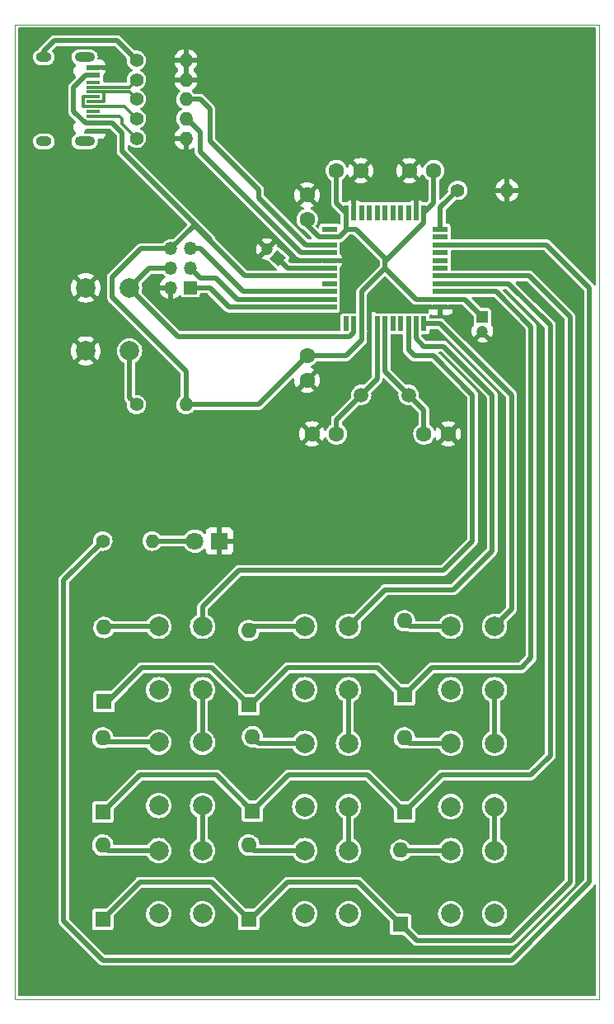
<source format=gbr>
%TF.GenerationSoftware,KiCad,Pcbnew,(6.0.5)*%
%TF.CreationDate,2022-06-21T12:49:05+10:00*%
%TF.ProjectId,test_microcontroller,74657374-5f6d-4696-9372-6f636f6e7472,rev?*%
%TF.SameCoordinates,Original*%
%TF.FileFunction,Copper,L1,Top*%
%TF.FilePolarity,Positive*%
%FSLAX46Y46*%
G04 Gerber Fmt 4.6, Leading zero omitted, Abs format (unit mm)*
G04 Created by KiCad (PCBNEW (6.0.5)) date 2022-06-21 12:49:05*
%MOMM*%
%LPD*%
G01*
G04 APERTURE LIST*
G04 Aperture macros list*
%AMRotRect*
0 Rectangle, with rotation*
0 The origin of the aperture is its center*
0 $1 length*
0 $2 width*
0 $3 Rotation angle, in degrees counterclockwise*
0 Add horizontal line*
21,1,$1,$2,0,0,$3*%
G04 Aperture macros list end*
%TA.AperFunction,Profile*%
%ADD10C,0.100000*%
%TD*%
%TA.AperFunction,ComponentPad*%
%ADD11R,1.600000X1.600000*%
%TD*%
%TA.AperFunction,ComponentPad*%
%ADD12O,1.600000X1.600000*%
%TD*%
%TA.AperFunction,ComponentPad*%
%ADD13C,1.600000*%
%TD*%
%TA.AperFunction,ComponentPad*%
%ADD14R,1.800000X1.800000*%
%TD*%
%TA.AperFunction,ComponentPad*%
%ADD15C,1.800000*%
%TD*%
%TA.AperFunction,ComponentPad*%
%ADD16C,1.400000*%
%TD*%
%TA.AperFunction,ComponentPad*%
%ADD17O,1.400000X1.400000*%
%TD*%
%TA.AperFunction,ComponentPad*%
%ADD18C,2.000000*%
%TD*%
%TA.AperFunction,SMDPad,CuDef*%
%ADD19R,1.450000X0.600000*%
%TD*%
%TA.AperFunction,SMDPad,CuDef*%
%ADD20R,1.450000X0.300000*%
%TD*%
%TA.AperFunction,ComponentPad*%
%ADD21O,2.100000X1.000000*%
%TD*%
%TA.AperFunction,ComponentPad*%
%ADD22O,1.600000X1.000000*%
%TD*%
%TA.AperFunction,ComponentPad*%
%ADD23C,1.500000*%
%TD*%
%TA.AperFunction,ComponentPad*%
%ADD24R,1.200000X1.200000*%
%TD*%
%TA.AperFunction,ComponentPad*%
%ADD25C,1.200000*%
%TD*%
%TA.AperFunction,ComponentPad*%
%ADD26R,1.350000X1.350000*%
%TD*%
%TA.AperFunction,ComponentPad*%
%ADD27O,1.350000X1.350000*%
%TD*%
%TA.AperFunction,SMDPad,CuDef*%
%ADD28R,1.500000X0.550000*%
%TD*%
%TA.AperFunction,SMDPad,CuDef*%
%ADD29R,0.550000X1.500000*%
%TD*%
%TA.AperFunction,ComponentPad*%
%ADD30RotRect,1.200000X1.200000X140.000000*%
%TD*%
%TA.AperFunction,Conductor*%
%ADD31C,0.500000*%
%TD*%
%TA.AperFunction,Conductor*%
%ADD32C,0.300000*%
%TD*%
%TA.AperFunction,Conductor*%
%ADD33C,0.250000*%
%TD*%
G04 APERTURE END LIST*
D10*
X89000000Y-20000000D02*
X29000000Y-20000000D01*
X89000000Y-120000000D02*
X89000000Y-20000000D01*
X29000000Y-20000000D02*
X29000000Y-120000000D01*
X29000000Y-120000000D02*
X89000000Y-120000000D01*
D11*
%TO.P,D6,1,K*%
%TO.N,ROW3*%
X53000000Y-111810000D03*
D12*
%TO.P,D6,2,A*%
%TO.N,Net-(D6-Pad2)*%
X53000000Y-104190000D03*
%TD*%
D11*
%TO.P,D1,1,K*%
%TO.N,ROW1*%
X38140000Y-89490000D03*
D12*
%TO.P,D1,2,A*%
%TO.N,Net-(D1-Pad2)*%
X38140000Y-81870000D03*
%TD*%
D13*
%TO.P,C6,1*%
%TO.N,GNDREF*%
X73500000Y-62000000D03*
%TO.P,C6,2*%
%TO.N,Net-(C6-Pad2)*%
X71000000Y-62000000D03*
%TD*%
%TO.P,C2,1*%
%TO.N,VCC*%
X72000000Y-35000000D03*
%TO.P,C2,2*%
%TO.N,GNDREF*%
X69500000Y-35000000D03*
%TD*%
D14*
%TO.P,D_CAPS1,1,K*%
%TO.N,GNDREF*%
X50000000Y-73000000D03*
D15*
%TO.P,D_CAPS1,2,A*%
%TO.N,Net-(D_CAPS1-Pad2)*%
X47460000Y-73000000D03*
%TD*%
D11*
%TO.P,D9,1,K*%
%TO.N,ROW3*%
X68620000Y-112350000D03*
D12*
%TO.P,D9,2,A*%
%TO.N,Net-(D9-Pad2)*%
X68620000Y-104730000D03*
%TD*%
D16*
%TO.P,R7,1*%
%TO.N,Net-(R7-Pad1)*%
X74460000Y-37000000D03*
D17*
%TO.P,R7,2*%
%TO.N,GNDREF*%
X79540000Y-37000000D03*
%TD*%
D18*
%TO.P,SW_CAPS1,1,1*%
%TO.N,Net-(D9-Pad2)*%
X73750000Y-104750000D03*
X73750000Y-111250000D03*
%TO.P,SW_CAPS1,2,2*%
%TO.N,COL3*%
X78250000Y-104750000D03*
X78250000Y-111250000D03*
%TD*%
D16*
%TO.P,R6,1*%
%TO.N,Net-(J1-PadA6)*%
X41460000Y-29669520D03*
D17*
%TO.P,R6,2*%
%TO.N,D+*%
X46540000Y-29669520D03*
%TD*%
D11*
%TO.P,D8,1,K*%
%TO.N,ROW2*%
X69000000Y-100810000D03*
D12*
%TO.P,D8,2,A*%
%TO.N,Net-(D8-Pad2)*%
X69000000Y-93190000D03*
%TD*%
D19*
%TO.P,J1,A1,GND*%
%TO.N,GNDREF*%
X37045000Y-24419520D03*
%TO.P,J1,A4,VBUS*%
%TO.N,VCC*%
X37045000Y-25219520D03*
D20*
%TO.P,J1,A5,CC1*%
%TO.N,Net-(J1-PadA5)*%
X37045000Y-26419520D03*
%TO.P,J1,A6,D+*%
%TO.N,Net-(J1-PadA6)*%
X37045000Y-27419520D03*
%TO.P,J1,A7,D-*%
%TO.N,Net-(J1-PadA7)*%
X37045000Y-27919520D03*
%TO.P,J1,A8,SBU1*%
%TO.N,unconnected-(J1-PadA8)*%
X37045000Y-28919520D03*
D19*
%TO.P,J1,A9,VBUS*%
%TO.N,VCC*%
X37045000Y-30119520D03*
%TO.P,J1,A12,GND*%
%TO.N,GNDREF*%
X37045000Y-30919520D03*
%TO.P,J1,B1,GND*%
X37045000Y-30919520D03*
%TO.P,J1,B4,VBUS*%
%TO.N,VCC*%
X37045000Y-30119520D03*
D20*
%TO.P,J1,B5,CC2*%
%TO.N,Net-(J1-PadB5)*%
X37045000Y-29419520D03*
%TO.P,J1,B6,D+*%
%TO.N,Net-(J1-PadA6)*%
X37045000Y-28419520D03*
%TO.P,J1,B7,D-*%
%TO.N,Net-(J1-PadA7)*%
X37045000Y-26919520D03*
%TO.P,J1,B8,SBU2*%
%TO.N,unconnected-(J1-PadB8)*%
X37045000Y-25919520D03*
D19*
%TO.P,J1,B9,VBUS*%
%TO.N,VCC*%
X37045000Y-25219520D03*
%TO.P,J1,B12,GND*%
%TO.N,GNDREF*%
X37045000Y-24419520D03*
D21*
%TO.P,J1,S1,SHIELD*%
%TO.N,Net-(J1-PadS1)*%
X36130000Y-23349520D03*
D22*
X31950000Y-23349520D03*
X31950000Y-31989520D03*
D21*
X36130000Y-31989520D03*
%TD*%
D13*
%TO.P,C4,1*%
%TO.N,VCC*%
X59000000Y-40000000D03*
%TO.P,C4,2*%
%TO.N,GNDREF*%
X59000000Y-37500000D03*
%TD*%
D11*
%TO.P,D3,1,K*%
%TO.N,ROW3*%
X38000000Y-111810000D03*
D12*
%TO.P,D3,2,A*%
%TO.N,Net-(D3-Pad2)*%
X38000000Y-104190000D03*
%TD*%
D23*
%TO.P,Y1,1,1*%
%TO.N,Net-(C7-Pad2)*%
X64550000Y-58000000D03*
%TO.P,Y1,2,2*%
%TO.N,Net-(C6-Pad2)*%
X69430000Y-58000000D03*
%TD*%
D24*
%TO.P,C5,1*%
%TO.N,VCC*%
X77000000Y-50000000D03*
D25*
%TO.P,C5,2*%
%TO.N,GNDREF*%
X77000000Y-51500000D03*
%TD*%
D18*
%TO.P,SW6,1,1*%
%TO.N,Net-(D5-Pad2)*%
X58750000Y-93750000D03*
X58750000Y-100250000D03*
%TO.P,SW6,2,2*%
%TO.N,COL2*%
X63250000Y-100250000D03*
X63250000Y-93750000D03*
%TD*%
D16*
%TO.P,R_CAPS1,1*%
%TO.N,CAPS*%
X38000000Y-73000000D03*
D17*
%TO.P,R_CAPS1,2*%
%TO.N,Net-(D_CAPS1-Pad2)*%
X43080000Y-73000000D03*
%TD*%
D18*
%TO.P,SW4,1,1*%
%TO.N,Net-(D3-Pad2)*%
X43750000Y-111250000D03*
X43750000Y-104750000D03*
%TO.P,SW4,2,2*%
%TO.N,COL1*%
X48250000Y-111250000D03*
X48250000Y-104750000D03*
%TD*%
D11*
%TO.P,D7,1,K*%
%TO.N,ROW1*%
X69000000Y-88810000D03*
D12*
%TO.P,D7,2,A*%
%TO.N,Net-(D7-Pad2)*%
X69000000Y-81190000D03*
%TD*%
D13*
%TO.P,C1,1*%
%TO.N,VCC*%
X62000000Y-35000000D03*
%TO.P,C1,2*%
%TO.N,GNDREF*%
X64500000Y-35000000D03*
%TD*%
D18*
%TO.P,SW7,1,1*%
%TO.N,Net-(D6-Pad2)*%
X58750000Y-111250000D03*
X58750000Y-104750000D03*
%TO.P,SW7,2,2*%
%TO.N,COL2*%
X63250000Y-104750000D03*
X63250000Y-111250000D03*
%TD*%
%TO.P,SW2,1,1*%
%TO.N,Net-(D1-Pad2)*%
X43750000Y-81750000D03*
X43750000Y-88250000D03*
%TO.P,SW2,2,2*%
%TO.N,COL1*%
X48250000Y-81750000D03*
X48250000Y-88250000D03*
%TD*%
D16*
%TO.P,R5,1*%
%TO.N,Net-(J1-PadA7)*%
X41460000Y-27669520D03*
D17*
%TO.P,R5,2*%
%TO.N,D-*%
X46540000Y-27669520D03*
%TD*%
D26*
%TO.P,ICSP_Programmer1,1,Pin_1*%
%TO.N,MISO*%
X47000000Y-47000000D03*
D27*
%TO.P,ICSP_Programmer1,2,Pin_2*%
%TO.N,GNDREF*%
X45000000Y-47000000D03*
%TO.P,ICSP_Programmer1,3,Pin_3*%
%TO.N,MOSI*%
X47000000Y-45000000D03*
%TO.P,ICSP_Programmer1,4,Pin_4*%
%TO.N,RESET*%
X45000000Y-45000000D03*
%TO.P,ICSP_Programmer1,5,Pin_5*%
%TO.N,SCLK*%
X47000000Y-43000000D03*
%TO.P,ICSP_Programmer1,6,Pin_6*%
%TO.N,VCC*%
X45000000Y-43000000D03*
%TD*%
D13*
%TO.P,C3,1*%
%TO.N,VCC*%
X59000000Y-54000000D03*
%TO.P,C3,2*%
%TO.N,GNDREF*%
X59000000Y-56500000D03*
%TD*%
D11*
%TO.P,D4,1,K*%
%TO.N,ROW1*%
X53000000Y-89810000D03*
D12*
%TO.P,D4,2,A*%
%TO.N,Net-(D4-Pad2)*%
X53000000Y-82190000D03*
%TD*%
D16*
%TO.P,R4,1*%
%TO.N,Net-(J1-PadB5)*%
X41460000Y-31669520D03*
D17*
%TO.P,R4,2*%
%TO.N,GNDREF*%
X46540000Y-31669520D03*
%TD*%
D18*
%TO.P,SW5,1,1*%
%TO.N,Net-(D4-Pad2)*%
X58750000Y-88250000D03*
X58750000Y-81750000D03*
%TO.P,SW5,2,2*%
%TO.N,COL2*%
X63250000Y-81750000D03*
X63250000Y-88250000D03*
%TD*%
D28*
%TO.P,U1,1,PE6*%
%TO.N,unconnected-(U1-Pad1)*%
X61300000Y-41000000D03*
%TO.P,U1,2,UVCC*%
%TO.N,VCC*%
X61300000Y-41800000D03*
%TO.P,U1,3,D-*%
%TO.N,D-*%
X61300000Y-42600000D03*
%TO.P,U1,4,D+*%
%TO.N,D+*%
X61300000Y-43400000D03*
%TO.P,U1,5,UGND*%
%TO.N,GNDREF*%
X61300000Y-44200000D03*
%TO.P,U1,6,UCAP*%
%TO.N,Net-(C8-Pad1)*%
X61300000Y-45000000D03*
%TO.P,U1,7,VBUS*%
%TO.N,VCC*%
X61300000Y-45800000D03*
%TO.P,U1,8,PB0*%
%TO.N,unconnected-(U1-Pad8)*%
X61300000Y-46600000D03*
%TO.P,U1,9,PB1*%
%TO.N,SCLK*%
X61300000Y-47400000D03*
%TO.P,U1,10,PB2*%
%TO.N,MOSI*%
X61300000Y-48200000D03*
%TO.P,U1,11,PB3*%
%TO.N,MISO*%
X61300000Y-49000000D03*
D29*
%TO.P,U1,12,PB7*%
%TO.N,unconnected-(U1-Pad12)*%
X63000000Y-50700000D03*
%TO.P,U1,13,~{RESET}*%
%TO.N,RESET*%
X63800000Y-50700000D03*
%TO.P,U1,14,VCC*%
%TO.N,VCC*%
X64600000Y-50700000D03*
%TO.P,U1,15,GND*%
%TO.N,GNDREF*%
X65400000Y-50700000D03*
%TO.P,U1,16,XTAL2*%
%TO.N,Net-(C7-Pad2)*%
X66200000Y-50700000D03*
%TO.P,U1,17,XTAL1*%
%TO.N,Net-(C6-Pad2)*%
X67000000Y-50700000D03*
%TO.P,U1,18,PD0*%
%TO.N,unconnected-(U1-Pad18)*%
X67800000Y-50700000D03*
%TO.P,U1,19,PD1*%
%TO.N,unconnected-(U1-Pad19)*%
X68600000Y-50700000D03*
%TO.P,U1,20,PD2*%
%TO.N,COL1*%
X69400000Y-50700000D03*
%TO.P,U1,21,PD3*%
%TO.N,COL2*%
X70200000Y-50700000D03*
%TO.P,U1,22,PD5*%
%TO.N,COL3*%
X71000000Y-50700000D03*
D28*
%TO.P,U1,23,GND*%
%TO.N,GNDREF*%
X72700000Y-49000000D03*
%TO.P,U1,24,AVCC*%
%TO.N,VCC*%
X72700000Y-48200000D03*
%TO.P,U1,25,PD4*%
%TO.N,ROW1*%
X72700000Y-47400000D03*
%TO.P,U1,26,PD6*%
%TO.N,ROW2*%
X72700000Y-46600000D03*
%TO.P,U1,27,PD7*%
%TO.N,ROW3*%
X72700000Y-45800000D03*
%TO.P,U1,28,PB4*%
%TO.N,unconnected-(U1-Pad28)*%
X72700000Y-45000000D03*
%TO.P,U1,29,PB5*%
%TO.N,unconnected-(U1-Pad29)*%
X72700000Y-44200000D03*
%TO.P,U1,30,PB6*%
%TO.N,unconnected-(U1-Pad30)*%
X72700000Y-43400000D03*
%TO.P,U1,31,PC6*%
%TO.N,CAPS*%
X72700000Y-42600000D03*
%TO.P,U1,32,PC7*%
%TO.N,unconnected-(U1-Pad32)*%
X72700000Y-41800000D03*
%TO.P,U1,33,~{HWB}/PE2*%
%TO.N,Net-(R7-Pad1)*%
X72700000Y-41000000D03*
D29*
%TO.P,U1,34,VCC*%
%TO.N,VCC*%
X71000000Y-39300000D03*
%TO.P,U1,35,GND*%
%TO.N,GNDREF*%
X70200000Y-39300000D03*
%TO.P,U1,36,PF7*%
%TO.N,unconnected-(U1-Pad36)*%
X69400000Y-39300000D03*
%TO.P,U1,37,PF6*%
%TO.N,unconnected-(U1-Pad37)*%
X68600000Y-39300000D03*
%TO.P,U1,38,PF5*%
%TO.N,unconnected-(U1-Pad38)*%
X67800000Y-39300000D03*
%TO.P,U1,39,PF4*%
%TO.N,unconnected-(U1-Pad39)*%
X67000000Y-39300000D03*
%TO.P,U1,40,PF1*%
%TO.N,unconnected-(U1-Pad40)*%
X66200000Y-39300000D03*
%TO.P,U1,41,PF0*%
%TO.N,unconnected-(U1-Pad41)*%
X65400000Y-39300000D03*
%TO.P,U1,42,AREF*%
%TO.N,unconnected-(U1-Pad42)*%
X64600000Y-39300000D03*
%TO.P,U1,43,GND*%
%TO.N,GNDREF*%
X63800000Y-39300000D03*
%TO.P,U1,44,AVCC*%
%TO.N,VCC*%
X63000000Y-39300000D03*
%TD*%
D16*
%TO.P,R3,1*%
%TO.N,Net-(J1-PadA5)*%
X41460000Y-25669520D03*
D17*
%TO.P,R3,2*%
%TO.N,GNDREF*%
X46540000Y-25669520D03*
%TD*%
D11*
%TO.P,D5,1,K*%
%TO.N,ROW2*%
X53380000Y-100698872D03*
D12*
%TO.P,D5,2,A*%
%TO.N,Net-(D5-Pad2)*%
X53380000Y-93078872D03*
%TD*%
D16*
%TO.P,R2,1*%
%TO.N,Net-(J1-PadS1)*%
X41460000Y-23669520D03*
D17*
%TO.P,R2,2*%
%TO.N,GNDREF*%
X46540000Y-23669520D03*
%TD*%
D18*
%TO.P,SW8,1,1*%
%TO.N,Net-(D7-Pad2)*%
X73750000Y-81750000D03*
X73750000Y-88250000D03*
%TO.P,SW8,2,2*%
%TO.N,COL3*%
X78250000Y-81750000D03*
X78250000Y-88250000D03*
%TD*%
%TO.P,SW3,1,1*%
%TO.N,Net-(D2-Pad2)*%
X43750000Y-93638872D03*
X43750000Y-100138872D03*
%TO.P,SW3,2,2*%
%TO.N,COL1*%
X48250000Y-100138872D03*
X48250000Y-93638872D03*
%TD*%
D13*
%TO.P,C7,1*%
%TO.N,GNDREF*%
X59500000Y-62000000D03*
%TO.P,C7,2*%
%TO.N,Net-(C7-Pad2)*%
X62000000Y-62000000D03*
%TD*%
D18*
%TO.P,SW9,1,1*%
%TO.N,Net-(D8-Pad2)*%
X73750000Y-100250000D03*
X73750000Y-93750000D03*
%TO.P,SW9,2,2*%
%TO.N,COL3*%
X78250000Y-93750000D03*
X78250000Y-100250000D03*
%TD*%
D30*
%TO.P,C8,1*%
%TO.N,Net-(C8-Pad1)*%
X56000000Y-44000000D03*
D25*
%TO.P,C8,2*%
%TO.N,GNDREF*%
X54850933Y-43035819D03*
%TD*%
D11*
%TO.P,D2,1,K*%
%TO.N,ROW2*%
X38000000Y-100810000D03*
D12*
%TO.P,D2,2,A*%
%TO.N,Net-(D2-Pad2)*%
X38000000Y-93190000D03*
%TD*%
D18*
%TO.P,SW1,1,1*%
%TO.N,RESET*%
X40750000Y-47000000D03*
X40750000Y-53500000D03*
%TO.P,SW1,2,2*%
%TO.N,GNDREF*%
X36250000Y-47000000D03*
X36250000Y-53500000D03*
%TD*%
D16*
%TO.P,R1,1*%
%TO.N,RESET*%
X41460000Y-59000000D03*
D17*
%TO.P,R1,2*%
%TO.N,VCC*%
X46540000Y-59000000D03*
%TD*%
D31*
%TO.N,Net-(C6-Pad2)*%
X71000000Y-62000000D02*
X71000000Y-59570000D01*
X71000000Y-59570000D02*
X69430000Y-58000000D01*
X67000000Y-55570000D02*
X69430000Y-58000000D01*
X67000000Y-50700000D02*
X67000000Y-55570000D01*
%TO.N,Net-(C7-Pad2)*%
X62000000Y-62000000D02*
X62000000Y-60550000D01*
X66200000Y-50700000D02*
X66200000Y-56350000D01*
X62000000Y-60550000D02*
X64550000Y-58000000D01*
X66200000Y-56350000D02*
X64550000Y-58000000D01*
%TO.N,Net-(C8-Pad1)*%
X57000000Y-45000000D02*
X56000000Y-44000000D01*
X61300000Y-45000000D02*
X57000000Y-45000000D01*
%TO.N,ROW1*%
X42000000Y-86000000D02*
X49190000Y-86000000D01*
X66190000Y-86000000D02*
X69000000Y-88810000D01*
X49190000Y-86000000D02*
X53000000Y-89810000D01*
X38140000Y-89490000D02*
X38510000Y-89490000D01*
X53190000Y-89810000D02*
X57000000Y-86000000D01*
X81000000Y-86000000D02*
X82000000Y-85000000D01*
X82000000Y-85000000D02*
X82000000Y-51000000D01*
X38510000Y-89490000D02*
X42000000Y-86000000D01*
X57000000Y-86000000D02*
X66190000Y-86000000D01*
X53000000Y-89810000D02*
X53190000Y-89810000D01*
X71810000Y-86000000D02*
X81000000Y-86000000D01*
X78400000Y-47400000D02*
X72700000Y-47400000D01*
X69000000Y-88810000D02*
X71810000Y-86000000D01*
X82000000Y-51000000D02*
X78400000Y-47400000D01*
%TO.N,Net-(D1-Pad2)*%
X38260000Y-81750000D02*
X38140000Y-81870000D01*
X43750000Y-81750000D02*
X38260000Y-81750000D01*
%TO.N,ROW2*%
X69000000Y-100810000D02*
X72810000Y-97000000D01*
X84000000Y-95000000D02*
X84000000Y-50878815D01*
X84000000Y-50878815D02*
X79721185Y-46600000D01*
X53380000Y-100698872D02*
X57078872Y-97000000D01*
X65190000Y-97000000D02*
X69000000Y-100810000D01*
X82000000Y-97000000D02*
X84000000Y-95000000D01*
X38000000Y-100810000D02*
X41810000Y-97000000D01*
X49681128Y-97000000D02*
X53380000Y-100698872D01*
X57078872Y-97000000D02*
X65190000Y-97000000D01*
X72810000Y-97000000D02*
X82000000Y-97000000D01*
X79721185Y-46600000D02*
X72700000Y-46600000D01*
X41810000Y-97000000D02*
X49681128Y-97000000D01*
%TO.N,Net-(D2-Pad2)*%
X43750000Y-93638872D02*
X38448872Y-93638872D01*
X38448872Y-93638872D02*
X38000000Y-93190000D01*
%TO.N,ROW3*%
X41810000Y-108000000D02*
X49190000Y-108000000D01*
X70270000Y-114000000D02*
X80000000Y-114000000D01*
X64270000Y-108000000D02*
X68620000Y-112350000D01*
X49190000Y-108000000D02*
X53000000Y-111810000D01*
X68620000Y-112350000D02*
X70270000Y-114000000D01*
X81800000Y-45800000D02*
X72700000Y-45800000D01*
X86000000Y-50000000D02*
X81800000Y-45800000D01*
X53190000Y-111810000D02*
X57000000Y-108000000D01*
X38000000Y-111810000D02*
X41810000Y-108000000D01*
X86000000Y-108000000D02*
X86000000Y-50000000D01*
X57000000Y-108000000D02*
X64270000Y-108000000D01*
X80000000Y-114000000D02*
X86000000Y-108000000D01*
X53000000Y-111810000D02*
X53190000Y-111810000D01*
%TO.N,Net-(D3-Pad2)*%
X38560000Y-104750000D02*
X38000000Y-104190000D01*
X43750000Y-104750000D02*
X38560000Y-104750000D01*
%TO.N,Net-(D4-Pad2)*%
X58750000Y-81750000D02*
X53440000Y-81750000D01*
X53440000Y-81750000D02*
X53000000Y-82190000D01*
%TO.N,Net-(D5-Pad2)*%
X58750000Y-93750000D02*
X54051128Y-93750000D01*
X54051128Y-93750000D02*
X53380000Y-93078872D01*
%TO.N,Net-(D6-Pad2)*%
X53560000Y-104750000D02*
X53000000Y-104190000D01*
X58750000Y-104750000D02*
X53560000Y-104750000D01*
%TO.N,Net-(D7-Pad2)*%
X69560000Y-81750000D02*
X69000000Y-81190000D01*
X73750000Y-81750000D02*
X69560000Y-81750000D01*
%TO.N,Net-(D8-Pad2)*%
X73750000Y-93750000D02*
X69560000Y-93750000D01*
X69560000Y-93750000D02*
X69000000Y-93190000D01*
%TO.N,Net-(D9-Pad2)*%
X68640000Y-104750000D02*
X68620000Y-104730000D01*
X73750000Y-104750000D02*
X68640000Y-104750000D01*
%TO.N,Net-(D_CAPS1-Pad2)*%
X47460000Y-73000000D02*
X43080000Y-73000000D01*
D32*
%TO.N,Net-(J1-PadA5)*%
X41460000Y-25669520D02*
X40710000Y-26419520D01*
X40710000Y-26419520D02*
X37045000Y-26419520D01*
%TO.N,Net-(J1-PadA6)*%
X40210000Y-28419520D02*
X37045000Y-28419520D01*
X35995489Y-28394031D02*
X35995489Y-27445009D01*
X37045000Y-28419520D02*
X36020978Y-28419520D01*
X41460000Y-29669520D02*
X40210000Y-28419520D01*
X36020978Y-27419520D02*
X37045000Y-27419520D01*
X35995489Y-27445009D02*
X36020978Y-27419520D01*
X36020978Y-28419520D02*
X35995489Y-28394031D01*
%TO.N,Net-(J1-PadA7)*%
X38094511Y-26945009D02*
X38094511Y-27894031D01*
D33*
X38094511Y-27894031D02*
X38069022Y-27919520D01*
D32*
X38069022Y-26919520D02*
X38094511Y-26945009D01*
X40710000Y-26919520D02*
X37045000Y-26919520D01*
X38069022Y-27919520D02*
X37045000Y-27919520D01*
D33*
X37045000Y-26919520D02*
X38069022Y-26919520D01*
D32*
X41460000Y-27669520D02*
X40710000Y-26919520D01*
%TO.N,Net-(J1-PadB5)*%
X41460000Y-31669520D02*
X40000000Y-30209520D01*
X39750000Y-29419520D02*
X38000000Y-29419520D01*
X40000000Y-29669520D02*
X39750000Y-29419520D01*
X40000000Y-30209520D02*
X40000000Y-29669520D01*
X38210000Y-29419520D02*
X37045000Y-29419520D01*
D31*
%TO.N,Net-(J1-PadS1)*%
X39460000Y-21669520D02*
X39000000Y-21669520D01*
X39000000Y-21669520D02*
X33000000Y-21669520D01*
X41460000Y-23669520D02*
X39460000Y-21669520D01*
X31950000Y-22719520D02*
X31950000Y-23349520D01*
X33000000Y-21669520D02*
X31950000Y-22719520D01*
%TO.N,RESET*%
X40750000Y-47000000D02*
X42750000Y-45000000D01*
X63800000Y-51574022D02*
X63374022Y-52000000D01*
X45750000Y-52000000D02*
X40750000Y-47000000D01*
X42750000Y-45000000D02*
X45000000Y-45000000D01*
X40750000Y-58290000D02*
X41460000Y-59000000D01*
X40750000Y-53500000D02*
X40750000Y-58290000D01*
X63374022Y-52000000D02*
X45750000Y-52000000D01*
X63800000Y-50700000D02*
X63800000Y-51574022D01*
%TO.N,D-*%
X54000000Y-37767076D02*
X54000000Y-37000000D01*
X61300000Y-42600000D02*
X58832924Y-42600000D01*
X49000000Y-31964526D02*
X49000000Y-28669520D01*
X49000000Y-28669520D02*
X48000000Y-27669520D01*
X54000000Y-36964526D02*
X49000000Y-31964526D01*
X58832924Y-42600000D02*
X54000000Y-37767076D01*
X48000000Y-27669520D02*
X46540000Y-27669520D01*
%TO.N,D+*%
X46669520Y-29669520D02*
X48000000Y-31000000D01*
X48000000Y-31000000D02*
X48000000Y-33000000D01*
X46540000Y-29669520D02*
X46669520Y-29669520D01*
X48000000Y-33059975D02*
X58340025Y-43400000D01*
X58340025Y-43400000D02*
X61300000Y-43400000D01*
%TO.N,Net-(R7-Pad1)*%
X72700000Y-38760000D02*
X74460000Y-37000000D01*
X72700000Y-41000000D02*
X72700000Y-38760000D01*
%TO.N,CAPS*%
X34000000Y-112000000D02*
X38000000Y-116000000D01*
X88000000Y-108000000D02*
X88000000Y-47000000D01*
X88000000Y-47000000D02*
X83600000Y-42600000D01*
X83600000Y-42600000D02*
X72700000Y-42600000D01*
X38000000Y-73000000D02*
X34000000Y-77000000D01*
X34000000Y-77000000D02*
X34000000Y-112000000D01*
X80000000Y-116000000D02*
X88000000Y-108000000D01*
X38000000Y-116000000D02*
X80000000Y-116000000D01*
%TO.N,COL1*%
X76000000Y-58000000D02*
X72000000Y-54000000D01*
X48250000Y-79750000D02*
X52000000Y-76000000D01*
X52000000Y-76000000D02*
X73000000Y-76000000D01*
X48250000Y-100138872D02*
X48250000Y-104750000D01*
X48250000Y-81750000D02*
X48250000Y-79750000D01*
X48250000Y-88250000D02*
X48250000Y-93638872D01*
X72000000Y-54000000D02*
X70000000Y-54000000D01*
X69400000Y-53400000D02*
X69400000Y-50700000D01*
X70000000Y-54000000D02*
X69400000Y-53400000D01*
X73000000Y-76000000D02*
X76000000Y-73000000D01*
X76000000Y-73000000D02*
X76000000Y-58000000D01*
%TO.N,COL2*%
X70200000Y-52200000D02*
X71000000Y-53000000D01*
X78000000Y-58000000D02*
X78000000Y-74000000D01*
X73000000Y-53000000D02*
X78000000Y-58000000D01*
X63250000Y-88250000D02*
X63250000Y-93750000D01*
X78000000Y-74000000D02*
X74000000Y-78000000D01*
X74000000Y-78000000D02*
X67000000Y-78000000D01*
X63250000Y-100250000D02*
X63250000Y-104750000D01*
X70200000Y-50700000D02*
X70200000Y-52200000D01*
X67000000Y-78000000D02*
X63250000Y-81750000D01*
X71000000Y-53000000D02*
X73000000Y-53000000D01*
%TO.N,COL3*%
X78250000Y-104750000D02*
X78250000Y-100250000D01*
X80000000Y-58000000D02*
X72700000Y-50700000D01*
X72700000Y-50700000D02*
X71000000Y-50700000D01*
X78250000Y-81750000D02*
X80000000Y-80000000D01*
X80000000Y-80000000D02*
X80000000Y-58000000D01*
X78250000Y-88250000D02*
X78250000Y-93750000D01*
%TO.N,MISO*%
X61300000Y-49000000D02*
X51000000Y-49000000D01*
X49000000Y-47000000D02*
X47000000Y-47000000D01*
X51000000Y-49000000D02*
X49000000Y-47000000D01*
%TO.N,SCLK*%
X52400000Y-47400000D02*
X48000000Y-43000000D01*
X61300000Y-47400000D02*
X52400000Y-47400000D01*
X48000000Y-43000000D02*
X47000000Y-43000000D01*
%TO.N,MOSI*%
X48000000Y-46000000D02*
X47000000Y-45000000D01*
X51835718Y-48200000D02*
X49635717Y-46000000D01*
X49635717Y-46000000D02*
X48000000Y-46000000D01*
X61300000Y-48200000D02*
X51835718Y-48200000D01*
%TO.N,VCC*%
X64600000Y-50700000D02*
X64600000Y-47400000D01*
X45000000Y-43000000D02*
X41938428Y-43000000D01*
X62300000Y-41800000D02*
X63000000Y-41100000D01*
X37045000Y-30119520D02*
X36220978Y-30119520D01*
X52617859Y-45800000D02*
X47408929Y-40591071D01*
X63000000Y-54000000D02*
X59000000Y-54000000D01*
X59000000Y-40624022D02*
X59000000Y-40000000D01*
X67000000Y-44300000D02*
X70925489Y-40374511D01*
X54000000Y-59000000D02*
X46540000Y-59000000D01*
X40000000Y-33000000D02*
X40000000Y-31119520D01*
X61300000Y-41800000D02*
X60175978Y-41800000D01*
X39000000Y-30119520D02*
X37045000Y-30119520D01*
X41938428Y-43000000D02*
X39000000Y-45938428D01*
X67000000Y-44000000D02*
X64000000Y-41000000D01*
X75200000Y-48200000D02*
X72700000Y-48200000D01*
X61300000Y-45800000D02*
X52617859Y-45800000D01*
X40000000Y-31119520D02*
X39000000Y-30119520D01*
X70200000Y-48200000D02*
X67000000Y-45000000D01*
X71000000Y-40300000D02*
X70925489Y-40374511D01*
X36220978Y-25219520D02*
X37045000Y-25219520D01*
X77000000Y-50000000D02*
X75200000Y-48200000D01*
X49000000Y-42000000D02*
X40000000Y-33000000D01*
X67000000Y-45000000D02*
X67000000Y-44300000D01*
X61300000Y-41800000D02*
X62300000Y-41800000D01*
X71000000Y-39300000D02*
X71000000Y-40300000D01*
X62000000Y-35000000D02*
X62000000Y-38300000D01*
X60175978Y-41800000D02*
X59000000Y-40624022D01*
X47408929Y-40591071D02*
X45000000Y-43000000D01*
X67000000Y-45000000D02*
X67000000Y-44000000D01*
X35000000Y-28898542D02*
X35000000Y-26440498D01*
X64600000Y-50700000D02*
X64600000Y-52400000D01*
X62000000Y-38300000D02*
X63000000Y-39300000D01*
X72000000Y-38300000D02*
X71000000Y-39300000D01*
X46540000Y-55540000D02*
X46540000Y-59000000D01*
X64000000Y-41000000D02*
X63000000Y-41000000D01*
X35000000Y-26440498D02*
X36220978Y-25219520D01*
X64600000Y-52400000D02*
X63000000Y-54000000D01*
X39000000Y-45938428D02*
X39000000Y-48000000D01*
X39000000Y-48000000D02*
X46540000Y-55540000D01*
X59000000Y-54000000D02*
X54000000Y-59000000D01*
X64600000Y-47400000D02*
X67000000Y-45000000D01*
X72000000Y-35000000D02*
X72000000Y-38300000D01*
X63000000Y-41100000D02*
X63000000Y-39300000D01*
X36220978Y-30119520D02*
X35000000Y-28898542D01*
X72700000Y-48200000D02*
X70200000Y-48200000D01*
%TD*%
%TA.AperFunction,Conductor*%
%TO.N,GNDREF*%
G36*
X88641621Y-20320502D02*
G01*
X88688114Y-20374158D01*
X88699500Y-20426500D01*
X88699500Y-46633304D01*
X88679498Y-46701425D01*
X88625842Y-46747918D01*
X88555568Y-46758022D01*
X88490988Y-46728528D01*
X88476415Y-46711247D01*
X88475305Y-46712146D01*
X88475305Y-46712145D01*
X88465842Y-46700459D01*
X88453354Y-46681874D01*
X88449290Y-46674482D01*
X88446107Y-46668692D01*
X88439103Y-46660578D01*
X88414567Y-46636042D01*
X88405742Y-46626241D01*
X88385794Y-46601608D01*
X88385793Y-46601607D01*
X88380386Y-46594930D01*
X88373388Y-46589957D01*
X88373383Y-46589952D01*
X88365052Y-46584032D01*
X88348946Y-46570421D01*
X83999882Y-42221358D01*
X83996229Y-42217549D01*
X83972081Y-42191288D01*
X83954201Y-42171844D01*
X83917198Y-42148901D01*
X83907448Y-42142200D01*
X83872783Y-42115888D01*
X83858804Y-42110354D01*
X83838801Y-42100293D01*
X83826014Y-42092365D01*
X83817763Y-42089968D01*
X83817761Y-42089967D01*
X83784228Y-42080225D01*
X83772995Y-42076379D01*
X83752838Y-42068398D01*
X83732547Y-42060364D01*
X83724006Y-42059466D01*
X83724005Y-42059466D01*
X83717592Y-42058792D01*
X83695617Y-42054480D01*
X83681175Y-42050285D01*
X83673692Y-42049736D01*
X83672792Y-42049669D01*
X83672781Y-42049669D01*
X83670485Y-42049500D01*
X83635783Y-42049500D01*
X83622613Y-42048810D01*
X83612384Y-42047735D01*
X83582546Y-42044599D01*
X83574081Y-42046031D01*
X83574072Y-42046031D01*
X83564000Y-42047735D01*
X83542987Y-42049500D01*
X73876500Y-42049500D01*
X73808379Y-42029498D01*
X73761886Y-41975842D01*
X73750500Y-41923500D01*
X73750500Y-41480354D01*
X73747382Y-41454154D01*
X73743545Y-41445516D01*
X73741039Y-41436398D01*
X73743942Y-41435600D01*
X73736625Y-41380660D01*
X73741711Y-41363279D01*
X73741183Y-41363135D01*
X73743676Y-41353989D01*
X73747506Y-41345327D01*
X73750500Y-41319646D01*
X73750500Y-40680354D01*
X73747382Y-40654154D01*
X73742800Y-40643837D01*
X73706663Y-40562482D01*
X73701939Y-40551847D01*
X73622713Y-40472759D01*
X73612076Y-40468056D01*
X73612074Y-40468055D01*
X73552538Y-40441735D01*
X73520327Y-40427494D01*
X73494646Y-40424500D01*
X73376500Y-40424500D01*
X73308379Y-40404498D01*
X73261886Y-40350842D01*
X73250500Y-40298500D01*
X73250500Y-39040215D01*
X73270502Y-38972094D01*
X73287405Y-38951120D01*
X74212039Y-38026486D01*
X74274351Y-37992460D01*
X74316053Y-37990467D01*
X74438946Y-38005121D01*
X74445081Y-38004649D01*
X74445083Y-38004649D01*
X74628434Y-37990541D01*
X74628438Y-37990540D01*
X74634576Y-37990068D01*
X74823556Y-37937303D01*
X74998689Y-37848837D01*
X75026915Y-37826785D01*
X75148453Y-37731829D01*
X75153303Y-37728040D01*
X75281509Y-37579511D01*
X75297434Y-37551479D01*
X75334141Y-37486862D01*
X75378425Y-37408909D01*
X75425791Y-37266522D01*
X78360801Y-37266522D01*
X78399092Y-37409423D01*
X78402842Y-37419727D01*
X78487521Y-37601323D01*
X78492998Y-37610811D01*
X78607925Y-37774942D01*
X78614981Y-37783350D01*
X78756650Y-37925019D01*
X78765058Y-37932075D01*
X78929189Y-38047002D01*
X78938677Y-38052479D01*
X79120273Y-38137158D01*
X79130577Y-38140908D01*
X79268503Y-38177866D01*
X79282599Y-38177530D01*
X79286000Y-38169588D01*
X79286000Y-38164439D01*
X79794000Y-38164439D01*
X79797973Y-38177970D01*
X79806522Y-38179199D01*
X79949423Y-38140908D01*
X79959727Y-38137158D01*
X80141323Y-38052479D01*
X80150811Y-38047002D01*
X80314942Y-37932075D01*
X80323350Y-37925019D01*
X80465019Y-37783350D01*
X80472075Y-37774942D01*
X80587002Y-37610811D01*
X80592479Y-37601323D01*
X80677158Y-37419727D01*
X80680908Y-37409423D01*
X80717866Y-37271497D01*
X80717530Y-37257401D01*
X80709588Y-37254000D01*
X79812115Y-37254000D01*
X79796876Y-37258475D01*
X79795671Y-37259865D01*
X79794000Y-37267548D01*
X79794000Y-38164439D01*
X79286000Y-38164439D01*
X79286000Y-37272115D01*
X79281525Y-37256876D01*
X79280135Y-37255671D01*
X79272452Y-37254000D01*
X78375561Y-37254000D01*
X78362030Y-37257973D01*
X78360801Y-37266522D01*
X75425791Y-37266522D01*
X75440358Y-37222732D01*
X75464949Y-37028071D01*
X75465341Y-37000000D01*
X75446194Y-36804728D01*
X75444413Y-36798829D01*
X75444412Y-36798824D01*
X75423181Y-36728503D01*
X78362134Y-36728503D01*
X78362470Y-36742599D01*
X78370412Y-36746000D01*
X79267885Y-36746000D01*
X79283124Y-36741525D01*
X79284329Y-36740135D01*
X79286000Y-36732452D01*
X79286000Y-36727885D01*
X79794000Y-36727885D01*
X79798475Y-36743124D01*
X79799865Y-36744329D01*
X79807548Y-36746000D01*
X80704439Y-36746000D01*
X80717970Y-36742027D01*
X80719199Y-36733478D01*
X80680908Y-36590577D01*
X80677158Y-36580273D01*
X80592479Y-36398677D01*
X80587002Y-36389189D01*
X80472075Y-36225058D01*
X80465019Y-36216650D01*
X80323350Y-36074981D01*
X80314942Y-36067925D01*
X80150811Y-35952998D01*
X80141323Y-35947521D01*
X79959727Y-35862842D01*
X79949423Y-35859092D01*
X79811497Y-35822134D01*
X79797401Y-35822470D01*
X79794000Y-35830412D01*
X79794000Y-36727885D01*
X79286000Y-36727885D01*
X79286000Y-35835561D01*
X79282027Y-35822030D01*
X79273478Y-35820801D01*
X79130577Y-35859092D01*
X79120273Y-35862842D01*
X78938677Y-35947521D01*
X78929189Y-35952998D01*
X78765058Y-36067925D01*
X78756650Y-36074981D01*
X78614981Y-36216650D01*
X78607925Y-36225058D01*
X78492998Y-36389189D01*
X78487521Y-36398677D01*
X78402842Y-36580273D01*
X78399092Y-36590577D01*
X78362134Y-36728503D01*
X75423181Y-36728503D01*
X75391265Y-36622793D01*
X75389484Y-36616894D01*
X75297370Y-36443653D01*
X75173361Y-36291602D01*
X75022180Y-36166535D01*
X74849585Y-36073213D01*
X74755869Y-36044203D01*
X74668039Y-36017015D01*
X74668036Y-36017014D01*
X74662152Y-36015193D01*
X74656027Y-36014549D01*
X74656026Y-36014549D01*
X74473147Y-35995327D01*
X74473146Y-35995327D01*
X74467019Y-35994683D01*
X74344383Y-36005844D01*
X74277759Y-36011907D01*
X74277758Y-36011907D01*
X74271618Y-36012466D01*
X74265704Y-36014207D01*
X74265702Y-36014207D01*
X74235249Y-36023170D01*
X74083393Y-36067864D01*
X74077928Y-36070721D01*
X73914972Y-36155912D01*
X73914968Y-36155915D01*
X73909512Y-36158767D01*
X73904712Y-36162627D01*
X73904711Y-36162627D01*
X73873796Y-36187483D01*
X73756600Y-36281711D01*
X73630480Y-36432016D01*
X73627516Y-36437408D01*
X73627513Y-36437412D01*
X73548975Y-36580273D01*
X73535956Y-36603954D01*
X73534095Y-36609821D01*
X73534094Y-36609823D01*
X73528259Y-36628217D01*
X73476628Y-36790978D01*
X73454757Y-36985963D01*
X73455273Y-36992107D01*
X73468513Y-37149786D01*
X73454281Y-37219342D01*
X73432051Y-37249424D01*
X73070665Y-37610811D01*
X72765596Y-37915880D01*
X72703283Y-37949905D01*
X72632468Y-37944841D01*
X72575632Y-37902294D01*
X72550821Y-37835774D01*
X72550500Y-37826785D01*
X72550500Y-36026970D01*
X72570502Y-35958849D01*
X72614932Y-35917036D01*
X72620964Y-35913658D01*
X72620965Y-35913657D01*
X72626001Y-35910837D01*
X72688433Y-35858913D01*
X72777073Y-35785191D01*
X72781505Y-35781505D01*
X72850436Y-35698625D01*
X72907146Y-35630439D01*
X72910837Y-35626001D01*
X73009664Y-35449531D01*
X73011625Y-35443756D01*
X73072820Y-35263481D01*
X73072820Y-35263479D01*
X73074678Y-35258007D01*
X73075507Y-35252291D01*
X73075508Y-35252286D01*
X73103167Y-35061516D01*
X73103700Y-35057842D01*
X73105215Y-35000000D01*
X73086708Y-34798591D01*
X73080755Y-34777481D01*
X73033376Y-34609490D01*
X73031807Y-34603926D01*
X72942351Y-34422527D01*
X72924079Y-34398057D01*
X72824788Y-34265091D01*
X72824787Y-34265090D01*
X72821335Y-34260467D01*
X72798350Y-34239220D01*
X72677053Y-34127094D01*
X72677051Y-34127092D01*
X72672812Y-34123174D01*
X72645374Y-34105862D01*
X72506637Y-34018325D01*
X72501757Y-34015246D01*
X72313898Y-33940298D01*
X72115526Y-33900839D01*
X72109752Y-33900763D01*
X72109748Y-33900763D01*
X72007257Y-33899422D01*
X71913286Y-33898192D01*
X71907589Y-33899171D01*
X71907588Y-33899171D01*
X71719646Y-33931465D01*
X71719645Y-33931465D01*
X71713949Y-33932444D01*
X71524193Y-34002449D01*
X71350371Y-34105862D01*
X71198305Y-34239220D01*
X71073089Y-34398057D01*
X70978914Y-34577053D01*
X70977202Y-34582565D01*
X70976606Y-34584005D01*
X70932055Y-34639284D01*
X70864691Y-34661702D01*
X70795900Y-34644141D01*
X70747524Y-34592177D01*
X70738492Y-34568390D01*
X70735238Y-34556246D01*
X70731490Y-34545947D01*
X70639414Y-34348489D01*
X70633931Y-34338994D01*
X70597491Y-34286952D01*
X70587012Y-34278576D01*
X70573566Y-34285644D01*
X69872022Y-34987188D01*
X69864408Y-35001132D01*
X69864539Y-35002965D01*
X69868790Y-35009580D01*
X70574287Y-35715077D01*
X70586062Y-35721507D01*
X70598077Y-35712211D01*
X70633931Y-35661006D01*
X70639414Y-35651511D01*
X70731490Y-35454053D01*
X70735236Y-35443761D01*
X70739655Y-35427268D01*
X70776606Y-35366645D01*
X70840467Y-35335624D01*
X70910961Y-35344052D01*
X70965709Y-35389255D01*
X70975788Y-35407127D01*
X70997657Y-35454564D01*
X71042856Y-35552607D01*
X71159588Y-35717780D01*
X71304466Y-35858913D01*
X71386398Y-35913658D01*
X71393502Y-35918405D01*
X71439030Y-35972882D01*
X71449500Y-36023170D01*
X71449500Y-38019785D01*
X71429498Y-38087906D01*
X71412595Y-38108880D01*
X71308880Y-38212595D01*
X71246568Y-38246621D01*
X71219785Y-38249500D01*
X70947700Y-38249500D01*
X70879579Y-38229498D01*
X70846873Y-38199064D01*
X70843284Y-38194275D01*
X70830724Y-38181715D01*
X70728649Y-38105214D01*
X70713054Y-38096676D01*
X70592606Y-38051522D01*
X70577351Y-38047895D01*
X70526486Y-38042369D01*
X70519672Y-38042000D01*
X70472115Y-38042000D01*
X70456876Y-38046475D01*
X70455671Y-38047865D01*
X70454000Y-38055548D01*
X70454000Y-38393108D01*
X70443241Y-38444054D01*
X70427494Y-38479673D01*
X70424500Y-38505354D01*
X70424500Y-39428000D01*
X70404498Y-39496121D01*
X70350842Y-39542614D01*
X70298500Y-39554000D01*
X70101500Y-39554000D01*
X70033379Y-39533998D01*
X69986886Y-39480342D01*
X69975500Y-39428000D01*
X69975500Y-38505354D01*
X69972382Y-38479154D01*
X69956848Y-38444181D01*
X69946000Y-38393035D01*
X69946000Y-38060116D01*
X69941525Y-38044877D01*
X69940135Y-38043672D01*
X69932452Y-38042001D01*
X69880331Y-38042001D01*
X69873510Y-38042371D01*
X69822648Y-38047895D01*
X69807396Y-38051521D01*
X69686946Y-38096676D01*
X69671351Y-38105214D01*
X69569276Y-38181715D01*
X69556716Y-38194275D01*
X69553127Y-38199064D01*
X69496269Y-38241579D01*
X69452300Y-38249500D01*
X69080354Y-38249500D01*
X69076650Y-38249941D01*
X69076647Y-38249941D01*
X69063539Y-38251501D01*
X69063538Y-38251501D01*
X69054154Y-38252618D01*
X69045516Y-38256455D01*
X69036398Y-38258961D01*
X69035600Y-38256058D01*
X68980660Y-38263375D01*
X68963279Y-38258289D01*
X68963135Y-38258817D01*
X68953989Y-38256324D01*
X68945327Y-38252494D01*
X68935918Y-38251397D01*
X68934627Y-38251247D01*
X68919646Y-38249500D01*
X68280354Y-38249500D01*
X68276650Y-38249941D01*
X68276647Y-38249941D01*
X68263539Y-38251501D01*
X68263538Y-38251501D01*
X68254154Y-38252618D01*
X68245516Y-38256455D01*
X68236398Y-38258961D01*
X68235600Y-38256058D01*
X68180660Y-38263375D01*
X68163279Y-38258289D01*
X68163135Y-38258817D01*
X68153989Y-38256324D01*
X68145327Y-38252494D01*
X68135918Y-38251397D01*
X68134627Y-38251247D01*
X68119646Y-38249500D01*
X67480354Y-38249500D01*
X67476650Y-38249941D01*
X67476647Y-38249941D01*
X67463539Y-38251501D01*
X67463538Y-38251501D01*
X67454154Y-38252618D01*
X67445516Y-38256455D01*
X67436398Y-38258961D01*
X67435600Y-38256058D01*
X67380660Y-38263375D01*
X67363279Y-38258289D01*
X67363135Y-38258817D01*
X67353989Y-38256324D01*
X67345327Y-38252494D01*
X67335918Y-38251397D01*
X67334627Y-38251247D01*
X67319646Y-38249500D01*
X66680354Y-38249500D01*
X66676650Y-38249941D01*
X66676647Y-38249941D01*
X66663539Y-38251501D01*
X66663538Y-38251501D01*
X66654154Y-38252618D01*
X66645516Y-38256455D01*
X66636398Y-38258961D01*
X66635600Y-38256058D01*
X66580660Y-38263375D01*
X66563279Y-38258289D01*
X66563135Y-38258817D01*
X66553989Y-38256324D01*
X66545327Y-38252494D01*
X66535918Y-38251397D01*
X66534627Y-38251247D01*
X66519646Y-38249500D01*
X65880354Y-38249500D01*
X65876650Y-38249941D01*
X65876647Y-38249941D01*
X65863539Y-38251501D01*
X65863538Y-38251501D01*
X65854154Y-38252618D01*
X65845516Y-38256455D01*
X65836398Y-38258961D01*
X65835600Y-38256058D01*
X65780660Y-38263375D01*
X65763279Y-38258289D01*
X65763135Y-38258817D01*
X65753989Y-38256324D01*
X65745327Y-38252494D01*
X65735918Y-38251397D01*
X65734627Y-38251247D01*
X65719646Y-38249500D01*
X65080354Y-38249500D01*
X65076650Y-38249941D01*
X65076647Y-38249941D01*
X65063539Y-38251501D01*
X65063538Y-38251501D01*
X65054154Y-38252618D01*
X65045516Y-38256455D01*
X65036398Y-38258961D01*
X65035600Y-38256058D01*
X64980660Y-38263375D01*
X64963279Y-38258289D01*
X64963135Y-38258817D01*
X64953989Y-38256324D01*
X64945327Y-38252494D01*
X64935918Y-38251397D01*
X64934627Y-38251247D01*
X64919646Y-38249500D01*
X64547700Y-38249500D01*
X64479579Y-38229498D01*
X64446873Y-38199064D01*
X64443284Y-38194275D01*
X64430724Y-38181715D01*
X64328649Y-38105214D01*
X64313054Y-38096676D01*
X64192606Y-38051522D01*
X64177351Y-38047895D01*
X64126486Y-38042369D01*
X64119672Y-38042000D01*
X64072115Y-38042000D01*
X64056876Y-38046475D01*
X64055671Y-38047865D01*
X64054000Y-38055548D01*
X64054000Y-38393108D01*
X64043241Y-38444054D01*
X64027494Y-38479673D01*
X64024500Y-38505354D01*
X64024500Y-39428000D01*
X64004498Y-39496121D01*
X63950842Y-39542614D01*
X63898500Y-39554000D01*
X63701500Y-39554000D01*
X63633379Y-39533998D01*
X63586886Y-39480342D01*
X63575500Y-39428000D01*
X63575500Y-38505354D01*
X63572382Y-38479154D01*
X63556848Y-38444181D01*
X63546000Y-38393035D01*
X63546000Y-38060116D01*
X63541525Y-38044877D01*
X63540135Y-38043672D01*
X63532452Y-38042001D01*
X63480331Y-38042001D01*
X63473510Y-38042371D01*
X63422648Y-38047895D01*
X63407396Y-38051521D01*
X63286946Y-38096676D01*
X63271351Y-38105214D01*
X63169276Y-38181715D01*
X63156716Y-38194275D01*
X63153127Y-38199064D01*
X63096269Y-38241579D01*
X63052300Y-38249500D01*
X62780214Y-38249500D01*
X62712093Y-38229498D01*
X62691119Y-38212595D01*
X62587405Y-38108881D01*
X62553379Y-38046569D01*
X62550500Y-38019786D01*
X62550500Y-36086062D01*
X63778493Y-36086062D01*
X63787789Y-36098077D01*
X63838994Y-36133931D01*
X63848489Y-36139414D01*
X64045947Y-36231490D01*
X64056239Y-36235236D01*
X64266688Y-36291625D01*
X64277481Y-36293528D01*
X64494525Y-36312517D01*
X64505475Y-36312517D01*
X64722519Y-36293528D01*
X64733312Y-36291625D01*
X64943761Y-36235236D01*
X64954053Y-36231490D01*
X65151511Y-36139414D01*
X65161006Y-36133931D01*
X65213048Y-36097491D01*
X65221424Y-36087012D01*
X65220925Y-36086062D01*
X68778493Y-36086062D01*
X68787789Y-36098077D01*
X68838994Y-36133931D01*
X68848489Y-36139414D01*
X69045947Y-36231490D01*
X69056239Y-36235236D01*
X69266688Y-36291625D01*
X69277481Y-36293528D01*
X69494525Y-36312517D01*
X69505475Y-36312517D01*
X69722519Y-36293528D01*
X69733312Y-36291625D01*
X69943761Y-36235236D01*
X69954053Y-36231490D01*
X70151511Y-36139414D01*
X70161006Y-36133931D01*
X70213048Y-36097491D01*
X70221424Y-36087012D01*
X70214356Y-36073566D01*
X69512812Y-35372022D01*
X69498868Y-35364408D01*
X69497035Y-35364539D01*
X69490420Y-35368790D01*
X68784923Y-36074287D01*
X68778493Y-36086062D01*
X65220925Y-36086062D01*
X65214356Y-36073566D01*
X64512812Y-35372022D01*
X64498868Y-35364408D01*
X64497035Y-35364539D01*
X64490420Y-35368790D01*
X63784923Y-36074287D01*
X63778493Y-36086062D01*
X62550500Y-36086062D01*
X62550500Y-36026970D01*
X62570502Y-35958849D01*
X62614932Y-35917036D01*
X62620964Y-35913658D01*
X62620965Y-35913657D01*
X62626001Y-35910837D01*
X62688433Y-35858913D01*
X62777073Y-35785191D01*
X62781505Y-35781505D01*
X62850436Y-35698625D01*
X62907146Y-35630439D01*
X62910837Y-35626001D01*
X63009664Y-35449531D01*
X63011625Y-35443756D01*
X63019579Y-35420323D01*
X63060418Y-35362247D01*
X63126171Y-35335470D01*
X63195963Y-35348492D01*
X63247636Y-35397180D01*
X63260599Y-35428217D01*
X63264763Y-35443756D01*
X63268510Y-35454053D01*
X63360586Y-35651511D01*
X63366069Y-35661006D01*
X63402509Y-35713048D01*
X63412988Y-35721424D01*
X63426434Y-35714356D01*
X64127978Y-35012812D01*
X64134356Y-35001132D01*
X64864408Y-35001132D01*
X64864539Y-35002965D01*
X64868790Y-35009580D01*
X65574287Y-35715077D01*
X65586062Y-35721507D01*
X65598077Y-35712211D01*
X65633931Y-35661006D01*
X65639414Y-35651511D01*
X65731490Y-35454053D01*
X65735236Y-35443761D01*
X65791625Y-35233312D01*
X65793528Y-35222519D01*
X65812517Y-35005475D01*
X68187483Y-35005475D01*
X68206472Y-35222519D01*
X68208375Y-35233312D01*
X68264764Y-35443761D01*
X68268510Y-35454053D01*
X68360586Y-35651511D01*
X68366069Y-35661006D01*
X68402509Y-35713048D01*
X68412988Y-35721424D01*
X68426434Y-35714356D01*
X69127978Y-35012812D01*
X69135592Y-34998868D01*
X69135461Y-34997035D01*
X69131210Y-34990420D01*
X68425713Y-34284923D01*
X68413938Y-34278493D01*
X68401923Y-34287789D01*
X68366069Y-34338994D01*
X68360586Y-34348489D01*
X68268510Y-34545947D01*
X68264764Y-34556239D01*
X68208375Y-34766688D01*
X68206472Y-34777481D01*
X68187483Y-34994525D01*
X68187483Y-35005475D01*
X65812517Y-35005475D01*
X65812517Y-34994525D01*
X65793528Y-34777481D01*
X65791625Y-34766688D01*
X65735236Y-34556239D01*
X65731490Y-34545947D01*
X65639414Y-34348489D01*
X65633931Y-34338994D01*
X65597491Y-34286952D01*
X65587012Y-34278576D01*
X65573566Y-34285644D01*
X64872022Y-34987188D01*
X64864408Y-35001132D01*
X64134356Y-35001132D01*
X64135592Y-34998868D01*
X64135461Y-34997035D01*
X64131210Y-34990420D01*
X63425713Y-34284923D01*
X63413938Y-34278493D01*
X63401923Y-34287789D01*
X63366069Y-34338994D01*
X63360586Y-34348489D01*
X63268510Y-34545947D01*
X63264763Y-34556243D01*
X63261117Y-34569850D01*
X63224167Y-34630473D01*
X63160307Y-34661496D01*
X63089812Y-34653069D01*
X63035065Y-34607867D01*
X63026404Y-34592970D01*
X63016032Y-34571937D01*
X62942351Y-34422527D01*
X62924079Y-34398057D01*
X62824788Y-34265091D01*
X62824787Y-34265090D01*
X62821335Y-34260467D01*
X62798350Y-34239220D01*
X62677053Y-34127094D01*
X62677051Y-34127092D01*
X62672812Y-34123174D01*
X62645374Y-34105862D01*
X62506637Y-34018325D01*
X62501757Y-34015246D01*
X62313898Y-33940298D01*
X62176603Y-33912988D01*
X63778576Y-33912988D01*
X63785644Y-33926434D01*
X64487188Y-34627978D01*
X64501132Y-34635592D01*
X64502965Y-34635461D01*
X64509580Y-34631210D01*
X65215077Y-33925713D01*
X65221507Y-33913938D01*
X65220772Y-33912988D01*
X68778576Y-33912988D01*
X68785644Y-33926434D01*
X69487188Y-34627978D01*
X69501132Y-34635592D01*
X69502965Y-34635461D01*
X69509580Y-34631210D01*
X70215077Y-33925713D01*
X70221507Y-33913938D01*
X70212211Y-33901923D01*
X70161006Y-33866069D01*
X70151511Y-33860586D01*
X69954053Y-33768510D01*
X69943761Y-33764764D01*
X69733312Y-33708375D01*
X69722519Y-33706472D01*
X69505475Y-33687483D01*
X69494525Y-33687483D01*
X69277481Y-33706472D01*
X69266688Y-33708375D01*
X69056239Y-33764764D01*
X69045947Y-33768510D01*
X68848489Y-33860586D01*
X68838994Y-33866069D01*
X68786952Y-33902509D01*
X68778576Y-33912988D01*
X65220772Y-33912988D01*
X65212211Y-33901923D01*
X65161006Y-33866069D01*
X65151511Y-33860586D01*
X64954053Y-33768510D01*
X64943761Y-33764764D01*
X64733312Y-33708375D01*
X64722519Y-33706472D01*
X64505475Y-33687483D01*
X64494525Y-33687483D01*
X64277481Y-33706472D01*
X64266688Y-33708375D01*
X64056239Y-33764764D01*
X64045947Y-33768510D01*
X63848489Y-33860586D01*
X63838994Y-33866069D01*
X63786952Y-33902509D01*
X63778576Y-33912988D01*
X62176603Y-33912988D01*
X62115526Y-33900839D01*
X62109752Y-33900763D01*
X62109748Y-33900763D01*
X62007257Y-33899422D01*
X61913286Y-33898192D01*
X61907589Y-33899171D01*
X61907588Y-33899171D01*
X61719646Y-33931465D01*
X61719645Y-33931465D01*
X61713949Y-33932444D01*
X61524193Y-34002449D01*
X61350371Y-34105862D01*
X61198305Y-34239220D01*
X61073089Y-34398057D01*
X60978914Y-34577053D01*
X60918937Y-34770213D01*
X60895164Y-34971069D01*
X60908392Y-35172894D01*
X60958178Y-35368928D01*
X61042856Y-35552607D01*
X61159588Y-35717780D01*
X61304466Y-35858913D01*
X61386398Y-35913658D01*
X61393502Y-35918405D01*
X61439030Y-35972882D01*
X61449500Y-36023170D01*
X61449500Y-38285007D01*
X61449389Y-38290283D01*
X61446790Y-38352294D01*
X61448752Y-38360659D01*
X61456727Y-38394662D01*
X61458890Y-38406333D01*
X61464794Y-38449432D01*
X61468206Y-38457316D01*
X61468206Y-38457317D01*
X61470765Y-38463230D01*
X61477799Y-38484499D01*
X61481232Y-38499136D01*
X61485369Y-38506661D01*
X61485370Y-38506664D01*
X61502195Y-38537268D01*
X61507411Y-38547913D01*
X61524695Y-38587855D01*
X61534158Y-38599541D01*
X61546645Y-38618125D01*
X61553893Y-38631308D01*
X61560897Y-38639422D01*
X61585433Y-38663958D01*
X61594258Y-38673759D01*
X61614206Y-38698392D01*
X61619614Y-38705070D01*
X61626612Y-38710043D01*
X61626617Y-38710048D01*
X61634948Y-38715968D01*
X61651054Y-38729579D01*
X62387595Y-39466120D01*
X62421621Y-39528432D01*
X62424500Y-39555215D01*
X62424500Y-40094646D01*
X62427618Y-40120846D01*
X62431454Y-40129483D01*
X62431456Y-40129489D01*
X62438651Y-40145687D01*
X62449500Y-40196835D01*
X62449500Y-40395335D01*
X62429498Y-40463456D01*
X62375842Y-40509949D01*
X62305568Y-40520053D01*
X62240988Y-40490559D01*
X62234480Y-40484506D01*
X62233461Y-40483488D01*
X62222713Y-40472759D01*
X62212076Y-40468056D01*
X62212074Y-40468055D01*
X62152538Y-40441735D01*
X62120327Y-40427494D01*
X62094646Y-40424500D01*
X60505354Y-40424500D01*
X60501650Y-40424941D01*
X60501647Y-40424941D01*
X60494254Y-40425821D01*
X60479154Y-40427618D01*
X60470514Y-40431456D01*
X60470513Y-40431456D01*
X60411616Y-40457617D01*
X60376847Y-40473061D01*
X60368628Y-40481294D01*
X60368627Y-40481295D01*
X60355160Y-40494786D01*
X60297759Y-40552287D01*
X60293056Y-40562924D01*
X60293055Y-40562926D01*
X60288697Y-40572784D01*
X60252494Y-40654673D01*
X60249500Y-40680354D01*
X60249500Y-40790807D01*
X60229498Y-40858928D01*
X60175842Y-40905421D01*
X60105568Y-40915525D01*
X60040988Y-40886031D01*
X60034404Y-40879902D01*
X59931468Y-40776965D01*
X59897443Y-40714653D01*
X59902509Y-40643837D01*
X59911566Y-40626409D01*
X59910837Y-40626001D01*
X59952365Y-40551847D01*
X60009664Y-40449531D01*
X60015430Y-40432547D01*
X60072820Y-40263481D01*
X60072820Y-40263479D01*
X60074678Y-40258007D01*
X60075507Y-40252291D01*
X60075508Y-40252286D01*
X60103167Y-40061516D01*
X60103700Y-40057842D01*
X60105215Y-40000000D01*
X60086708Y-39798591D01*
X60031807Y-39603926D01*
X59942351Y-39422527D01*
X59924079Y-39398057D01*
X59824788Y-39265091D01*
X59824787Y-39265090D01*
X59821335Y-39260467D01*
X59798350Y-39239220D01*
X59677053Y-39127094D01*
X59677051Y-39127092D01*
X59672812Y-39123174D01*
X59645374Y-39105862D01*
X59506637Y-39018325D01*
X59501757Y-39015246D01*
X59496397Y-39013108D01*
X59496394Y-39013106D01*
X59410911Y-38979002D01*
X59355051Y-38935181D01*
X59331751Y-38868117D01*
X59348407Y-38799102D01*
X59399731Y-38750047D01*
X59424992Y-38740265D01*
X59443757Y-38735237D01*
X59454053Y-38731490D01*
X59651511Y-38639414D01*
X59661006Y-38633931D01*
X59713048Y-38597491D01*
X59721424Y-38587012D01*
X59714356Y-38573566D01*
X59012812Y-37872022D01*
X58998868Y-37864408D01*
X58997035Y-37864539D01*
X58990420Y-37868790D01*
X58284923Y-38574287D01*
X58278493Y-38586062D01*
X58287789Y-38598077D01*
X58338994Y-38633931D01*
X58348489Y-38639414D01*
X58545947Y-38731490D01*
X58556244Y-38735238D01*
X58574162Y-38740039D01*
X58634784Y-38776991D01*
X58665805Y-38840852D01*
X58657375Y-38911346D01*
X58612172Y-38966093D01*
X58585160Y-38979957D01*
X58524193Y-39002449D01*
X58350371Y-39105862D01*
X58198305Y-39239220D01*
X58073089Y-39398057D01*
X57978914Y-39577053D01*
X57918937Y-39770213D01*
X57895164Y-39971069D01*
X57908392Y-40172894D01*
X57909815Y-40178496D01*
X57955510Y-40358421D01*
X57958178Y-40368928D01*
X58042856Y-40552607D01*
X58046189Y-40557323D01*
X58146931Y-40699870D01*
X58159588Y-40717780D01*
X58304466Y-40858913D01*
X58472637Y-40971282D01*
X58477940Y-40973560D01*
X58477943Y-40973562D01*
X58618883Y-41034114D01*
X58658237Y-41060784D01*
X59431860Y-41834407D01*
X59465884Y-41896717D01*
X59460820Y-41967532D01*
X59418273Y-42024368D01*
X59351753Y-42049179D01*
X59342764Y-42049500D01*
X59113139Y-42049500D01*
X59045018Y-42029498D01*
X59024044Y-42012595D01*
X54587405Y-37575957D01*
X54553379Y-37513645D01*
X54552501Y-37505475D01*
X57687483Y-37505475D01*
X57706472Y-37722519D01*
X57708375Y-37733312D01*
X57764764Y-37943761D01*
X57768510Y-37954053D01*
X57860586Y-38151511D01*
X57866069Y-38161006D01*
X57902509Y-38213048D01*
X57912988Y-38221424D01*
X57926434Y-38214356D01*
X58627978Y-37512812D01*
X58634356Y-37501132D01*
X59364408Y-37501132D01*
X59364539Y-37502965D01*
X59368790Y-37509580D01*
X60074287Y-38215077D01*
X60086062Y-38221507D01*
X60098077Y-38212211D01*
X60133931Y-38161006D01*
X60139414Y-38151511D01*
X60231490Y-37954053D01*
X60235236Y-37943761D01*
X60291625Y-37733312D01*
X60293528Y-37722519D01*
X60312517Y-37505475D01*
X60312517Y-37494525D01*
X60293528Y-37277481D01*
X60291625Y-37266688D01*
X60235236Y-37056239D01*
X60231490Y-37045947D01*
X60139414Y-36848489D01*
X60133931Y-36838994D01*
X60097491Y-36786952D01*
X60087012Y-36778576D01*
X60073566Y-36785644D01*
X59372022Y-37487188D01*
X59364408Y-37501132D01*
X58634356Y-37501132D01*
X58635592Y-37498868D01*
X58635461Y-37497035D01*
X58631210Y-37490420D01*
X57925713Y-36784923D01*
X57913938Y-36778493D01*
X57901923Y-36787789D01*
X57866069Y-36838994D01*
X57860586Y-36848489D01*
X57768510Y-37045947D01*
X57764764Y-37056239D01*
X57708375Y-37266688D01*
X57706472Y-37277481D01*
X57687483Y-37494525D01*
X57687483Y-37505475D01*
X54552501Y-37505475D01*
X54550500Y-37486862D01*
X54550500Y-36979519D01*
X54550611Y-36974243D01*
X54552850Y-36920817D01*
X54553210Y-36912232D01*
X54518768Y-36765390D01*
X54446107Y-36633218D01*
X54439103Y-36625104D01*
X54226987Y-36412988D01*
X58278576Y-36412988D01*
X58285644Y-36426434D01*
X58987188Y-37127978D01*
X59001132Y-37135592D01*
X59002965Y-37135461D01*
X59009580Y-37131210D01*
X59715077Y-36425713D01*
X59721507Y-36413938D01*
X59712211Y-36401923D01*
X59661006Y-36366069D01*
X59651511Y-36360586D01*
X59454053Y-36268510D01*
X59443761Y-36264764D01*
X59233312Y-36208375D01*
X59222519Y-36206472D01*
X59005475Y-36187483D01*
X58994525Y-36187483D01*
X58777481Y-36206472D01*
X58766688Y-36208375D01*
X58556239Y-36264764D01*
X58545947Y-36268510D01*
X58348489Y-36360586D01*
X58338994Y-36366069D01*
X58286952Y-36402509D01*
X58278576Y-36412988D01*
X54226987Y-36412988D01*
X49587405Y-31773407D01*
X49553379Y-31711095D01*
X49550500Y-31684312D01*
X49550500Y-28684513D01*
X49550611Y-28679237D01*
X49551375Y-28660997D01*
X49553210Y-28617226D01*
X49547850Y-28594375D01*
X49543273Y-28574858D01*
X49541110Y-28563187D01*
X49536372Y-28528601D01*
X49535206Y-28520088D01*
X49529235Y-28506290D01*
X49522201Y-28485021D01*
X49520729Y-28478745D01*
X49518768Y-28470384D01*
X49514631Y-28462859D01*
X49514630Y-28462856D01*
X49497805Y-28432252D01*
X49492589Y-28421607D01*
X49475305Y-28381665D01*
X49465842Y-28369979D01*
X49453354Y-28351394D01*
X49449290Y-28344002D01*
X49446107Y-28338212D01*
X49439103Y-28330098D01*
X49414567Y-28305562D01*
X49405742Y-28295761D01*
X49385794Y-28271128D01*
X49385793Y-28271127D01*
X49380386Y-28264450D01*
X49369798Y-28256925D01*
X49365054Y-28253554D01*
X49348949Y-28239944D01*
X48399870Y-27290866D01*
X48396217Y-27287056D01*
X48360015Y-27247687D01*
X48354201Y-27241364D01*
X48317198Y-27218421D01*
X48307448Y-27211720D01*
X48272783Y-27185408D01*
X48258804Y-27179874D01*
X48238801Y-27169813D01*
X48226014Y-27161885D01*
X48217763Y-27159488D01*
X48217761Y-27159487D01*
X48184228Y-27149745D01*
X48172995Y-27145899D01*
X48132547Y-27129884D01*
X48124006Y-27128986D01*
X48124005Y-27128986D01*
X48117592Y-27128312D01*
X48095617Y-27124000D01*
X48081175Y-27119805D01*
X48073692Y-27119255D01*
X48072792Y-27119189D01*
X48072781Y-27119189D01*
X48070485Y-27119020D01*
X48035783Y-27119020D01*
X48022613Y-27118330D01*
X48012384Y-27117255D01*
X47982546Y-27114119D01*
X47974081Y-27115551D01*
X47974072Y-27115551D01*
X47964000Y-27117255D01*
X47942987Y-27119020D01*
X47441968Y-27119020D01*
X47373847Y-27099018D01*
X47344325Y-27072656D01*
X47326615Y-27050941D01*
X47253361Y-26961122D01*
X47173660Y-26895188D01*
X47133922Y-26836354D01*
X47132299Y-26765376D01*
X47169308Y-26704789D01*
X47181704Y-26694890D01*
X47314942Y-26601595D01*
X47323350Y-26594539D01*
X47465019Y-26452870D01*
X47472075Y-26444462D01*
X47587002Y-26280331D01*
X47592479Y-26270843D01*
X47677158Y-26089247D01*
X47680908Y-26078943D01*
X47717866Y-25941017D01*
X47717530Y-25926921D01*
X47709588Y-25923520D01*
X45375561Y-25923520D01*
X45362030Y-25927493D01*
X45360801Y-25936042D01*
X45399092Y-26078943D01*
X45402842Y-26089247D01*
X45487521Y-26270843D01*
X45492998Y-26280331D01*
X45607925Y-26444462D01*
X45614981Y-26452870D01*
X45756650Y-26594539D01*
X45765058Y-26601595D01*
X45898266Y-26694869D01*
X45942594Y-26750327D01*
X45949903Y-26820946D01*
X45917872Y-26884306D01*
X45904949Y-26896277D01*
X45836600Y-26951231D01*
X45710480Y-27101536D01*
X45707516Y-27106928D01*
X45707513Y-27106932D01*
X45649913Y-27211707D01*
X45615956Y-27273474D01*
X45614095Y-27279341D01*
X45614094Y-27279343D01*
X45610439Y-27290866D01*
X45556628Y-27460498D01*
X45534757Y-27655483D01*
X45551175Y-27851003D01*
X45605258Y-28039611D01*
X45608076Y-28045094D01*
X45692123Y-28208633D01*
X45692126Y-28208637D01*
X45694944Y-28214121D01*
X45816818Y-28367889D01*
X45821511Y-28371883D01*
X45821512Y-28371884D01*
X45937250Y-28470384D01*
X45966238Y-28495055D01*
X45971616Y-28498061D01*
X45971618Y-28498062D01*
X46082140Y-28559830D01*
X46131846Y-28610523D01*
X46146254Y-28680042D01*
X46120791Y-28746315D01*
X46079047Y-28781479D01*
X45989512Y-28828287D01*
X45984712Y-28832147D01*
X45984711Y-28832147D01*
X45966312Y-28846940D01*
X45836600Y-28951231D01*
X45710480Y-29101536D01*
X45707516Y-29106928D01*
X45707513Y-29106932D01*
X45637188Y-29234854D01*
X45615956Y-29273474D01*
X45614095Y-29279341D01*
X45614094Y-29279343D01*
X45600995Y-29320636D01*
X45556628Y-29460498D01*
X45534757Y-29655483D01*
X45551175Y-29851003D01*
X45605258Y-30039611D01*
X45608076Y-30045094D01*
X45692123Y-30208633D01*
X45692126Y-30208637D01*
X45694944Y-30214121D01*
X45816818Y-30367889D01*
X45821511Y-30371883D01*
X45821512Y-30371884D01*
X45907532Y-30445093D01*
X45946445Y-30504476D01*
X45947076Y-30575470D01*
X45909224Y-30635535D01*
X45898140Y-30644260D01*
X45765058Y-30737445D01*
X45756650Y-30744501D01*
X45614981Y-30886170D01*
X45607925Y-30894578D01*
X45492998Y-31058709D01*
X45487521Y-31068197D01*
X45402842Y-31249793D01*
X45399092Y-31260097D01*
X45362134Y-31398023D01*
X45362470Y-31412119D01*
X45370412Y-31415520D01*
X46668000Y-31415520D01*
X46736121Y-31435522D01*
X46782614Y-31489178D01*
X46794000Y-31541520D01*
X46794000Y-32833959D01*
X46797973Y-32847490D01*
X46806522Y-32848719D01*
X46949423Y-32810428D01*
X46959727Y-32806678D01*
X47141323Y-32721999D01*
X47150810Y-32716522D01*
X47251229Y-32646207D01*
X47318503Y-32623519D01*
X47387363Y-32640804D01*
X47435947Y-32692573D01*
X47449500Y-32749420D01*
X47449500Y-33037785D01*
X47449471Y-33037785D01*
X47449575Y-33045792D01*
X47447149Y-33103680D01*
X47447150Y-33103687D01*
X47446790Y-33112269D01*
X47481232Y-33259111D01*
X47553893Y-33391283D01*
X47560897Y-33399397D01*
X57940155Y-43778655D01*
X57943808Y-43782464D01*
X57985824Y-43828156D01*
X58011114Y-43843836D01*
X58022808Y-43851087D01*
X58032590Y-43857810D01*
X58067242Y-43884112D01*
X58081220Y-43889646D01*
X58101224Y-43899707D01*
X58114011Y-43907635D01*
X58122262Y-43910032D01*
X58122264Y-43910033D01*
X58155797Y-43919775D01*
X58167027Y-43923620D01*
X58207478Y-43939636D01*
X58216020Y-43940534D01*
X58216025Y-43940535D01*
X58222434Y-43941209D01*
X58244410Y-43945520D01*
X58252513Y-43947874D01*
X58258850Y-43949715D01*
X58265828Y-43950227D01*
X58267233Y-43950331D01*
X58267244Y-43950331D01*
X58269540Y-43950500D01*
X58304235Y-43950500D01*
X58317406Y-43951190D01*
X58357480Y-43955402D01*
X58365952Y-43953969D01*
X58365954Y-43953969D01*
X58376027Y-43952265D01*
X58397040Y-43950500D01*
X60403287Y-43950500D01*
X60454232Y-43961259D01*
X60479673Y-43972506D01*
X60505354Y-43975500D01*
X62094646Y-43975500D01*
X62098350Y-43975059D01*
X62098353Y-43975059D01*
X62111461Y-43973499D01*
X62111462Y-43973499D01*
X62120846Y-43972382D01*
X62155819Y-43956848D01*
X62206965Y-43946000D01*
X62539884Y-43946000D01*
X62555123Y-43941525D01*
X62556328Y-43940135D01*
X62557999Y-43932452D01*
X62557999Y-43880331D01*
X62557629Y-43873510D01*
X62552105Y-43822648D01*
X62548479Y-43807396D01*
X62503324Y-43686946D01*
X62494786Y-43671351D01*
X62418285Y-43569276D01*
X62405725Y-43556716D01*
X62400936Y-43553127D01*
X62358421Y-43496269D01*
X62350500Y-43452300D01*
X62350500Y-43080354D01*
X62347382Y-43054154D01*
X62343545Y-43045516D01*
X62341039Y-43036398D01*
X62343942Y-43035600D01*
X62336625Y-42980660D01*
X62341711Y-42963279D01*
X62341183Y-42963135D01*
X62343676Y-42953989D01*
X62347506Y-42945327D01*
X62350500Y-42919646D01*
X62350500Y-42457257D01*
X62370502Y-42389136D01*
X62424158Y-42342643D01*
X62441560Y-42336284D01*
X62449432Y-42335206D01*
X62463230Y-42329235D01*
X62484499Y-42322201D01*
X62490775Y-42320729D01*
X62499136Y-42318768D01*
X62506661Y-42314631D01*
X62506664Y-42314630D01*
X62537268Y-42297805D01*
X62547913Y-42292589D01*
X62587855Y-42275305D01*
X62599541Y-42265842D01*
X62618126Y-42253354D01*
X62625518Y-42249290D01*
X62631308Y-42246107D01*
X62639422Y-42239103D01*
X62663958Y-42214567D01*
X62673759Y-42205742D01*
X62698392Y-42185794D01*
X62698393Y-42185793D01*
X62705070Y-42180386D01*
X62710043Y-42173388D01*
X62710048Y-42173383D01*
X62715968Y-42165052D01*
X62729579Y-42148946D01*
X63291120Y-41587405D01*
X63353432Y-41553379D01*
X63380215Y-41550500D01*
X63719785Y-41550500D01*
X63787906Y-41570502D01*
X63808880Y-41587405D01*
X66411074Y-44189599D01*
X66445100Y-44251911D01*
X66447289Y-44291862D01*
X66444599Y-44317454D01*
X66446031Y-44325919D01*
X66446031Y-44325928D01*
X66447735Y-44336000D01*
X66449500Y-44357013D01*
X66449500Y-44719785D01*
X66429498Y-44787906D01*
X66412595Y-44808880D01*
X64221358Y-47000118D01*
X64217549Y-47003771D01*
X64171844Y-47045799D01*
X64148901Y-47082802D01*
X64142200Y-47092552D01*
X64115888Y-47127217D01*
X64110354Y-47141195D01*
X64100293Y-47161199D01*
X64092365Y-47173986D01*
X64089968Y-47182237D01*
X64089967Y-47182239D01*
X64080225Y-47215772D01*
X64076380Y-47227002D01*
X64060364Y-47267453D01*
X64059466Y-47275994D01*
X64059466Y-47275995D01*
X64058792Y-47282408D01*
X64054480Y-47304383D01*
X64050285Y-47318825D01*
X64049500Y-47329515D01*
X64049500Y-47364217D01*
X64048810Y-47377387D01*
X64044599Y-47417454D01*
X64046031Y-47425919D01*
X64046031Y-47425928D01*
X64047735Y-47436000D01*
X64049500Y-47457013D01*
X64049500Y-49523500D01*
X64029498Y-49591621D01*
X63975842Y-49638114D01*
X63923500Y-49649500D01*
X63480354Y-49649500D01*
X63476650Y-49649941D01*
X63476647Y-49649941D01*
X63463539Y-49651501D01*
X63463538Y-49651501D01*
X63454154Y-49652618D01*
X63445516Y-49656455D01*
X63436398Y-49658961D01*
X63435600Y-49656058D01*
X63380660Y-49663375D01*
X63363279Y-49658289D01*
X63363135Y-49658817D01*
X63353989Y-49656324D01*
X63345327Y-49652494D01*
X63335918Y-49651397D01*
X63334627Y-49651247D01*
X63319646Y-49649500D01*
X62680354Y-49649500D01*
X62676650Y-49649941D01*
X62676647Y-49649941D01*
X62669254Y-49650821D01*
X62654154Y-49652618D01*
X62645514Y-49656456D01*
X62645513Y-49656456D01*
X62617966Y-49668692D01*
X62551847Y-49698061D01*
X62543628Y-49706294D01*
X62543627Y-49706295D01*
X62512142Y-49737835D01*
X62472759Y-49777287D01*
X62468056Y-49787924D01*
X62468055Y-49787926D01*
X62454271Y-49819106D01*
X62427494Y-49879673D01*
X62424500Y-49905354D01*
X62424500Y-51323500D01*
X62404498Y-51391621D01*
X62350842Y-51438114D01*
X62298500Y-51449500D01*
X46030215Y-51449500D01*
X45962094Y-51429498D01*
X45941120Y-51412595D01*
X43984470Y-49455945D01*
X42027815Y-47499291D01*
X41993789Y-47436979D01*
X41995203Y-47377587D01*
X42024845Y-47266962D01*
X43847158Y-47266962D01*
X43878656Y-47390985D01*
X43882497Y-47401832D01*
X43968685Y-47588789D01*
X43974436Y-47598750D01*
X44093254Y-47766873D01*
X44100720Y-47775615D01*
X44248191Y-47919275D01*
X44257124Y-47926509D01*
X44428299Y-48040884D01*
X44438409Y-48046374D01*
X44627566Y-48127642D01*
X44638499Y-48131194D01*
X44728332Y-48151521D01*
X44742405Y-48150632D01*
X44746000Y-48141233D01*
X44746000Y-47272115D01*
X44741525Y-47256876D01*
X44740135Y-47255671D01*
X44732452Y-47254000D01*
X43861981Y-47254000D01*
X43848450Y-47257973D01*
X43847158Y-47266962D01*
X42024845Y-47266962D01*
X42035635Y-47226692D01*
X42055468Y-47000000D01*
X42035635Y-46773308D01*
X42034211Y-46767993D01*
X41995204Y-46622415D01*
X41996894Y-46551438D01*
X42027814Y-46500711D01*
X42941120Y-45587404D01*
X43003431Y-45553380D01*
X43030214Y-45550500D01*
X44130610Y-45550500D01*
X44198731Y-45570502D01*
X44229355Y-45598235D01*
X44294889Y-45680918D01*
X44299583Y-45684913D01*
X44299584Y-45684914D01*
X44411049Y-45779779D01*
X44449961Y-45839161D01*
X44450592Y-45910155D01*
X44412740Y-45970220D01*
X44393808Y-45984017D01*
X44306639Y-46035877D01*
X44297327Y-46042643D01*
X44142547Y-46178381D01*
X44134630Y-46186724D01*
X44007180Y-46348394D01*
X44000909Y-46358050D01*
X43905060Y-46540229D01*
X43900655Y-46550863D01*
X43845436Y-46728700D01*
X43845218Y-46742799D01*
X43851950Y-46746000D01*
X45128000Y-46746000D01*
X45196121Y-46766002D01*
X45242614Y-46819658D01*
X45254000Y-46872000D01*
X45254000Y-48140512D01*
X45257966Y-48154018D01*
X45271883Y-48156011D01*
X45282817Y-48153386D01*
X45477763Y-48087210D01*
X45488272Y-48082531D01*
X45667882Y-47981944D01*
X45677375Y-47975420D01*
X45835653Y-47843782D01*
X45843779Y-47835656D01*
X45859930Y-47816237D01*
X45918868Y-47776654D01*
X45989850Y-47775219D01*
X46050340Y-47812387D01*
X46060844Y-47828559D01*
X46061751Y-47827935D01*
X46068337Y-47837519D01*
X46073061Y-47848153D01*
X46081294Y-47856372D01*
X46081295Y-47856373D01*
X46087045Y-47862113D01*
X46152287Y-47927241D01*
X46162924Y-47931944D01*
X46162926Y-47931945D01*
X46204897Y-47950500D01*
X46254673Y-47972506D01*
X46280354Y-47975500D01*
X47719646Y-47975500D01*
X47723350Y-47975059D01*
X47723353Y-47975059D01*
X47730746Y-47974179D01*
X47745846Y-47972382D01*
X47848153Y-47926939D01*
X47927241Y-47847713D01*
X47932244Y-47836398D01*
X47968675Y-47753992D01*
X47972506Y-47745327D01*
X47975500Y-47719646D01*
X47975500Y-47676500D01*
X47995502Y-47608379D01*
X48049158Y-47561886D01*
X48101500Y-47550500D01*
X48719785Y-47550500D01*
X48787906Y-47570502D01*
X48808880Y-47587405D01*
X50600118Y-49378642D01*
X50603771Y-49382451D01*
X50645799Y-49428156D01*
X50682802Y-49451099D01*
X50692552Y-49457800D01*
X50727217Y-49484112D01*
X50741195Y-49489646D01*
X50761199Y-49499707D01*
X50773986Y-49507635D01*
X50782237Y-49510032D01*
X50782239Y-49510033D01*
X50815772Y-49519775D01*
X50827002Y-49523620D01*
X50867453Y-49539636D01*
X50875994Y-49540534D01*
X50875995Y-49540534D01*
X50882408Y-49541208D01*
X50904383Y-49545520D01*
X50918825Y-49549715D01*
X50926308Y-49550264D01*
X50927208Y-49550331D01*
X50927219Y-49550331D01*
X50929515Y-49550500D01*
X50964217Y-49550500D01*
X50977387Y-49551190D01*
X51017454Y-49555401D01*
X51025919Y-49553969D01*
X51025928Y-49553969D01*
X51036000Y-49552265D01*
X51057013Y-49550500D01*
X60403287Y-49550500D01*
X60454232Y-49561259D01*
X60479673Y-49572506D01*
X60505354Y-49575500D01*
X62094646Y-49575500D01*
X62098350Y-49575059D01*
X62098353Y-49575059D01*
X62105746Y-49574179D01*
X62120846Y-49572382D01*
X62145888Y-49561259D01*
X62212518Y-49531663D01*
X62223153Y-49526939D01*
X62242424Y-49507635D01*
X62271088Y-49478920D01*
X62302241Y-49447713D01*
X62310888Y-49428156D01*
X62343675Y-49353992D01*
X62347506Y-49345327D01*
X62350500Y-49319646D01*
X62350500Y-48680354D01*
X62347382Y-48654154D01*
X62343545Y-48645516D01*
X62341039Y-48636398D01*
X62343942Y-48635600D01*
X62336625Y-48580660D01*
X62341711Y-48563279D01*
X62341183Y-48563135D01*
X62343676Y-48553989D01*
X62347506Y-48545327D01*
X62350500Y-48519646D01*
X62350500Y-47880354D01*
X62347382Y-47854154D01*
X62343545Y-47845516D01*
X62341039Y-47836398D01*
X62343942Y-47835600D01*
X62336625Y-47780660D01*
X62341711Y-47763279D01*
X62341183Y-47763135D01*
X62343676Y-47753989D01*
X62347506Y-47745327D01*
X62350500Y-47719646D01*
X62350500Y-47080354D01*
X62347382Y-47054154D01*
X62343545Y-47045516D01*
X62341039Y-47036398D01*
X62343942Y-47035600D01*
X62336625Y-46980660D01*
X62341711Y-46963279D01*
X62341183Y-46963135D01*
X62343676Y-46953989D01*
X62347506Y-46945327D01*
X62350500Y-46919646D01*
X62350500Y-46280354D01*
X62347382Y-46254154D01*
X62343545Y-46245516D01*
X62341039Y-46236398D01*
X62343942Y-46235600D01*
X62336625Y-46180660D01*
X62341711Y-46163279D01*
X62341183Y-46163135D01*
X62343676Y-46153989D01*
X62347506Y-46145327D01*
X62350500Y-46119646D01*
X62350500Y-45480354D01*
X62347382Y-45454154D01*
X62343545Y-45445516D01*
X62341039Y-45436398D01*
X62343942Y-45435600D01*
X62336625Y-45380660D01*
X62341711Y-45363279D01*
X62341183Y-45363135D01*
X62343676Y-45353989D01*
X62347506Y-45345327D01*
X62350500Y-45319646D01*
X62350500Y-44947700D01*
X62370502Y-44879579D01*
X62400936Y-44846873D01*
X62405725Y-44843284D01*
X62418285Y-44830724D01*
X62494786Y-44728649D01*
X62503324Y-44713054D01*
X62548478Y-44592606D01*
X62552105Y-44577351D01*
X62557631Y-44526486D01*
X62558000Y-44519672D01*
X62558000Y-44472115D01*
X62553525Y-44456876D01*
X62552135Y-44455671D01*
X62544452Y-44454000D01*
X62206892Y-44454000D01*
X62155946Y-44443241D01*
X62120327Y-44427494D01*
X62094646Y-44424500D01*
X60505354Y-44424500D01*
X60501650Y-44424941D01*
X60501647Y-44424941D01*
X60494254Y-44425821D01*
X60479154Y-44427618D01*
X60470517Y-44431454D01*
X60470511Y-44431456D01*
X60454313Y-44438651D01*
X60403165Y-44449500D01*
X57280216Y-44449500D01*
X57212095Y-44429498D01*
X57191121Y-44412595D01*
X57076030Y-44297504D01*
X57042004Y-44235192D01*
X57047069Y-44164377D01*
X57068603Y-44127418D01*
X57101790Y-44087867D01*
X57101791Y-44087865D01*
X57104193Y-44085003D01*
X57110105Y-44075974D01*
X57113469Y-44070836D01*
X57113470Y-44070833D01*
X57118646Y-44062928D01*
X57149596Y-43955346D01*
X57142647Y-43876713D01*
X57140766Y-43855423D01*
X57139742Y-43843836D01*
X57133147Y-43830402D01*
X57115838Y-43795148D01*
X57090406Y-43743348D01*
X57072658Y-43724547D01*
X56388535Y-43150500D01*
X56087867Y-42898210D01*
X56087865Y-42898209D01*
X56085003Y-42895807D01*
X56075974Y-42889895D01*
X56070836Y-42886531D01*
X56070833Y-42886530D01*
X56062928Y-42881354D01*
X56016864Y-42868102D01*
X55956929Y-42830046D01*
X55930431Y-42781214D01*
X55891341Y-42642610D01*
X55887216Y-42631863D01*
X55803096Y-42461284D01*
X55795802Y-42455809D01*
X55783382Y-42462581D01*
X55210143Y-43035819D01*
X54850933Y-43395029D01*
X54280195Y-43965768D01*
X54274000Y-43977113D01*
X54283882Y-43989603D01*
X54315172Y-44010510D01*
X54325282Y-44016000D01*
X54501768Y-44091824D01*
X54512711Y-44095379D01*
X54700053Y-44137771D01*
X54711463Y-44139273D01*
X54779675Y-44141953D01*
X54846958Y-44164614D01*
X54887832Y-44212327D01*
X54909594Y-44256652D01*
X54927342Y-44275453D01*
X55790825Y-45000000D01*
X55822976Y-45026978D01*
X55862303Y-45086088D01*
X55863429Y-45157076D01*
X55825998Y-45217403D01*
X55761893Y-45247917D01*
X55741985Y-45249500D01*
X52898074Y-45249500D01*
X52829953Y-45229498D01*
X52808979Y-45212595D01*
X50608840Y-43012457D01*
X53738945Y-43012457D01*
X53751508Y-43204123D01*
X53753309Y-43215493D01*
X53800590Y-43401662D01*
X53804431Y-43412509D01*
X53884849Y-43586949D01*
X53890597Y-43596905D01*
X53896721Y-43605570D01*
X53907310Y-43613959D01*
X53920609Y-43606932D01*
X54478912Y-43048630D01*
X54486525Y-43034687D01*
X54486394Y-43032853D01*
X54482143Y-43026239D01*
X53919471Y-42463568D01*
X53907096Y-42456811D01*
X53901130Y-42461277D01*
X53825578Y-42604877D01*
X53821175Y-42615510D01*
X53764214Y-42798951D01*
X53761824Y-42810195D01*
X53739246Y-43000956D01*
X53738945Y-43012457D01*
X50608840Y-43012457D01*
X49690877Y-42094494D01*
X54273721Y-42094494D01*
X54277208Y-42102883D01*
X54838122Y-42663798D01*
X54852065Y-42671411D01*
X54853899Y-42671280D01*
X54860513Y-42667029D01*
X55421218Y-42106323D01*
X55427975Y-42093948D01*
X55421945Y-42085892D01*
X55360994Y-42047435D01*
X55350746Y-42042214D01*
X55172334Y-41971035D01*
X55161306Y-41967768D01*
X54972915Y-41930295D01*
X54961468Y-41929092D01*
X54769410Y-41926578D01*
X54757930Y-41927481D01*
X54568630Y-41960009D01*
X54557510Y-41962989D01*
X54377298Y-42029472D01*
X54366924Y-42034420D01*
X54283318Y-42084161D01*
X54273721Y-42094494D01*
X49690877Y-42094494D01*
X49581385Y-41985002D01*
X49547809Y-41924679D01*
X49520730Y-41809230D01*
X49518768Y-41800864D01*
X49446107Y-41668692D01*
X49439103Y-41660578D01*
X40587405Y-32808881D01*
X40553379Y-32746569D01*
X40550500Y-32719786D01*
X40550500Y-32482009D01*
X40570502Y-32413888D01*
X40624158Y-32367395D01*
X40694432Y-32357291D01*
X40758163Y-32386055D01*
X40886238Y-32495055D01*
X40891616Y-32498061D01*
X40891618Y-32498062D01*
X40927932Y-32518357D01*
X41057513Y-32590777D01*
X41244118Y-32651409D01*
X41438946Y-32674641D01*
X41445081Y-32674169D01*
X41445083Y-32674169D01*
X41628434Y-32660061D01*
X41628438Y-32660060D01*
X41634576Y-32659588D01*
X41823556Y-32606823D01*
X41998689Y-32518357D01*
X42018964Y-32502517D01*
X42148453Y-32401349D01*
X42153303Y-32397560D01*
X42195556Y-32348610D01*
X42277485Y-32253693D01*
X42277485Y-32253692D01*
X42281509Y-32249031D01*
X42378425Y-32078429D01*
X42425791Y-31936042D01*
X45360801Y-31936042D01*
X45399092Y-32078943D01*
X45402842Y-32089247D01*
X45487521Y-32270843D01*
X45492998Y-32280331D01*
X45607925Y-32444462D01*
X45614981Y-32452870D01*
X45756650Y-32594539D01*
X45765058Y-32601595D01*
X45929189Y-32716522D01*
X45938677Y-32721999D01*
X46120273Y-32806678D01*
X46130577Y-32810428D01*
X46268503Y-32847386D01*
X46282599Y-32847050D01*
X46286000Y-32839108D01*
X46286000Y-31941635D01*
X46281525Y-31926396D01*
X46280135Y-31925191D01*
X46272452Y-31923520D01*
X45375561Y-31923520D01*
X45362030Y-31927493D01*
X45360801Y-31936042D01*
X42425791Y-31936042D01*
X42440358Y-31892252D01*
X42464949Y-31697591D01*
X42465341Y-31669520D01*
X42446194Y-31474248D01*
X42444413Y-31468349D01*
X42444412Y-31468344D01*
X42391265Y-31292313D01*
X42389484Y-31286414D01*
X42297370Y-31113173D01*
X42173361Y-30961122D01*
X42022180Y-30836055D01*
X41919069Y-30780303D01*
X41868660Y-30730308D01*
X41853283Y-30660997D01*
X41877819Y-30594375D01*
X41922187Y-30557001D01*
X41993195Y-30521132D01*
X41998689Y-30518357D01*
X42028515Y-30495055D01*
X42148453Y-30401349D01*
X42153303Y-30397560D01*
X42183084Y-30363059D01*
X42277485Y-30253693D01*
X42277485Y-30253692D01*
X42281509Y-30249031D01*
X42378425Y-30078429D01*
X42440358Y-29892252D01*
X42464949Y-29697591D01*
X42465341Y-29669520D01*
X42446194Y-29474248D01*
X42444413Y-29468349D01*
X42444412Y-29468344D01*
X42391265Y-29292313D01*
X42389484Y-29286414D01*
X42297370Y-29113173D01*
X42173361Y-28961122D01*
X42022180Y-28836055D01*
X41919069Y-28780303D01*
X41868660Y-28730308D01*
X41853283Y-28660997D01*
X41877819Y-28594375D01*
X41922187Y-28557001D01*
X41993195Y-28521132D01*
X41998689Y-28518357D01*
X42028515Y-28495055D01*
X42148453Y-28401349D01*
X42153303Y-28397560D01*
X42183084Y-28363059D01*
X42277485Y-28253693D01*
X42277485Y-28253692D01*
X42281509Y-28249031D01*
X42378425Y-28078429D01*
X42440358Y-27892252D01*
X42464949Y-27697591D01*
X42465341Y-27669520D01*
X42446194Y-27474248D01*
X42444413Y-27468349D01*
X42444412Y-27468344D01*
X42391265Y-27292313D01*
X42389484Y-27286414D01*
X42297370Y-27113173D01*
X42173361Y-26961122D01*
X42022180Y-26836055D01*
X41919069Y-26780303D01*
X41868660Y-26730308D01*
X41853283Y-26660997D01*
X41877819Y-26594375D01*
X41922187Y-26557001D01*
X41993195Y-26521132D01*
X41998689Y-26518357D01*
X42153303Y-26397560D01*
X42163578Y-26385657D01*
X42277485Y-26253693D01*
X42277485Y-26253692D01*
X42281509Y-26249031D01*
X42378425Y-26078429D01*
X42440358Y-25892252D01*
X42464949Y-25697591D01*
X42465341Y-25669520D01*
X42446194Y-25474248D01*
X42444413Y-25468349D01*
X42444412Y-25468344D01*
X42391265Y-25292313D01*
X42389484Y-25286414D01*
X42297370Y-25113173D01*
X42173361Y-24961122D01*
X42022180Y-24836055D01*
X41919069Y-24780303D01*
X41868660Y-24730308D01*
X41853283Y-24660997D01*
X41877819Y-24594375D01*
X41922187Y-24557001D01*
X41993195Y-24521132D01*
X41998689Y-24518357D01*
X42008005Y-24511079D01*
X42148453Y-24401349D01*
X42153303Y-24397560D01*
X42183084Y-24363059D01*
X42277485Y-24253693D01*
X42277485Y-24253692D01*
X42281509Y-24249031D01*
X42378425Y-24078429D01*
X42425791Y-23936042D01*
X45360801Y-23936042D01*
X45399092Y-24078943D01*
X45402842Y-24089247D01*
X45487521Y-24270843D01*
X45492998Y-24280331D01*
X45607925Y-24444462D01*
X45614981Y-24452870D01*
X45742536Y-24580425D01*
X45776562Y-24642737D01*
X45771497Y-24713552D01*
X45742536Y-24758615D01*
X45614981Y-24886170D01*
X45607925Y-24894578D01*
X45492998Y-25058709D01*
X45487521Y-25068197D01*
X45402842Y-25249793D01*
X45399092Y-25260097D01*
X45362134Y-25398023D01*
X45362470Y-25412119D01*
X45370412Y-25415520D01*
X46267885Y-25415520D01*
X46283124Y-25411045D01*
X46284329Y-25409655D01*
X46286000Y-25401971D01*
X46286000Y-25397405D01*
X46794000Y-25397405D01*
X46798475Y-25412644D01*
X46799865Y-25413849D01*
X46807548Y-25415520D01*
X47704439Y-25415520D01*
X47717970Y-25411547D01*
X47719199Y-25402998D01*
X47680908Y-25260097D01*
X47677158Y-25249793D01*
X47592479Y-25068197D01*
X47587002Y-25058709D01*
X47472075Y-24894578D01*
X47465019Y-24886170D01*
X47337464Y-24758615D01*
X47303438Y-24696303D01*
X47308503Y-24625488D01*
X47337464Y-24580425D01*
X47465019Y-24452870D01*
X47472075Y-24444462D01*
X47587002Y-24280331D01*
X47592479Y-24270843D01*
X47677158Y-24089247D01*
X47680908Y-24078943D01*
X47717866Y-23941017D01*
X47717530Y-23926921D01*
X47709588Y-23923520D01*
X46812115Y-23923520D01*
X46796876Y-23927995D01*
X46795671Y-23929385D01*
X46794000Y-23937068D01*
X46794000Y-25397405D01*
X46286000Y-25397405D01*
X46286000Y-23941635D01*
X46281525Y-23926396D01*
X46280135Y-23925191D01*
X46272452Y-23923520D01*
X45375561Y-23923520D01*
X45362030Y-23927493D01*
X45360801Y-23936042D01*
X42425791Y-23936042D01*
X42440358Y-23892252D01*
X42464949Y-23697591D01*
X42465341Y-23669520D01*
X42446194Y-23474248D01*
X42444413Y-23468349D01*
X42444412Y-23468344D01*
X42423181Y-23398023D01*
X45362134Y-23398023D01*
X45362470Y-23412119D01*
X45370412Y-23415520D01*
X46267885Y-23415520D01*
X46283124Y-23411045D01*
X46284329Y-23409655D01*
X46286000Y-23401972D01*
X46286000Y-23397405D01*
X46794000Y-23397405D01*
X46798475Y-23412644D01*
X46799865Y-23413849D01*
X46807548Y-23415520D01*
X47704439Y-23415520D01*
X47717970Y-23411547D01*
X47719199Y-23402998D01*
X47680908Y-23260097D01*
X47677158Y-23249793D01*
X47592479Y-23068197D01*
X47587002Y-23058709D01*
X47472075Y-22894578D01*
X47465019Y-22886170D01*
X47323350Y-22744501D01*
X47314942Y-22737445D01*
X47150811Y-22622518D01*
X47141323Y-22617041D01*
X46959727Y-22532362D01*
X46949423Y-22528612D01*
X46811497Y-22491654D01*
X46797401Y-22491990D01*
X46794000Y-22499932D01*
X46794000Y-23397405D01*
X46286000Y-23397405D01*
X46286000Y-22505081D01*
X46282027Y-22491550D01*
X46273478Y-22490321D01*
X46130577Y-22528612D01*
X46120273Y-22532362D01*
X45938677Y-22617041D01*
X45929189Y-22622518D01*
X45765058Y-22737445D01*
X45756650Y-22744501D01*
X45614981Y-22886170D01*
X45607925Y-22894578D01*
X45492998Y-23058709D01*
X45487521Y-23068197D01*
X45402842Y-23249793D01*
X45399092Y-23260097D01*
X45362134Y-23398023D01*
X42423181Y-23398023D01*
X42391265Y-23292313D01*
X42389484Y-23286414D01*
X42297370Y-23113173D01*
X42173361Y-22961122D01*
X42022180Y-22836055D01*
X41849585Y-22742733D01*
X41755868Y-22713723D01*
X41668039Y-22686535D01*
X41668036Y-22686534D01*
X41662152Y-22684713D01*
X41656027Y-22684069D01*
X41656026Y-22684069D01*
X41473147Y-22664847D01*
X41473146Y-22664847D01*
X41467019Y-22664203D01*
X41392090Y-22671022D01*
X41311491Y-22678357D01*
X41241837Y-22664612D01*
X41210976Y-22641971D01*
X39859882Y-21290878D01*
X39856229Y-21287069D01*
X39820015Y-21247687D01*
X39814201Y-21241364D01*
X39777198Y-21218421D01*
X39767448Y-21211720D01*
X39732783Y-21185408D01*
X39718804Y-21179874D01*
X39698801Y-21169813D01*
X39686014Y-21161885D01*
X39677763Y-21159488D01*
X39677761Y-21159487D01*
X39644228Y-21149745D01*
X39632995Y-21145899D01*
X39612353Y-21137726D01*
X39592547Y-21129884D01*
X39584006Y-21128986D01*
X39584005Y-21128986D01*
X39577592Y-21128312D01*
X39555617Y-21124000D01*
X39541175Y-21119805D01*
X39533692Y-21119255D01*
X39532792Y-21119189D01*
X39532781Y-21119189D01*
X39530485Y-21119020D01*
X39495783Y-21119020D01*
X39482613Y-21118330D01*
X39472384Y-21117255D01*
X39442546Y-21114119D01*
X39434081Y-21115551D01*
X39434072Y-21115551D01*
X39424000Y-21117255D01*
X39402987Y-21119020D01*
X33014993Y-21119020D01*
X33009717Y-21118909D01*
X33005310Y-21118724D01*
X32947706Y-21116310D01*
X32939341Y-21118272D01*
X32905338Y-21126247D01*
X32893667Y-21128410D01*
X32882907Y-21129884D01*
X32850568Y-21134314D01*
X32842684Y-21137726D01*
X32842683Y-21137726D01*
X32836770Y-21140285D01*
X32815501Y-21147319D01*
X32809228Y-21148790D01*
X32809226Y-21148791D01*
X32800864Y-21150752D01*
X32793336Y-21154891D01*
X32793335Y-21154891D01*
X32762735Y-21171714D01*
X32752073Y-21176937D01*
X32720027Y-21190804D01*
X32720026Y-21190805D01*
X32712145Y-21194215D01*
X32705472Y-21199619D01*
X32700459Y-21203678D01*
X32681871Y-21216169D01*
X32668692Y-21223414D01*
X32660578Y-21230417D01*
X32636042Y-21254953D01*
X32626241Y-21263778D01*
X32601608Y-21283726D01*
X32594930Y-21289134D01*
X32589957Y-21296132D01*
X32589952Y-21296137D01*
X32584032Y-21304468D01*
X32570421Y-21320574D01*
X31571355Y-22319640D01*
X31567548Y-22323291D01*
X31521844Y-22365319D01*
X31498901Y-22402322D01*
X31492200Y-22412072D01*
X31465888Y-22446737D01*
X31460354Y-22460715D01*
X31450293Y-22480719D01*
X31442365Y-22493506D01*
X31439968Y-22501757D01*
X31434449Y-22520753D01*
X31396236Y-22580588D01*
X31354889Y-22604591D01*
X31308586Y-22620715D01*
X31308577Y-22620719D01*
X31301927Y-22623035D01*
X31149625Y-22718204D01*
X31123144Y-22744501D01*
X31027190Y-22839787D01*
X31027187Y-22839791D01*
X31022193Y-22844750D01*
X30925963Y-22996384D01*
X30923598Y-23003026D01*
X30868081Y-23158934D01*
X30868080Y-23158939D01*
X30865719Y-23165569D01*
X30864886Y-23172555D01*
X30864885Y-23172559D01*
X30855676Y-23249793D01*
X30844455Y-23343896D01*
X30845191Y-23350899D01*
X30845191Y-23350900D01*
X30857535Y-23468344D01*
X30863227Y-23522503D01*
X30865498Y-23529174D01*
X30915051Y-23674734D01*
X30921103Y-23692513D01*
X30924793Y-23698511D01*
X30924794Y-23698513D01*
X30927343Y-23702656D01*
X31015206Y-23845475D01*
X31020132Y-23850506D01*
X31020135Y-23850509D01*
X31028698Y-23859253D01*
X31140859Y-23973788D01*
X31146782Y-23977605D01*
X31146786Y-23977608D01*
X31184505Y-24001916D01*
X31291817Y-24071074D01*
X31298437Y-24073483D01*
X31298440Y-24073485D01*
X31453961Y-24130090D01*
X31453964Y-24130091D01*
X31460578Y-24132498D01*
X31487121Y-24135851D01*
X31595355Y-24149524D01*
X31595358Y-24149524D01*
X31599283Y-24150020D01*
X32295155Y-24150020D01*
X32428472Y-24135066D01*
X32435847Y-24132498D01*
X32560047Y-24089247D01*
X32598073Y-24076005D01*
X32605965Y-24071074D01*
X32744401Y-23984569D01*
X32750375Y-23980836D01*
X32833686Y-23898104D01*
X32872810Y-23859253D01*
X32872813Y-23859249D01*
X32877807Y-23854290D01*
X32974037Y-23702656D01*
X32993016Y-23649358D01*
X33031919Y-23540106D01*
X33031920Y-23540101D01*
X33034281Y-23533471D01*
X33035114Y-23526485D01*
X33035115Y-23526481D01*
X33054711Y-23362137D01*
X33055545Y-23355144D01*
X33053628Y-23336903D01*
X33037510Y-23183545D01*
X33037509Y-23183541D01*
X33036773Y-23176537D01*
X32978897Y-23006527D01*
X32884794Y-22853565D01*
X32879868Y-22848534D01*
X32879865Y-22848531D01*
X32828395Y-22795972D01*
X32795025Y-22733307D01*
X32800831Y-22662548D01*
X32829324Y-22618720D01*
X33191119Y-22256925D01*
X33253431Y-22222899D01*
X33280214Y-22220020D01*
X39179785Y-22220020D01*
X39247906Y-22240022D01*
X39268880Y-22256925D01*
X39851941Y-22839985D01*
X40433328Y-23421372D01*
X40467353Y-23483684D01*
X40469448Y-23524510D01*
X40454757Y-23655483D01*
X40471175Y-23851003D01*
X40525258Y-24039611D01*
X40528076Y-24045094D01*
X40612123Y-24208633D01*
X40612126Y-24208637D01*
X40614944Y-24214121D01*
X40736818Y-24367889D01*
X40741511Y-24371883D01*
X40741512Y-24371884D01*
X40836671Y-24452870D01*
X40886238Y-24495055D01*
X40891616Y-24498061D01*
X40891618Y-24498062D01*
X41002140Y-24559830D01*
X41051846Y-24610523D01*
X41066254Y-24680042D01*
X41040791Y-24746315D01*
X40999047Y-24781479D01*
X40909512Y-24828287D01*
X40904712Y-24832147D01*
X40904711Y-24832147D01*
X40884156Y-24848674D01*
X40756600Y-24951231D01*
X40630480Y-25101536D01*
X40627516Y-25106928D01*
X40627513Y-25106932D01*
X40590257Y-25174701D01*
X40535956Y-25273474D01*
X40476628Y-25460498D01*
X40454757Y-25655483D01*
X40455273Y-25661627D01*
X40469619Y-25832477D01*
X40455387Y-25902033D01*
X40405810Y-25952852D01*
X40344061Y-25969020D01*
X38196500Y-25969020D01*
X38128379Y-25949018D01*
X38081886Y-25895362D01*
X38070500Y-25843020D01*
X38070500Y-25724874D01*
X38067382Y-25698674D01*
X38063545Y-25690036D01*
X38061039Y-25680918D01*
X38063942Y-25680120D01*
X38056625Y-25625180D01*
X38061711Y-25607799D01*
X38061183Y-25607655D01*
X38063676Y-25598509D01*
X38067506Y-25589847D01*
X38070500Y-25564166D01*
X38070500Y-25192220D01*
X38090502Y-25124099D01*
X38120936Y-25091393D01*
X38125725Y-25087804D01*
X38138285Y-25075244D01*
X38214786Y-24973169D01*
X38223324Y-24957574D01*
X38268478Y-24837126D01*
X38272105Y-24821871D01*
X38277631Y-24771006D01*
X38278000Y-24764192D01*
X38278000Y-24691635D01*
X38273525Y-24676396D01*
X38272135Y-24675191D01*
X38264452Y-24673520D01*
X37983439Y-24673520D01*
X37932491Y-24662760D01*
X37840327Y-24622014D01*
X37814646Y-24619020D01*
X36917000Y-24619020D01*
X36848879Y-24599018D01*
X36802386Y-24545362D01*
X36791000Y-24493020D01*
X36791000Y-24291520D01*
X36811002Y-24223399D01*
X36864658Y-24176906D01*
X36917000Y-24165520D01*
X38259884Y-24165520D01*
X38275123Y-24161045D01*
X38276328Y-24159655D01*
X38277999Y-24151972D01*
X38277999Y-24074851D01*
X38277629Y-24068030D01*
X38272105Y-24017168D01*
X38268479Y-24001916D01*
X38223324Y-23881466D01*
X38214786Y-23865871D01*
X38138285Y-23763796D01*
X38125724Y-23751235D01*
X38023649Y-23674734D01*
X38008054Y-23666196D01*
X37887606Y-23621042D01*
X37872351Y-23617415D01*
X37821486Y-23611889D01*
X37814672Y-23611520D01*
X37596892Y-23611520D01*
X37528771Y-23591518D01*
X37482278Y-23537862D01*
X37471778Y-23470602D01*
X37484711Y-23362138D01*
X37484711Y-23362137D01*
X37485545Y-23355144D01*
X37483628Y-23336903D01*
X37467510Y-23183545D01*
X37467509Y-23183541D01*
X37466773Y-23176537D01*
X37408897Y-23006527D01*
X37314794Y-22853565D01*
X37309868Y-22848534D01*
X37309865Y-22848531D01*
X37249024Y-22786403D01*
X37189141Y-22725252D01*
X37172413Y-22714471D01*
X37044109Y-22631785D01*
X37038183Y-22627966D01*
X37031563Y-22625557D01*
X37031560Y-22625555D01*
X36876039Y-22568950D01*
X36876036Y-22568949D01*
X36869422Y-22566542D01*
X36812692Y-22559376D01*
X36734645Y-22549516D01*
X36734642Y-22549516D01*
X36730717Y-22549020D01*
X35534845Y-22549020D01*
X35401528Y-22563974D01*
X35394875Y-22566291D01*
X35394874Y-22566291D01*
X35353819Y-22580588D01*
X35231927Y-22623035D01*
X35225953Y-22626768D01*
X35225951Y-22626769D01*
X35165390Y-22664612D01*
X35079625Y-22718204D01*
X35053144Y-22744501D01*
X34957190Y-22839787D01*
X34957187Y-22839791D01*
X34952193Y-22844750D01*
X34855963Y-22996384D01*
X34853598Y-23003026D01*
X34798081Y-23158934D01*
X34798080Y-23158939D01*
X34795719Y-23165569D01*
X34794886Y-23172555D01*
X34794885Y-23172559D01*
X34785676Y-23249793D01*
X34774455Y-23343896D01*
X34775191Y-23350899D01*
X34775191Y-23350900D01*
X34787535Y-23468344D01*
X34793227Y-23522503D01*
X34795498Y-23529174D01*
X34845051Y-23674734D01*
X34851103Y-23692513D01*
X34854793Y-23698511D01*
X34854794Y-23698513D01*
X34857343Y-23702656D01*
X34945206Y-23845475D01*
X34950132Y-23850506D01*
X34950135Y-23850509D01*
X34958698Y-23859253D01*
X35070859Y-23973788D01*
X35163807Y-24033689D01*
X35220349Y-24070128D01*
X35266773Y-24123843D01*
X35276788Y-24194130D01*
X35247212Y-24258673D01*
X35226155Y-24277974D01*
X35168413Y-24319926D01*
X35163360Y-24326034D01*
X35072729Y-24435588D01*
X35072726Y-24435592D01*
X35067676Y-24441697D01*
X35000386Y-24584694D01*
X34998901Y-24592477D01*
X34998901Y-24592478D01*
X34979096Y-24696303D01*
X34970773Y-24739932D01*
X34980696Y-24897658D01*
X35029533Y-25047961D01*
X35114214Y-25181397D01*
X35119993Y-25186824D01*
X35119994Y-25186825D01*
X35208371Y-25269818D01*
X35244336Y-25331031D01*
X35241497Y-25401971D01*
X35211212Y-25450762D01*
X34621358Y-26040616D01*
X34617549Y-26044269D01*
X34571844Y-26086297D01*
X34548901Y-26123300D01*
X34542200Y-26133050D01*
X34515888Y-26167715D01*
X34510354Y-26181693D01*
X34500293Y-26201697D01*
X34492365Y-26214484D01*
X34489968Y-26222735D01*
X34489967Y-26222737D01*
X34480225Y-26256270D01*
X34476380Y-26267500D01*
X34460364Y-26307951D01*
X34459466Y-26316492D01*
X34459466Y-26316493D01*
X34458792Y-26322906D01*
X34454480Y-26344881D01*
X34450285Y-26359323D01*
X34449500Y-26370013D01*
X34449500Y-26404715D01*
X34448810Y-26417885D01*
X34444599Y-26457952D01*
X34446031Y-26466417D01*
X34446031Y-26466426D01*
X34447735Y-26476498D01*
X34449500Y-26497511D01*
X34449500Y-28883549D01*
X34449389Y-28888825D01*
X34446790Y-28950836D01*
X34448752Y-28959201D01*
X34456727Y-28993204D01*
X34458890Y-29004875D01*
X34464794Y-29047974D01*
X34468206Y-29055858D01*
X34468206Y-29055859D01*
X34470765Y-29061772D01*
X34477799Y-29083041D01*
X34481232Y-29097678D01*
X34485369Y-29105203D01*
X34485370Y-29105206D01*
X34502195Y-29135810D01*
X34507411Y-29146455D01*
X34524695Y-29186397D01*
X34534158Y-29198083D01*
X34546645Y-29216667D01*
X34553893Y-29229850D01*
X34560897Y-29237964D01*
X34585433Y-29262500D01*
X34594258Y-29272301D01*
X34599961Y-29279343D01*
X34619614Y-29303612D01*
X34626612Y-29308585D01*
X34626617Y-29308590D01*
X34634948Y-29314510D01*
X34651054Y-29328121D01*
X35211469Y-29888536D01*
X35245495Y-29950848D01*
X35240430Y-30021663D01*
X35196435Y-30079567D01*
X35168413Y-30099926D01*
X35163360Y-30106034D01*
X35072729Y-30215588D01*
X35072726Y-30215592D01*
X35067676Y-30221697D01*
X35000386Y-30364694D01*
X34998901Y-30372477D01*
X34998901Y-30372478D01*
X34975519Y-30495055D01*
X34970773Y-30519932D01*
X34980696Y-30677658D01*
X35029533Y-30827961D01*
X35114214Y-30961397D01*
X35119993Y-30966824D01*
X35119994Y-30966825D01*
X35229418Y-31069582D01*
X35228511Y-31070548D01*
X35266864Y-31120285D01*
X35272938Y-31191021D01*
X35239805Y-31253812D01*
X35216218Y-31272851D01*
X35079625Y-31358204D01*
X35025333Y-31412119D01*
X34957190Y-31479787D01*
X34957187Y-31479791D01*
X34952193Y-31484750D01*
X34855963Y-31636384D01*
X34853598Y-31643026D01*
X34798081Y-31798934D01*
X34798080Y-31798939D01*
X34795719Y-31805569D01*
X34794886Y-31812555D01*
X34794885Y-31812559D01*
X34788431Y-31866689D01*
X34774455Y-31983896D01*
X34775191Y-31990899D01*
X34775191Y-31990900D01*
X34785528Y-32089247D01*
X34793227Y-32162503D01*
X34795498Y-32169174D01*
X34841379Y-32303948D01*
X34851103Y-32332513D01*
X34854793Y-32338511D01*
X34854794Y-32338513D01*
X34872866Y-32367889D01*
X34945206Y-32485475D01*
X34950132Y-32490506D01*
X34950135Y-32490509D01*
X34988436Y-32529620D01*
X35070859Y-32613788D01*
X35076784Y-32617607D01*
X35076786Y-32617608D01*
X35142660Y-32660061D01*
X35221817Y-32711074D01*
X35228437Y-32713483D01*
X35228440Y-32713485D01*
X35383961Y-32770090D01*
X35383964Y-32770091D01*
X35390578Y-32772498D01*
X35417121Y-32775851D01*
X35525355Y-32789524D01*
X35525358Y-32789524D01*
X35529283Y-32790020D01*
X36725155Y-32790020D01*
X36858472Y-32775066D01*
X36865847Y-32772498D01*
X37017215Y-32719786D01*
X37028073Y-32716005D01*
X37035965Y-32711074D01*
X37174401Y-32624569D01*
X37180375Y-32620836D01*
X37272230Y-32529620D01*
X37302810Y-32499253D01*
X37302813Y-32499249D01*
X37307807Y-32494290D01*
X37314892Y-32483127D01*
X37372150Y-32392902D01*
X37404037Y-32342656D01*
X37426230Y-32280331D01*
X37461919Y-32180106D01*
X37461920Y-32180101D01*
X37464281Y-32173471D01*
X37465114Y-32166485D01*
X37465115Y-32166481D01*
X37484711Y-32002137D01*
X37485545Y-31995144D01*
X37472044Y-31866689D01*
X37484816Y-31796851D01*
X37533318Y-31745004D01*
X37597354Y-31727519D01*
X37814669Y-31727519D01*
X37821490Y-31727149D01*
X37872352Y-31721625D01*
X37887604Y-31717999D01*
X38008054Y-31672844D01*
X38023649Y-31664306D01*
X38125724Y-31587805D01*
X38138285Y-31575244D01*
X38214786Y-31473169D01*
X38223324Y-31457574D01*
X38268478Y-31337126D01*
X38272105Y-31321871D01*
X38277631Y-31271006D01*
X38278000Y-31264192D01*
X38278000Y-31191635D01*
X38273525Y-31176396D01*
X38272135Y-31175191D01*
X38264452Y-31173520D01*
X36171615Y-31173520D01*
X36103494Y-31153518D01*
X36057001Y-31099862D01*
X36046897Y-31029588D01*
X36074530Y-30967205D01*
X36127270Y-30903452D01*
X36132324Y-30897343D01*
X36161824Y-30834653D01*
X36181721Y-30792371D01*
X36228824Y-30739250D01*
X36295729Y-30720020D01*
X37814646Y-30720020D01*
X37818350Y-30719579D01*
X37818353Y-30719579D01*
X37825746Y-30718699D01*
X37840846Y-30716902D01*
X37863308Y-30706925D01*
X37921968Y-30680869D01*
X37973116Y-30670020D01*
X38719785Y-30670020D01*
X38787906Y-30690022D01*
X38808880Y-30706925D01*
X39412595Y-31310640D01*
X39446621Y-31372952D01*
X39449500Y-31399735D01*
X39449500Y-32985007D01*
X39449389Y-32990283D01*
X39446790Y-33052294D01*
X39448752Y-33060659D01*
X39456727Y-33094662D01*
X39458890Y-33106333D01*
X39464794Y-33149432D01*
X39468206Y-33157316D01*
X39468206Y-33157317D01*
X39470765Y-33163230D01*
X39477799Y-33184499D01*
X39481232Y-33199136D01*
X39485369Y-33206661D01*
X39485370Y-33206664D01*
X39502195Y-33237268D01*
X39507411Y-33247913D01*
X39524695Y-33287855D01*
X39534158Y-33299541D01*
X39546645Y-33318125D01*
X39553893Y-33331308D01*
X39560897Y-33339422D01*
X39585433Y-33363958D01*
X39594258Y-33373759D01*
X39608449Y-33391283D01*
X39619614Y-33405070D01*
X39626612Y-33410043D01*
X39626617Y-33410048D01*
X39634948Y-33415968D01*
X39651054Y-33429579D01*
X46632380Y-40410905D01*
X46666406Y-40473217D01*
X46661341Y-40544032D01*
X46632380Y-40589095D01*
X45225639Y-41995837D01*
X45163327Y-42029862D01*
X45123373Y-42032052D01*
X45012971Y-42020448D01*
X45012970Y-42020448D01*
X45006843Y-42019804D01*
X44900607Y-42029472D01*
X44822466Y-42036583D01*
X44822465Y-42036583D01*
X44816325Y-42037142D01*
X44632803Y-42091156D01*
X44627338Y-42094013D01*
X44468728Y-42176932D01*
X44468724Y-42176935D01*
X44463268Y-42179787D01*
X44458468Y-42183647D01*
X44458467Y-42183647D01*
X44320043Y-42294943D01*
X44314176Y-42299660D01*
X44284349Y-42335206D01*
X44226212Y-42404491D01*
X44167103Y-42443818D01*
X44129691Y-42449500D01*
X41953421Y-42449500D01*
X41948145Y-42449389D01*
X41943738Y-42449204D01*
X41886134Y-42446790D01*
X41877769Y-42448752D01*
X41843766Y-42456727D01*
X41832095Y-42458890D01*
X41821335Y-42460364D01*
X41788996Y-42464794D01*
X41781112Y-42468206D01*
X41781111Y-42468206D01*
X41775198Y-42470765D01*
X41753929Y-42477799D01*
X41739292Y-42481232D01*
X41731767Y-42485369D01*
X41731764Y-42485370D01*
X41701160Y-42502195D01*
X41690515Y-42507411D01*
X41650573Y-42524695D01*
X41638887Y-42534158D01*
X41620303Y-42546645D01*
X41607120Y-42553893D01*
X41599006Y-42560897D01*
X41574470Y-42585433D01*
X41564669Y-42594258D01*
X41540036Y-42614206D01*
X41533358Y-42619614D01*
X41528385Y-42626612D01*
X41528380Y-42626617D01*
X41522460Y-42634948D01*
X41508849Y-42651054D01*
X38621358Y-45538546D01*
X38617549Y-45542199D01*
X38571844Y-45584227D01*
X38548901Y-45621230D01*
X38542200Y-45630980D01*
X38515888Y-45665645D01*
X38511754Y-45676087D01*
X38510354Y-45679623D01*
X38500293Y-45699627D01*
X38492365Y-45712414D01*
X38489968Y-45720665D01*
X38489967Y-45720667D01*
X38480225Y-45754200D01*
X38476380Y-45765430D01*
X38460364Y-45805881D01*
X38459466Y-45814422D01*
X38459466Y-45814423D01*
X38458792Y-45820836D01*
X38454480Y-45842811D01*
X38450285Y-45857253D01*
X38449500Y-45867943D01*
X38449500Y-45902645D01*
X38448810Y-45915815D01*
X38444599Y-45955882D01*
X38446031Y-45964347D01*
X38446031Y-45964356D01*
X38447735Y-45974428D01*
X38449500Y-45995441D01*
X38449500Y-47985007D01*
X38449389Y-47990283D01*
X38446790Y-48052294D01*
X38448752Y-48060659D01*
X38456727Y-48094662D01*
X38458890Y-48106333D01*
X38464794Y-48149432D01*
X38468206Y-48157316D01*
X38468206Y-48157317D01*
X38470765Y-48163230D01*
X38477799Y-48184499D01*
X38481232Y-48199136D01*
X38485369Y-48206661D01*
X38485370Y-48206664D01*
X38502195Y-48237268D01*
X38507411Y-48247913D01*
X38524695Y-48287855D01*
X38534158Y-48299541D01*
X38546645Y-48318125D01*
X38553893Y-48331308D01*
X38560897Y-48339422D01*
X38585433Y-48363958D01*
X38594258Y-48373759D01*
X38605606Y-48387772D01*
X38619614Y-48405070D01*
X38626612Y-48410043D01*
X38626617Y-48410048D01*
X38634948Y-48415968D01*
X38651054Y-48429579D01*
X45952595Y-55731119D01*
X45986621Y-55793431D01*
X45989500Y-55820214D01*
X45989500Y-58098407D01*
X45969498Y-58166528D01*
X45942452Y-58196604D01*
X45896111Y-58233863D01*
X45836600Y-58281711D01*
X45710480Y-58432016D01*
X45707516Y-58437408D01*
X45707513Y-58437412D01*
X45652253Y-58537930D01*
X45615956Y-58603954D01*
X45614095Y-58609821D01*
X45614094Y-58609823D01*
X45589170Y-58688392D01*
X45556628Y-58790978D01*
X45534757Y-58985963D01*
X45551175Y-59181483D01*
X45605258Y-59370091D01*
X45608076Y-59375574D01*
X45692123Y-59539113D01*
X45692126Y-59539117D01*
X45694944Y-59544601D01*
X45816818Y-59698369D01*
X45821511Y-59702363D01*
X45821512Y-59702364D01*
X45933913Y-59798024D01*
X45966238Y-59825535D01*
X45971616Y-59828541D01*
X45971618Y-59828542D01*
X46007932Y-59848837D01*
X46137513Y-59921257D01*
X46324118Y-59981889D01*
X46518946Y-60005121D01*
X46525081Y-60004649D01*
X46525083Y-60004649D01*
X46708434Y-59990541D01*
X46708438Y-59990540D01*
X46714576Y-59990068D01*
X46903556Y-59937303D01*
X47078689Y-59848837D01*
X47108515Y-59825535D01*
X47155996Y-59788438D01*
X47233303Y-59728040D01*
X47255466Y-59702364D01*
X47348858Y-59594169D01*
X47408510Y-59555672D01*
X47444239Y-59550500D01*
X53985007Y-59550500D01*
X53990284Y-59550611D01*
X54052294Y-59553210D01*
X54068393Y-59549434D01*
X54094662Y-59543273D01*
X54106333Y-59541110D01*
X54121229Y-59539069D01*
X54149432Y-59535206D01*
X54163230Y-59529235D01*
X54184499Y-59522201D01*
X54190775Y-59520729D01*
X54199136Y-59518768D01*
X54206661Y-59514631D01*
X54206664Y-59514630D01*
X54237268Y-59497805D01*
X54247913Y-59492589D01*
X54287855Y-59475305D01*
X54299541Y-59465842D01*
X54318126Y-59453354D01*
X54325518Y-59449290D01*
X54331308Y-59446107D01*
X54339422Y-59439103D01*
X54363958Y-59414567D01*
X54373759Y-59405742D01*
X54398392Y-59385794D01*
X54398393Y-59385793D01*
X54405070Y-59380386D01*
X54410043Y-59373388D01*
X54410048Y-59373383D01*
X54415968Y-59365052D01*
X54429579Y-59348946D01*
X56192463Y-57586062D01*
X58278493Y-57586062D01*
X58287789Y-57598077D01*
X58338994Y-57633931D01*
X58348489Y-57639414D01*
X58545947Y-57731490D01*
X58556239Y-57735236D01*
X58766688Y-57791625D01*
X58777481Y-57793528D01*
X58994525Y-57812517D01*
X59005475Y-57812517D01*
X59222519Y-57793528D01*
X59233312Y-57791625D01*
X59443761Y-57735236D01*
X59454053Y-57731490D01*
X59651511Y-57639414D01*
X59661006Y-57633931D01*
X59713048Y-57597491D01*
X59721424Y-57587012D01*
X59714356Y-57573566D01*
X59012812Y-56872022D01*
X58998868Y-56864408D01*
X58997035Y-56864539D01*
X58990420Y-56868790D01*
X58284923Y-57574287D01*
X58278493Y-57586062D01*
X56192463Y-57586062D01*
X57481381Y-56297144D01*
X57543692Y-56263118D01*
X57614507Y-56268183D01*
X57671343Y-56310730D01*
X57696154Y-56377250D01*
X57695996Y-56397221D01*
X57687483Y-56494526D01*
X57687483Y-56505475D01*
X57706472Y-56722519D01*
X57708375Y-56733312D01*
X57764764Y-56943761D01*
X57768510Y-56954053D01*
X57860586Y-57151511D01*
X57866069Y-57161006D01*
X57902509Y-57213048D01*
X57912988Y-57221424D01*
X57926434Y-57214356D01*
X58639658Y-56501132D01*
X59364408Y-56501132D01*
X59364539Y-56502965D01*
X59368790Y-56509580D01*
X60074287Y-57215077D01*
X60086062Y-57221507D01*
X60098077Y-57212211D01*
X60133931Y-57161006D01*
X60139414Y-57151511D01*
X60231490Y-56954053D01*
X60235236Y-56943761D01*
X60291625Y-56733312D01*
X60293528Y-56722519D01*
X60312517Y-56505475D01*
X60312517Y-56494525D01*
X60293528Y-56277481D01*
X60291625Y-56266688D01*
X60235236Y-56056239D01*
X60231490Y-56045947D01*
X60139414Y-55848489D01*
X60133931Y-55838994D01*
X60097491Y-55786952D01*
X60087012Y-55778576D01*
X60073566Y-55785644D01*
X59372022Y-56487188D01*
X59364408Y-56501132D01*
X58639658Y-56501132D01*
X59715077Y-55425713D01*
X59721507Y-55413938D01*
X59712211Y-55401923D01*
X59661006Y-55366069D01*
X59651511Y-55360586D01*
X59454053Y-55268510D01*
X59443756Y-55264763D01*
X59428217Y-55260599D01*
X59367593Y-55223649D01*
X59336571Y-55159789D01*
X59344998Y-55089294D01*
X59390200Y-55034546D01*
X59420323Y-55019579D01*
X59444070Y-55011518D01*
X59444072Y-55011517D01*
X59449531Y-55009664D01*
X59626001Y-54910837D01*
X59781505Y-54781505D01*
X59910837Y-54626001D01*
X59917036Y-54614932D01*
X59967774Y-54565271D01*
X60026970Y-54550500D01*
X62985007Y-54550500D01*
X62990284Y-54550611D01*
X63052294Y-54553210D01*
X63063848Y-54550500D01*
X63094662Y-54543273D01*
X63106333Y-54541110D01*
X63121229Y-54539069D01*
X63149432Y-54535206D01*
X63163230Y-54529235D01*
X63184499Y-54522201D01*
X63190775Y-54520729D01*
X63199136Y-54518768D01*
X63206661Y-54514631D01*
X63206664Y-54514630D01*
X63237268Y-54497805D01*
X63247913Y-54492589D01*
X63287855Y-54475305D01*
X63299541Y-54465842D01*
X63318126Y-54453354D01*
X63331308Y-54446107D01*
X63339422Y-54439103D01*
X63363958Y-54414567D01*
X63373759Y-54405742D01*
X63398392Y-54385794D01*
X63398393Y-54385793D01*
X63405070Y-54380386D01*
X63410043Y-54373388D01*
X63410048Y-54373383D01*
X63415968Y-54365052D01*
X63429579Y-54348946D01*
X64978655Y-52799870D01*
X64982464Y-52796217D01*
X65021833Y-52760015D01*
X65028156Y-52754201D01*
X65051087Y-52717217D01*
X65057810Y-52707435D01*
X65078918Y-52679626D01*
X65084112Y-52672783D01*
X65089646Y-52658804D01*
X65099707Y-52638801D01*
X65107635Y-52626014D01*
X65110095Y-52617549D01*
X65119775Y-52584228D01*
X65123621Y-52572995D01*
X65125868Y-52567321D01*
X65139636Y-52532547D01*
X65140979Y-52519775D01*
X65141208Y-52517592D01*
X65145520Y-52495617D01*
X65149715Y-52481175D01*
X65150500Y-52470485D01*
X65150500Y-52435783D01*
X65151190Y-52422613D01*
X65154503Y-52391088D01*
X65155401Y-52382546D01*
X65153969Y-52374081D01*
X65153969Y-52374072D01*
X65152265Y-52364000D01*
X65150500Y-52342987D01*
X65150500Y-51596713D01*
X65161259Y-51545766D01*
X65168676Y-51528990D01*
X65172506Y-51520327D01*
X65175500Y-51494646D01*
X65175500Y-49905354D01*
X65172382Y-49879154D01*
X65168546Y-49870517D01*
X65168544Y-49870511D01*
X65161349Y-49854313D01*
X65150500Y-49803165D01*
X65150500Y-47680215D01*
X65170502Y-47612094D01*
X65187405Y-47591120D01*
X66910905Y-45867620D01*
X66973217Y-45833594D01*
X67044032Y-45838659D01*
X67089095Y-45867620D01*
X69800130Y-48578655D01*
X69803783Y-48582464D01*
X69845799Y-48628156D01*
X69882797Y-48651095D01*
X69892548Y-48657797D01*
X69927216Y-48684112D01*
X69941193Y-48689646D01*
X69961202Y-48699709D01*
X69966688Y-48703111D01*
X69966692Y-48703113D01*
X69973986Y-48707635D01*
X69982228Y-48710029D01*
X69982231Y-48710031D01*
X70015784Y-48719779D01*
X70026997Y-48723618D01*
X70067453Y-48739635D01*
X70075996Y-48740533D01*
X70075997Y-48740533D01*
X70082402Y-48741206D01*
X70104380Y-48745518D01*
X70118825Y-48749715D01*
X70125408Y-48750198D01*
X70125411Y-48750199D01*
X70127208Y-48750331D01*
X70127219Y-48750331D01*
X70129515Y-48750500D01*
X70164219Y-48750500D01*
X70177390Y-48751190D01*
X70217454Y-48755401D01*
X70225919Y-48753969D01*
X70225928Y-48753969D01*
X70236000Y-48752265D01*
X70257013Y-48750500D01*
X71803287Y-48750500D01*
X71854232Y-48761259D01*
X71879673Y-48772506D01*
X71905354Y-48775500D01*
X73494646Y-48775500D01*
X73498350Y-48775059D01*
X73498353Y-48775059D01*
X73505746Y-48774179D01*
X73520846Y-48772382D01*
X73529483Y-48768546D01*
X73529489Y-48768544D01*
X73545687Y-48761349D01*
X73596835Y-48750500D01*
X74919785Y-48750500D01*
X74987906Y-48770502D01*
X75008880Y-48787405D01*
X76062595Y-49841120D01*
X76096621Y-49903432D01*
X76099500Y-49930215D01*
X76099500Y-50644646D01*
X76102618Y-50670846D01*
X76122232Y-50715004D01*
X76131604Y-50785378D01*
X76106030Y-50844155D01*
X76070353Y-50889412D01*
X76064081Y-50899069D01*
X75974649Y-51069052D01*
X75970240Y-51079695D01*
X75913281Y-51263132D01*
X75910891Y-51274376D01*
X75888313Y-51465137D01*
X75888012Y-51476638D01*
X75900575Y-51668304D01*
X75902376Y-51679674D01*
X75949657Y-51865843D01*
X75953498Y-51876690D01*
X76033916Y-52051130D01*
X76039664Y-52061086D01*
X76045788Y-52069751D01*
X76056377Y-52078140D01*
X76069676Y-52071113D01*
X76910905Y-51229885D01*
X76973217Y-51195860D01*
X77044033Y-51200925D01*
X77089095Y-51229885D01*
X77930239Y-52071028D01*
X77942614Y-52077785D01*
X77949194Y-52072859D01*
X78013726Y-51957628D01*
X78018400Y-51947131D01*
X78080144Y-51765240D01*
X78082832Y-51754045D01*
X78110689Y-51561911D01*
X78111319Y-51554528D01*
X78112650Y-51503704D01*
X78112407Y-51496305D01*
X78094643Y-51302975D01*
X78092545Y-51291654D01*
X78040408Y-51106791D01*
X78036283Y-51096044D01*
X77951328Y-50923772D01*
X77945318Y-50913964D01*
X77891683Y-50842139D01*
X77866951Y-50775590D01*
X77877400Y-50715804D01*
X77897506Y-50670327D01*
X77900500Y-50644646D01*
X77900500Y-49355354D01*
X77897382Y-49329154D01*
X77851939Y-49226847D01*
X77772713Y-49147759D01*
X77762076Y-49143056D01*
X77762074Y-49143055D01*
X77678992Y-49106325D01*
X77678993Y-49106325D01*
X77670327Y-49102494D01*
X77644646Y-49099500D01*
X76930214Y-49099500D01*
X76862093Y-49079498D01*
X76841119Y-49062595D01*
X75944119Y-48165595D01*
X75910093Y-48103283D01*
X75915158Y-48032468D01*
X75957705Y-47975632D01*
X76024225Y-47950821D01*
X76033214Y-47950500D01*
X78119785Y-47950500D01*
X78187906Y-47970502D01*
X78208880Y-47987405D01*
X81412595Y-51191119D01*
X81446621Y-51253431D01*
X81449500Y-51280214D01*
X81449500Y-84719784D01*
X81429498Y-84787905D01*
X81412596Y-84808879D01*
X80808881Y-85412595D01*
X80746568Y-85446620D01*
X80719785Y-85449500D01*
X71824993Y-85449500D01*
X71819717Y-85449389D01*
X71815310Y-85449204D01*
X71757706Y-85446790D01*
X71749341Y-85448752D01*
X71715338Y-85456727D01*
X71703667Y-85458890D01*
X71692907Y-85460364D01*
X71660568Y-85464794D01*
X71652684Y-85468206D01*
X71652683Y-85468206D01*
X71646770Y-85470765D01*
X71625501Y-85477799D01*
X71610864Y-85481232D01*
X71603339Y-85485369D01*
X71603336Y-85485370D01*
X71572732Y-85502195D01*
X71562087Y-85507411D01*
X71522145Y-85524695D01*
X71510459Y-85534158D01*
X71491875Y-85546645D01*
X71478692Y-85553893D01*
X71470578Y-85560897D01*
X71446042Y-85585433D01*
X71436241Y-85594258D01*
X71411608Y-85614206D01*
X71404930Y-85619614D01*
X71399957Y-85626612D01*
X71399952Y-85626617D01*
X71394032Y-85634948D01*
X71380421Y-85651054D01*
X69358881Y-87672595D01*
X69296569Y-87706620D01*
X69269786Y-87709500D01*
X68730215Y-87709500D01*
X68662094Y-87689498D01*
X68641120Y-87672595D01*
X66589882Y-85621358D01*
X66586229Y-85617549D01*
X66550015Y-85578167D01*
X66544201Y-85571844D01*
X66507198Y-85548901D01*
X66497448Y-85542200D01*
X66462783Y-85515888D01*
X66448804Y-85510354D01*
X66428801Y-85500293D01*
X66416014Y-85492365D01*
X66407763Y-85489968D01*
X66407761Y-85489967D01*
X66374228Y-85480225D01*
X66362995Y-85476379D01*
X66342353Y-85468206D01*
X66322547Y-85460364D01*
X66314006Y-85459466D01*
X66314005Y-85459466D01*
X66307592Y-85458792D01*
X66285617Y-85454480D01*
X66271175Y-85450285D01*
X66263692Y-85449736D01*
X66262792Y-85449669D01*
X66262781Y-85449669D01*
X66260485Y-85449500D01*
X66225783Y-85449500D01*
X66212613Y-85448810D01*
X66202384Y-85447735D01*
X66172546Y-85444599D01*
X66164081Y-85446031D01*
X66164072Y-85446031D01*
X66154000Y-85447735D01*
X66132987Y-85449500D01*
X57014993Y-85449500D01*
X57009717Y-85449389D01*
X57005310Y-85449204D01*
X56947706Y-85446790D01*
X56939341Y-85448752D01*
X56905338Y-85456727D01*
X56893667Y-85458890D01*
X56882907Y-85460364D01*
X56850568Y-85464794D01*
X56842684Y-85468206D01*
X56842683Y-85468206D01*
X56836770Y-85470765D01*
X56815501Y-85477799D01*
X56800864Y-85481232D01*
X56793339Y-85485369D01*
X56793336Y-85485370D01*
X56762732Y-85502195D01*
X56752087Y-85507411D01*
X56712145Y-85524695D01*
X56700459Y-85534158D01*
X56681875Y-85546645D01*
X56668692Y-85553893D01*
X56660578Y-85560897D01*
X56636042Y-85585433D01*
X56626241Y-85594258D01*
X56601608Y-85614206D01*
X56594930Y-85619614D01*
X56589957Y-85626612D01*
X56589952Y-85626617D01*
X56584032Y-85634948D01*
X56570421Y-85651054D01*
X53548881Y-88672595D01*
X53486569Y-88706621D01*
X53459786Y-88709500D01*
X52730215Y-88709500D01*
X52662094Y-88689498D01*
X52641120Y-88672595D01*
X49589882Y-85621358D01*
X49586229Y-85617549D01*
X49550015Y-85578167D01*
X49544201Y-85571844D01*
X49507198Y-85548901D01*
X49497448Y-85542200D01*
X49462783Y-85515888D01*
X49448804Y-85510354D01*
X49428801Y-85500293D01*
X49416014Y-85492365D01*
X49407763Y-85489968D01*
X49407761Y-85489967D01*
X49374228Y-85480225D01*
X49362995Y-85476379D01*
X49342353Y-85468206D01*
X49322547Y-85460364D01*
X49314006Y-85459466D01*
X49314005Y-85459466D01*
X49307592Y-85458792D01*
X49285617Y-85454480D01*
X49271175Y-85450285D01*
X49263692Y-85449736D01*
X49262792Y-85449669D01*
X49262781Y-85449669D01*
X49260485Y-85449500D01*
X49225783Y-85449500D01*
X49212613Y-85448810D01*
X49202384Y-85447735D01*
X49172546Y-85444599D01*
X49164081Y-85446031D01*
X49164072Y-85446031D01*
X49154000Y-85447735D01*
X49132987Y-85449500D01*
X42014993Y-85449500D01*
X42009717Y-85449389D01*
X42005310Y-85449204D01*
X41947706Y-85446790D01*
X41939341Y-85448752D01*
X41905338Y-85456727D01*
X41893667Y-85458890D01*
X41882907Y-85460364D01*
X41850568Y-85464794D01*
X41842684Y-85468206D01*
X41842683Y-85468206D01*
X41836770Y-85470765D01*
X41815501Y-85477799D01*
X41809228Y-85479270D01*
X41809226Y-85479271D01*
X41800864Y-85481232D01*
X41793336Y-85485371D01*
X41793335Y-85485371D01*
X41762735Y-85502194D01*
X41752073Y-85507417D01*
X41720027Y-85521284D01*
X41720026Y-85521285D01*
X41712145Y-85524695D01*
X41700596Y-85534047D01*
X41700459Y-85534158D01*
X41681871Y-85546649D01*
X41668692Y-85553894D01*
X41663694Y-85558208D01*
X41663693Y-85558209D01*
X41662330Y-85559386D01*
X41660578Y-85560898D01*
X41636043Y-85585433D01*
X41626242Y-85594258D01*
X41594930Y-85619614D01*
X41589954Y-85626616D01*
X41589952Y-85626618D01*
X41584032Y-85634949D01*
X41570421Y-85651055D01*
X38868881Y-88352595D01*
X38806569Y-88386621D01*
X38779786Y-88389500D01*
X37295354Y-88389500D01*
X37291650Y-88389941D01*
X37291647Y-88389941D01*
X37284254Y-88390821D01*
X37269154Y-88392618D01*
X37166847Y-88438061D01*
X37158628Y-88446294D01*
X37158627Y-88446295D01*
X37133754Y-88471212D01*
X37087759Y-88517287D01*
X37042494Y-88619673D01*
X37039500Y-88645354D01*
X37039500Y-90334646D01*
X37042618Y-90360846D01*
X37088061Y-90463153D01*
X37167287Y-90542241D01*
X37177924Y-90546944D01*
X37177926Y-90546945D01*
X37237462Y-90573265D01*
X37269673Y-90587506D01*
X37295354Y-90590500D01*
X38984646Y-90590500D01*
X38988350Y-90590059D01*
X38988353Y-90590059D01*
X38995746Y-90589179D01*
X39010846Y-90587382D01*
X39113153Y-90541939D01*
X39192241Y-90462713D01*
X39237506Y-90360327D01*
X39240500Y-90334646D01*
X39240500Y-89590215D01*
X39260502Y-89522094D01*
X39277405Y-89501120D01*
X40528525Y-88250000D01*
X42444532Y-88250000D01*
X42464365Y-88476692D01*
X42465789Y-88482005D01*
X42465789Y-88482007D01*
X42509558Y-88645354D01*
X42523261Y-88696496D01*
X42619432Y-88902734D01*
X42749953Y-89089139D01*
X42910861Y-89250047D01*
X43097266Y-89380568D01*
X43102244Y-89382889D01*
X43102247Y-89382891D01*
X43248564Y-89451120D01*
X43303504Y-89476739D01*
X43308812Y-89478161D01*
X43308814Y-89478162D01*
X43517993Y-89534211D01*
X43517995Y-89534211D01*
X43523308Y-89535635D01*
X43750000Y-89555468D01*
X43976692Y-89535635D01*
X43982005Y-89534211D01*
X43982007Y-89534211D01*
X44191186Y-89478162D01*
X44191188Y-89478161D01*
X44196496Y-89476739D01*
X44251436Y-89451120D01*
X44397753Y-89382891D01*
X44397756Y-89382889D01*
X44402734Y-89380568D01*
X44589139Y-89250047D01*
X44750047Y-89089139D01*
X44880568Y-88902734D01*
X44976739Y-88696496D01*
X44990443Y-88645354D01*
X45034211Y-88482007D01*
X45034211Y-88482005D01*
X45035635Y-88476692D01*
X45055468Y-88250000D01*
X45035635Y-88023308D01*
X44976739Y-87803504D01*
X44880568Y-87597266D01*
X44750047Y-87410861D01*
X44589139Y-87249953D01*
X44402734Y-87119432D01*
X44397756Y-87117111D01*
X44397753Y-87117109D01*
X44201478Y-87025584D01*
X44201476Y-87025583D01*
X44196496Y-87023261D01*
X44191188Y-87021839D01*
X44191186Y-87021838D01*
X43982007Y-86965789D01*
X43982005Y-86965789D01*
X43976692Y-86964365D01*
X43750000Y-86944532D01*
X43523308Y-86964365D01*
X43517995Y-86965789D01*
X43517993Y-86965789D01*
X43308814Y-87021838D01*
X43308812Y-87021839D01*
X43303504Y-87023261D01*
X43298524Y-87025583D01*
X43298522Y-87025584D01*
X43102247Y-87117109D01*
X43102244Y-87117111D01*
X43097266Y-87119432D01*
X42910861Y-87249953D01*
X42749953Y-87410861D01*
X42619432Y-87597266D01*
X42523261Y-87803504D01*
X42464365Y-88023308D01*
X42444532Y-88250000D01*
X40528525Y-88250000D01*
X42191119Y-86587405D01*
X42253431Y-86553379D01*
X42280214Y-86550500D01*
X48909785Y-86550500D01*
X48977906Y-86570502D01*
X48998880Y-86587405D01*
X51862595Y-89451120D01*
X51896621Y-89513432D01*
X51899500Y-89540215D01*
X51899500Y-90654646D01*
X51902618Y-90680846D01*
X51948061Y-90783153D01*
X52027287Y-90862241D01*
X52037924Y-90866944D01*
X52037926Y-90866945D01*
X52097462Y-90893265D01*
X52129673Y-90907506D01*
X52155354Y-90910500D01*
X53844646Y-90910500D01*
X53848350Y-90910059D01*
X53848353Y-90910059D01*
X53855746Y-90909179D01*
X53870846Y-90907382D01*
X53973153Y-90861939D01*
X54052241Y-90782713D01*
X54097506Y-90680327D01*
X54100500Y-90654646D01*
X54100500Y-89730215D01*
X54120502Y-89662094D01*
X54137405Y-89641120D01*
X55528525Y-88250000D01*
X57444532Y-88250000D01*
X57464365Y-88476692D01*
X57465789Y-88482005D01*
X57465789Y-88482007D01*
X57509558Y-88645354D01*
X57523261Y-88696496D01*
X57619432Y-88902734D01*
X57749953Y-89089139D01*
X57910861Y-89250047D01*
X58097266Y-89380568D01*
X58102244Y-89382889D01*
X58102247Y-89382891D01*
X58248564Y-89451120D01*
X58303504Y-89476739D01*
X58308812Y-89478161D01*
X58308814Y-89478162D01*
X58517993Y-89534211D01*
X58517995Y-89534211D01*
X58523308Y-89535635D01*
X58750000Y-89555468D01*
X58976692Y-89535635D01*
X58982005Y-89534211D01*
X58982007Y-89534211D01*
X59191186Y-89478162D01*
X59191188Y-89478161D01*
X59196496Y-89476739D01*
X59251436Y-89451120D01*
X59397753Y-89382891D01*
X59397756Y-89382889D01*
X59402734Y-89380568D01*
X59589139Y-89250047D01*
X59750047Y-89089139D01*
X59880568Y-88902734D01*
X59976739Y-88696496D01*
X59990443Y-88645354D01*
X60034211Y-88482007D01*
X60034211Y-88482005D01*
X60035635Y-88476692D01*
X60055468Y-88250000D01*
X60035635Y-88023308D01*
X59976739Y-87803504D01*
X59880568Y-87597266D01*
X59750047Y-87410861D01*
X59589139Y-87249953D01*
X59402734Y-87119432D01*
X59397756Y-87117111D01*
X59397753Y-87117109D01*
X59201478Y-87025584D01*
X59201476Y-87025583D01*
X59196496Y-87023261D01*
X59191188Y-87021839D01*
X59191186Y-87021838D01*
X58982007Y-86965789D01*
X58982005Y-86965789D01*
X58976692Y-86964365D01*
X58750000Y-86944532D01*
X58523308Y-86964365D01*
X58517995Y-86965789D01*
X58517993Y-86965789D01*
X58308814Y-87021838D01*
X58308812Y-87021839D01*
X58303504Y-87023261D01*
X58298524Y-87025583D01*
X58298522Y-87025584D01*
X58102247Y-87117109D01*
X58102244Y-87117111D01*
X58097266Y-87119432D01*
X57910861Y-87249953D01*
X57749953Y-87410861D01*
X57619432Y-87597266D01*
X57523261Y-87803504D01*
X57464365Y-88023308D01*
X57444532Y-88250000D01*
X55528525Y-88250000D01*
X57191120Y-86587405D01*
X57253432Y-86553379D01*
X57280215Y-86550500D01*
X65909785Y-86550500D01*
X65977906Y-86570502D01*
X65998880Y-86587405D01*
X67862595Y-88451119D01*
X67896620Y-88513431D01*
X67899500Y-88540214D01*
X67899500Y-89654646D01*
X67902618Y-89680846D01*
X67948061Y-89783153D01*
X68027287Y-89862241D01*
X68037924Y-89866944D01*
X68037926Y-89866945D01*
X68097462Y-89893265D01*
X68129673Y-89907506D01*
X68155354Y-89910500D01*
X69844646Y-89910500D01*
X69848350Y-89910059D01*
X69848353Y-89910059D01*
X69855746Y-89909179D01*
X69870846Y-89907382D01*
X69973153Y-89861939D01*
X70052241Y-89782713D01*
X70075451Y-89730215D01*
X70093675Y-89688992D01*
X70097506Y-89680327D01*
X70100500Y-89654646D01*
X70100500Y-88540214D01*
X70120502Y-88472094D01*
X70137405Y-88451120D01*
X70338525Y-88250000D01*
X72444532Y-88250000D01*
X72464365Y-88476692D01*
X72465789Y-88482005D01*
X72465789Y-88482007D01*
X72509558Y-88645354D01*
X72523261Y-88696496D01*
X72619432Y-88902734D01*
X72749953Y-89089139D01*
X72910861Y-89250047D01*
X73097266Y-89380568D01*
X73102244Y-89382889D01*
X73102247Y-89382891D01*
X73248564Y-89451120D01*
X73303504Y-89476739D01*
X73308812Y-89478161D01*
X73308814Y-89478162D01*
X73517993Y-89534211D01*
X73517995Y-89534211D01*
X73523308Y-89535635D01*
X73750000Y-89555468D01*
X73976692Y-89535635D01*
X73982005Y-89534211D01*
X73982007Y-89534211D01*
X74191186Y-89478162D01*
X74191188Y-89478161D01*
X74196496Y-89476739D01*
X74251436Y-89451120D01*
X74397753Y-89382891D01*
X74397756Y-89382889D01*
X74402734Y-89380568D01*
X74589139Y-89250047D01*
X74750047Y-89089139D01*
X74880568Y-88902734D01*
X74976739Y-88696496D01*
X74990443Y-88645354D01*
X75034211Y-88482007D01*
X75034211Y-88482005D01*
X75035635Y-88476692D01*
X75055468Y-88250000D01*
X75035635Y-88023308D01*
X74976739Y-87803504D01*
X74880568Y-87597266D01*
X74750047Y-87410861D01*
X74589139Y-87249953D01*
X74402734Y-87119432D01*
X74397756Y-87117111D01*
X74397753Y-87117109D01*
X74201478Y-87025584D01*
X74201476Y-87025583D01*
X74196496Y-87023261D01*
X74191188Y-87021839D01*
X74191186Y-87021838D01*
X73982007Y-86965789D01*
X73982005Y-86965789D01*
X73976692Y-86964365D01*
X73750000Y-86944532D01*
X73523308Y-86964365D01*
X73517995Y-86965789D01*
X73517993Y-86965789D01*
X73308814Y-87021838D01*
X73308812Y-87021839D01*
X73303504Y-87023261D01*
X73298524Y-87025583D01*
X73298522Y-87025584D01*
X73102247Y-87117109D01*
X73102244Y-87117111D01*
X73097266Y-87119432D01*
X72910861Y-87249953D01*
X72749953Y-87410861D01*
X72619432Y-87597266D01*
X72523261Y-87803504D01*
X72464365Y-88023308D01*
X72444532Y-88250000D01*
X70338525Y-88250000D01*
X72001119Y-86587405D01*
X72063431Y-86553380D01*
X72090214Y-86550500D01*
X80985007Y-86550500D01*
X80990284Y-86550611D01*
X81052294Y-86553210D01*
X81063848Y-86550500D01*
X81094662Y-86543273D01*
X81106333Y-86541110D01*
X81121229Y-86539069D01*
X81149432Y-86535206D01*
X81163230Y-86529235D01*
X81184499Y-86522201D01*
X81190775Y-86520729D01*
X81199136Y-86518768D01*
X81206661Y-86514631D01*
X81206664Y-86514630D01*
X81237268Y-86497805D01*
X81247913Y-86492589D01*
X81287855Y-86475305D01*
X81299541Y-86465842D01*
X81318126Y-86453354D01*
X81325518Y-86449290D01*
X81331308Y-86446107D01*
X81339422Y-86439103D01*
X81363958Y-86414567D01*
X81373759Y-86405742D01*
X81398392Y-86385794D01*
X81398393Y-86385793D01*
X81405070Y-86380386D01*
X81410043Y-86373388D01*
X81410048Y-86373383D01*
X81415968Y-86365052D01*
X81429579Y-86348946D01*
X82378655Y-85399870D01*
X82382464Y-85396217D01*
X82421833Y-85360015D01*
X82428156Y-85354201D01*
X82451087Y-85317217D01*
X82457810Y-85307435D01*
X82478918Y-85279626D01*
X82484112Y-85272783D01*
X82489646Y-85258804D01*
X82499707Y-85238801D01*
X82507635Y-85226014D01*
X82519775Y-85184228D01*
X82523621Y-85172995D01*
X82536474Y-85140533D01*
X82539636Y-85132547D01*
X82540534Y-85124005D01*
X82540535Y-85124000D01*
X82541209Y-85117591D01*
X82545520Y-85095615D01*
X82547874Y-85087512D01*
X82547874Y-85087511D01*
X82549715Y-85081175D01*
X82550500Y-85070485D01*
X82550500Y-85035790D01*
X82551190Y-85022619D01*
X82554504Y-84991089D01*
X82555402Y-84982545D01*
X82552265Y-84963998D01*
X82550500Y-84942985D01*
X82550500Y-51014993D01*
X82550611Y-51009717D01*
X82552850Y-50956291D01*
X82553210Y-50947706D01*
X82545296Y-50913964D01*
X82543273Y-50905338D01*
X82541110Y-50893667D01*
X82536372Y-50859081D01*
X82535206Y-50850568D01*
X82531559Y-50842139D01*
X82529235Y-50836770D01*
X82522201Y-50815501D01*
X82520729Y-50809225D01*
X82518768Y-50800864D01*
X82514631Y-50793339D01*
X82514630Y-50793336D01*
X82497805Y-50762732D01*
X82492589Y-50752087D01*
X82475305Y-50712145D01*
X82465842Y-50700459D01*
X82453354Y-50681874D01*
X82452147Y-50679679D01*
X82446107Y-50668692D01*
X82439103Y-50660578D01*
X82414567Y-50636042D01*
X82405742Y-50626241D01*
X82385794Y-50601608D01*
X82385793Y-50601607D01*
X82380386Y-50594930D01*
X82373388Y-50589957D01*
X82373383Y-50589952D01*
X82365052Y-50584032D01*
X82348946Y-50570421D01*
X79144119Y-47365595D01*
X79110093Y-47303283D01*
X79115158Y-47232468D01*
X79157705Y-47175632D01*
X79224225Y-47150821D01*
X79233214Y-47150500D01*
X79440970Y-47150500D01*
X79509091Y-47170502D01*
X79530065Y-47187405D01*
X83412595Y-51069934D01*
X83446621Y-51132246D01*
X83449500Y-51159029D01*
X83449500Y-94719785D01*
X83429498Y-94787906D01*
X83412595Y-94808880D01*
X81808881Y-96412595D01*
X81746569Y-96446620D01*
X81719786Y-96449500D01*
X72824993Y-96449500D01*
X72819717Y-96449389D01*
X72815310Y-96449204D01*
X72757706Y-96446790D01*
X72749341Y-96448752D01*
X72715338Y-96456727D01*
X72703667Y-96458890D01*
X72692907Y-96460364D01*
X72660568Y-96464794D01*
X72652684Y-96468206D01*
X72652683Y-96468206D01*
X72646770Y-96470765D01*
X72625501Y-96477799D01*
X72610864Y-96481232D01*
X72603339Y-96485369D01*
X72603336Y-96485370D01*
X72572732Y-96502195D01*
X72562087Y-96507411D01*
X72522145Y-96524695D01*
X72510459Y-96534158D01*
X72491875Y-96546645D01*
X72478692Y-96553893D01*
X72470578Y-96560897D01*
X72446042Y-96585433D01*
X72436241Y-96594258D01*
X72411608Y-96614206D01*
X72404930Y-96619614D01*
X72399957Y-96626612D01*
X72399952Y-96626617D01*
X72394032Y-96634948D01*
X72380421Y-96651054D01*
X69358881Y-99672595D01*
X69296569Y-99706621D01*
X69269786Y-99709500D01*
X68730215Y-99709500D01*
X68662094Y-99689498D01*
X68641120Y-99672595D01*
X65589882Y-96621358D01*
X65586229Y-96617549D01*
X65550015Y-96578167D01*
X65544201Y-96571844D01*
X65507198Y-96548901D01*
X65497448Y-96542200D01*
X65462783Y-96515888D01*
X65448804Y-96510354D01*
X65428801Y-96500293D01*
X65416014Y-96492365D01*
X65407763Y-96489968D01*
X65407761Y-96489967D01*
X65374228Y-96480225D01*
X65362995Y-96476379D01*
X65342353Y-96468206D01*
X65322547Y-96460364D01*
X65314006Y-96459466D01*
X65314005Y-96459466D01*
X65307592Y-96458792D01*
X65285617Y-96454480D01*
X65271175Y-96450285D01*
X65263692Y-96449735D01*
X65262792Y-96449669D01*
X65262781Y-96449669D01*
X65260485Y-96449500D01*
X65225783Y-96449500D01*
X65212613Y-96448810D01*
X65202384Y-96447735D01*
X65172546Y-96444599D01*
X65164081Y-96446031D01*
X65164072Y-96446031D01*
X65154000Y-96447735D01*
X65132987Y-96449500D01*
X57093865Y-96449500D01*
X57088589Y-96449389D01*
X57084182Y-96449204D01*
X57026578Y-96446790D01*
X57018213Y-96448752D01*
X56984210Y-96456727D01*
X56972539Y-96458890D01*
X56961779Y-96460364D01*
X56929440Y-96464794D01*
X56921556Y-96468206D01*
X56921555Y-96468206D01*
X56915642Y-96470765D01*
X56894373Y-96477799D01*
X56879736Y-96481232D01*
X56872211Y-96485369D01*
X56872208Y-96485370D01*
X56841604Y-96502195D01*
X56830959Y-96507411D01*
X56791017Y-96524695D01*
X56779331Y-96534158D01*
X56760747Y-96546645D01*
X56747564Y-96553893D01*
X56739450Y-96560897D01*
X56714914Y-96585433D01*
X56705113Y-96594258D01*
X56680480Y-96614206D01*
X56673802Y-96619614D01*
X56668829Y-96626612D01*
X56668824Y-96626617D01*
X56662904Y-96634948D01*
X56649293Y-96651054D01*
X53738881Y-99561467D01*
X53676569Y-99595493D01*
X53649786Y-99598372D01*
X53110215Y-99598372D01*
X53042094Y-99578370D01*
X53021120Y-99561467D01*
X50081010Y-96621358D01*
X50077357Y-96617549D01*
X50041143Y-96578167D01*
X50035329Y-96571844D01*
X49998326Y-96548901D01*
X49988576Y-96542200D01*
X49953911Y-96515888D01*
X49939932Y-96510354D01*
X49919929Y-96500293D01*
X49907142Y-96492365D01*
X49898891Y-96489968D01*
X49898889Y-96489967D01*
X49865356Y-96480225D01*
X49854123Y-96476379D01*
X49833481Y-96468206D01*
X49813675Y-96460364D01*
X49805134Y-96459466D01*
X49805133Y-96459466D01*
X49798720Y-96458792D01*
X49776745Y-96454480D01*
X49762303Y-96450285D01*
X49754820Y-96449735D01*
X49753920Y-96449669D01*
X49753909Y-96449669D01*
X49751613Y-96449500D01*
X49716911Y-96449500D01*
X49703741Y-96448810D01*
X49693512Y-96447735D01*
X49663674Y-96444599D01*
X49655209Y-96446031D01*
X49655200Y-96446031D01*
X49645128Y-96447735D01*
X49624115Y-96449500D01*
X41824993Y-96449500D01*
X41819717Y-96449389D01*
X41815310Y-96449204D01*
X41757706Y-96446790D01*
X41749341Y-96448752D01*
X41715338Y-96456727D01*
X41703667Y-96458890D01*
X41692907Y-96460364D01*
X41660568Y-96464794D01*
X41652684Y-96468206D01*
X41652683Y-96468206D01*
X41646770Y-96470765D01*
X41625501Y-96477799D01*
X41610864Y-96481232D01*
X41603339Y-96485369D01*
X41603336Y-96485370D01*
X41572732Y-96502195D01*
X41562087Y-96507411D01*
X41522145Y-96524695D01*
X41510459Y-96534158D01*
X41491875Y-96546645D01*
X41478692Y-96553893D01*
X41470578Y-96560897D01*
X41446042Y-96585433D01*
X41436241Y-96594258D01*
X41411608Y-96614206D01*
X41404930Y-96619614D01*
X41399957Y-96626612D01*
X41399952Y-96626617D01*
X41394032Y-96634948D01*
X41380421Y-96651054D01*
X38358881Y-99672595D01*
X38296569Y-99706621D01*
X38269786Y-99709500D01*
X37155354Y-99709500D01*
X37151650Y-99709941D01*
X37151647Y-99709941D01*
X37144254Y-99710821D01*
X37129154Y-99712618D01*
X37026847Y-99758061D01*
X36947759Y-99837287D01*
X36902494Y-99939673D01*
X36899500Y-99965354D01*
X36899500Y-101654646D01*
X36899941Y-101658350D01*
X36899941Y-101658353D01*
X36900821Y-101665746D01*
X36902618Y-101680846D01*
X36906456Y-101689486D01*
X36906456Y-101689487D01*
X36935919Y-101755817D01*
X36948061Y-101783153D01*
X36956294Y-101791372D01*
X36956295Y-101791373D01*
X36964308Y-101799372D01*
X37027287Y-101862241D01*
X37037924Y-101866944D01*
X37037926Y-101866945D01*
X37097462Y-101893265D01*
X37129673Y-101907506D01*
X37155354Y-101910500D01*
X38844646Y-101910500D01*
X38848350Y-101910059D01*
X38848353Y-101910059D01*
X38855746Y-101909179D01*
X38870846Y-101907382D01*
X38973153Y-101861939D01*
X39052241Y-101782713D01*
X39064257Y-101755535D01*
X39093675Y-101688992D01*
X39097506Y-101680327D01*
X39100500Y-101654646D01*
X39100500Y-100540215D01*
X39120502Y-100472094D01*
X39137405Y-100451120D01*
X39449653Y-100138872D01*
X42444532Y-100138872D01*
X42464365Y-100365564D01*
X42465789Y-100370877D01*
X42465789Y-100370879D01*
X42495566Y-100482007D01*
X42523261Y-100585368D01*
X42619432Y-100791606D01*
X42749953Y-100978011D01*
X42910861Y-101138919D01*
X43097266Y-101269440D01*
X43102244Y-101271761D01*
X43102247Y-101271763D01*
X43298522Y-101363288D01*
X43303504Y-101365611D01*
X43308812Y-101367033D01*
X43308814Y-101367034D01*
X43517993Y-101423083D01*
X43517995Y-101423083D01*
X43523308Y-101424507D01*
X43750000Y-101444340D01*
X43976692Y-101424507D01*
X43982005Y-101423083D01*
X43982007Y-101423083D01*
X44191186Y-101367034D01*
X44191188Y-101367033D01*
X44196496Y-101365611D01*
X44201478Y-101363288D01*
X44397753Y-101271763D01*
X44397756Y-101271761D01*
X44402734Y-101269440D01*
X44589139Y-101138919D01*
X44750047Y-100978011D01*
X44880568Y-100791606D01*
X44976739Y-100585368D01*
X45004435Y-100482007D01*
X45034211Y-100370879D01*
X45034211Y-100370877D01*
X45035635Y-100365564D01*
X45055468Y-100138872D01*
X45035635Y-99912180D01*
X45005181Y-99798522D01*
X44978162Y-99697686D01*
X44978161Y-99697684D01*
X44976739Y-99692376D01*
X44932388Y-99597266D01*
X44882891Y-99491119D01*
X44882889Y-99491116D01*
X44880568Y-99486138D01*
X44750047Y-99299733D01*
X44589139Y-99138825D01*
X44402734Y-99008304D01*
X44397756Y-99005983D01*
X44397753Y-99005981D01*
X44201478Y-98914456D01*
X44201476Y-98914455D01*
X44196496Y-98912133D01*
X44191188Y-98910711D01*
X44191186Y-98910710D01*
X43982007Y-98854661D01*
X43982005Y-98854661D01*
X43976692Y-98853237D01*
X43750000Y-98833404D01*
X43523308Y-98853237D01*
X43517995Y-98854661D01*
X43517993Y-98854661D01*
X43308814Y-98910710D01*
X43308812Y-98910711D01*
X43303504Y-98912133D01*
X43298524Y-98914455D01*
X43298522Y-98914456D01*
X43102247Y-99005981D01*
X43102244Y-99005983D01*
X43097266Y-99008304D01*
X42910861Y-99138825D01*
X42749953Y-99299733D01*
X42619432Y-99486138D01*
X42617111Y-99491116D01*
X42617109Y-99491119D01*
X42567612Y-99597266D01*
X42523261Y-99692376D01*
X42521839Y-99697684D01*
X42521838Y-99697686D01*
X42494819Y-99798522D01*
X42464365Y-99912180D01*
X42444532Y-100138872D01*
X39449653Y-100138872D01*
X42001120Y-97587405D01*
X42063432Y-97553379D01*
X42090215Y-97550500D01*
X49400913Y-97550500D01*
X49469034Y-97570502D01*
X49490008Y-97587405D01*
X52242595Y-100339991D01*
X52276621Y-100402303D01*
X52279500Y-100429086D01*
X52279500Y-101543518D01*
X52282618Y-101569718D01*
X52286456Y-101578358D01*
X52286456Y-101578359D01*
X52321959Y-101658287D01*
X52328061Y-101672025D01*
X52336294Y-101680244D01*
X52336295Y-101680245D01*
X52345553Y-101689487D01*
X52407287Y-101751113D01*
X52417924Y-101755816D01*
X52417926Y-101755817D01*
X52454699Y-101772074D01*
X52509673Y-101796378D01*
X52535354Y-101799372D01*
X54224646Y-101799372D01*
X54228350Y-101798931D01*
X54228353Y-101798931D01*
X54235746Y-101798051D01*
X54250846Y-101796254D01*
X54262799Y-101790945D01*
X54342518Y-101755535D01*
X54353153Y-101750811D01*
X54432241Y-101671585D01*
X54438121Y-101658287D01*
X54473675Y-101577864D01*
X54477506Y-101569199D01*
X54480500Y-101543518D01*
X54480500Y-100429086D01*
X54500502Y-100360966D01*
X54517405Y-100339992D01*
X54607397Y-100250000D01*
X57444532Y-100250000D01*
X57464365Y-100476692D01*
X57523261Y-100696496D01*
X57525583Y-100701476D01*
X57525584Y-100701478D01*
X57569713Y-100796111D01*
X57619432Y-100902734D01*
X57749953Y-101089139D01*
X57910861Y-101250047D01*
X58097266Y-101380568D01*
X58102244Y-101382889D01*
X58102247Y-101382891D01*
X58298522Y-101474416D01*
X58303504Y-101476739D01*
X58308812Y-101478161D01*
X58308814Y-101478162D01*
X58517993Y-101534211D01*
X58517995Y-101534211D01*
X58523308Y-101535635D01*
X58750000Y-101555468D01*
X58976692Y-101535635D01*
X58982005Y-101534211D01*
X58982007Y-101534211D01*
X59191186Y-101478162D01*
X59191188Y-101478161D01*
X59196496Y-101476739D01*
X59201478Y-101474416D01*
X59397753Y-101382891D01*
X59397756Y-101382889D01*
X59402734Y-101380568D01*
X59589139Y-101250047D01*
X59750047Y-101089139D01*
X59880568Y-100902734D01*
X59930288Y-100796111D01*
X59974416Y-100701478D01*
X59974417Y-100701476D01*
X59976739Y-100696496D01*
X60035635Y-100476692D01*
X60055468Y-100250000D01*
X60035635Y-100023308D01*
X60021088Y-99969017D01*
X59978162Y-99808814D01*
X59978161Y-99808812D01*
X59976739Y-99803504D01*
X59959388Y-99766295D01*
X59882891Y-99602247D01*
X59882889Y-99602244D01*
X59880568Y-99597266D01*
X59750047Y-99410861D01*
X59589139Y-99249953D01*
X59402734Y-99119432D01*
X59397756Y-99117111D01*
X59397753Y-99117109D01*
X59201478Y-99025584D01*
X59201476Y-99025583D01*
X59196496Y-99023261D01*
X59191188Y-99021839D01*
X59191186Y-99021838D01*
X58982007Y-98965789D01*
X58982005Y-98965789D01*
X58976692Y-98964365D01*
X58750000Y-98944532D01*
X58523308Y-98964365D01*
X58517995Y-98965789D01*
X58517993Y-98965789D01*
X58308814Y-99021838D01*
X58308812Y-99021839D01*
X58303504Y-99023261D01*
X58298524Y-99025583D01*
X58298522Y-99025584D01*
X58102247Y-99117109D01*
X58102244Y-99117111D01*
X58097266Y-99119432D01*
X57910861Y-99249953D01*
X57749953Y-99410861D01*
X57619432Y-99597266D01*
X57617111Y-99602244D01*
X57617109Y-99602247D01*
X57540612Y-99766295D01*
X57523261Y-99803504D01*
X57521839Y-99808812D01*
X57521838Y-99808814D01*
X57478912Y-99969017D01*
X57464365Y-100023308D01*
X57444532Y-100250000D01*
X54607397Y-100250000D01*
X57269991Y-97587405D01*
X57332303Y-97553379D01*
X57359086Y-97550500D01*
X64909785Y-97550500D01*
X64977906Y-97570502D01*
X64998880Y-97587405D01*
X67862595Y-100451120D01*
X67896621Y-100513432D01*
X67899500Y-100540215D01*
X67899500Y-101654646D01*
X67899941Y-101658350D01*
X67899941Y-101658353D01*
X67900821Y-101665746D01*
X67902618Y-101680846D01*
X67906456Y-101689486D01*
X67906456Y-101689487D01*
X67935919Y-101755817D01*
X67948061Y-101783153D01*
X67956294Y-101791372D01*
X67956295Y-101791373D01*
X67964308Y-101799372D01*
X68027287Y-101862241D01*
X68037924Y-101866944D01*
X68037926Y-101866945D01*
X68097462Y-101893265D01*
X68129673Y-101907506D01*
X68155354Y-101910500D01*
X69844646Y-101910500D01*
X69848350Y-101910059D01*
X69848353Y-101910059D01*
X69855746Y-101909179D01*
X69870846Y-101907382D01*
X69973153Y-101861939D01*
X70052241Y-101782713D01*
X70064257Y-101755535D01*
X70093675Y-101688992D01*
X70097506Y-101680327D01*
X70100500Y-101654646D01*
X70100500Y-100540215D01*
X70120502Y-100472094D01*
X70137405Y-100451120D01*
X70338525Y-100250000D01*
X72444532Y-100250000D01*
X72464365Y-100476692D01*
X72523261Y-100696496D01*
X72525583Y-100701476D01*
X72525584Y-100701478D01*
X72569713Y-100796111D01*
X72619432Y-100902734D01*
X72749953Y-101089139D01*
X72910861Y-101250047D01*
X73097266Y-101380568D01*
X73102244Y-101382889D01*
X73102247Y-101382891D01*
X73298522Y-101474416D01*
X73303504Y-101476739D01*
X73308812Y-101478161D01*
X73308814Y-101478162D01*
X73517993Y-101534211D01*
X73517995Y-101534211D01*
X73523308Y-101535635D01*
X73750000Y-101555468D01*
X73976692Y-101535635D01*
X73982005Y-101534211D01*
X73982007Y-101534211D01*
X74191186Y-101478162D01*
X74191188Y-101478161D01*
X74196496Y-101476739D01*
X74201478Y-101474416D01*
X74397753Y-101382891D01*
X74397756Y-101382889D01*
X74402734Y-101380568D01*
X74589139Y-101250047D01*
X74750047Y-101089139D01*
X74880568Y-100902734D01*
X74930288Y-100796111D01*
X74974416Y-100701478D01*
X74974417Y-100701476D01*
X74976739Y-100696496D01*
X75035635Y-100476692D01*
X75055468Y-100250000D01*
X75035635Y-100023308D01*
X75021088Y-99969017D01*
X74978162Y-99808814D01*
X74978161Y-99808812D01*
X74976739Y-99803504D01*
X74959388Y-99766295D01*
X74882891Y-99602247D01*
X74882889Y-99602244D01*
X74880568Y-99597266D01*
X74750047Y-99410861D01*
X74589139Y-99249953D01*
X74402734Y-99119432D01*
X74397756Y-99117111D01*
X74397753Y-99117109D01*
X74201478Y-99025584D01*
X74201476Y-99025583D01*
X74196496Y-99023261D01*
X74191188Y-99021839D01*
X74191186Y-99021838D01*
X73982007Y-98965789D01*
X73982005Y-98965789D01*
X73976692Y-98964365D01*
X73750000Y-98944532D01*
X73523308Y-98964365D01*
X73517995Y-98965789D01*
X73517993Y-98965789D01*
X73308814Y-99021838D01*
X73308812Y-99021839D01*
X73303504Y-99023261D01*
X73298524Y-99025583D01*
X73298522Y-99025584D01*
X73102247Y-99117109D01*
X73102244Y-99117111D01*
X73097266Y-99119432D01*
X72910861Y-99249953D01*
X72749953Y-99410861D01*
X72619432Y-99597266D01*
X72617111Y-99602244D01*
X72617109Y-99602247D01*
X72540612Y-99766295D01*
X72523261Y-99803504D01*
X72521839Y-99808812D01*
X72521838Y-99808814D01*
X72478912Y-99969017D01*
X72464365Y-100023308D01*
X72444532Y-100250000D01*
X70338525Y-100250000D01*
X73001120Y-97587405D01*
X73063432Y-97553379D01*
X73090215Y-97550500D01*
X81985007Y-97550500D01*
X81990284Y-97550611D01*
X82052294Y-97553210D01*
X82063848Y-97550500D01*
X82094662Y-97543273D01*
X82106333Y-97541110D01*
X82121229Y-97539069D01*
X82149432Y-97535206D01*
X82163230Y-97529235D01*
X82184499Y-97522201D01*
X82190775Y-97520729D01*
X82199136Y-97518768D01*
X82206661Y-97514631D01*
X82206664Y-97514630D01*
X82237268Y-97497805D01*
X82247913Y-97492589D01*
X82287855Y-97475305D01*
X82299541Y-97465842D01*
X82318126Y-97453354D01*
X82325518Y-97449290D01*
X82331308Y-97446107D01*
X82339422Y-97439103D01*
X82363958Y-97414567D01*
X82373759Y-97405742D01*
X82398392Y-97385794D01*
X82398393Y-97385793D01*
X82405070Y-97380386D01*
X82410043Y-97373388D01*
X82410048Y-97373383D01*
X82415968Y-97365052D01*
X82429579Y-97348946D01*
X84378642Y-95399882D01*
X84382451Y-95396229D01*
X84421833Y-95360015D01*
X84428156Y-95354201D01*
X84451099Y-95317198D01*
X84457800Y-95307448D01*
X84484112Y-95272783D01*
X84489646Y-95258804D01*
X84499707Y-95238801D01*
X84507635Y-95226014D01*
X84519775Y-95184228D01*
X84523621Y-95172995D01*
X84536473Y-95140535D01*
X84539636Y-95132547D01*
X84541208Y-95117592D01*
X84545520Y-95095617D01*
X84549715Y-95081175D01*
X84550500Y-95070485D01*
X84550500Y-95035783D01*
X84551190Y-95022613D01*
X84554503Y-94991088D01*
X84555401Y-94982546D01*
X84553969Y-94974081D01*
X84553969Y-94974072D01*
X84552265Y-94964000D01*
X84550500Y-94942987D01*
X84550500Y-50893808D01*
X84550611Y-50888532D01*
X84552471Y-50844155D01*
X84553210Y-50826521D01*
X84547192Y-50800864D01*
X84543273Y-50784153D01*
X84541110Y-50772482D01*
X84536372Y-50737896D01*
X84535206Y-50729383D01*
X84529235Y-50715585D01*
X84522201Y-50694316D01*
X84520730Y-50688043D01*
X84520729Y-50688041D01*
X84518768Y-50679679D01*
X84497805Y-50641549D01*
X84492583Y-50630888D01*
X84478716Y-50598842D01*
X84478715Y-50598841D01*
X84475305Y-50590960D01*
X84465842Y-50579274D01*
X84453351Y-50560686D01*
X84446106Y-50547507D01*
X84439103Y-50539393D01*
X84414567Y-50514857D01*
X84405742Y-50505056D01*
X84385794Y-50480423D01*
X84385793Y-50480422D01*
X84380386Y-50473745D01*
X84373388Y-50468772D01*
X84373383Y-50468767D01*
X84365052Y-50462847D01*
X84348946Y-50449236D01*
X82411985Y-48512275D01*
X80465304Y-46565595D01*
X80431278Y-46503283D01*
X80436343Y-46432468D01*
X80478890Y-46375632D01*
X80545410Y-46350821D01*
X80554399Y-46350500D01*
X81519785Y-46350500D01*
X81587906Y-46370502D01*
X81608880Y-46387405D01*
X85412595Y-50191119D01*
X85446621Y-50253431D01*
X85449500Y-50280214D01*
X85449500Y-107719786D01*
X85429498Y-107787907D01*
X85412595Y-107808881D01*
X79808881Y-113412595D01*
X79746569Y-113446621D01*
X79719786Y-113449500D01*
X70550214Y-113449500D01*
X70482093Y-113429498D01*
X70461119Y-113412595D01*
X69757405Y-112708881D01*
X69723379Y-112646569D01*
X69720500Y-112619786D01*
X69720500Y-111505354D01*
X69717382Y-111479154D01*
X69671939Y-111376847D01*
X69592713Y-111297759D01*
X69582076Y-111293056D01*
X69582074Y-111293055D01*
X69498992Y-111256325D01*
X69498993Y-111256325D01*
X69490327Y-111252494D01*
X69468935Y-111250000D01*
X72444532Y-111250000D01*
X72464365Y-111476692D01*
X72465789Y-111482005D01*
X72465789Y-111482007D01*
X72471052Y-111501647D01*
X72523261Y-111696496D01*
X72525583Y-111701476D01*
X72525584Y-111701478D01*
X72546611Y-111746569D01*
X72619432Y-111902734D01*
X72749953Y-112089139D01*
X72910861Y-112250047D01*
X73097266Y-112380568D01*
X73102244Y-112382889D01*
X73102247Y-112382891D01*
X73298522Y-112474416D01*
X73303504Y-112476739D01*
X73308812Y-112478161D01*
X73308814Y-112478162D01*
X73517993Y-112534211D01*
X73517995Y-112534211D01*
X73523308Y-112535635D01*
X73750000Y-112555468D01*
X73976692Y-112535635D01*
X73982005Y-112534211D01*
X73982007Y-112534211D01*
X74191186Y-112478162D01*
X74191188Y-112478161D01*
X74196496Y-112476739D01*
X74201478Y-112474416D01*
X74397753Y-112382891D01*
X74397756Y-112382889D01*
X74402734Y-112380568D01*
X74589139Y-112250047D01*
X74750047Y-112089139D01*
X74880568Y-111902734D01*
X74953390Y-111746569D01*
X74974416Y-111701478D01*
X74974417Y-111701476D01*
X74976739Y-111696496D01*
X75028949Y-111501647D01*
X75034211Y-111482007D01*
X75034211Y-111482005D01*
X75035635Y-111476692D01*
X75055468Y-111250000D01*
X76944532Y-111250000D01*
X76964365Y-111476692D01*
X76965789Y-111482005D01*
X76965789Y-111482007D01*
X76971052Y-111501647D01*
X77023261Y-111696496D01*
X77025583Y-111701476D01*
X77025584Y-111701478D01*
X77046611Y-111746569D01*
X77119432Y-111902734D01*
X77249953Y-112089139D01*
X77410861Y-112250047D01*
X77597266Y-112380568D01*
X77602244Y-112382889D01*
X77602247Y-112382891D01*
X77798522Y-112474416D01*
X77803504Y-112476739D01*
X77808812Y-112478161D01*
X77808814Y-112478162D01*
X78017993Y-112534211D01*
X78017995Y-112534211D01*
X78023308Y-112535635D01*
X78250000Y-112555468D01*
X78476692Y-112535635D01*
X78482005Y-112534211D01*
X78482007Y-112534211D01*
X78691186Y-112478162D01*
X78691188Y-112478161D01*
X78696496Y-112476739D01*
X78701478Y-112474416D01*
X78897753Y-112382891D01*
X78897756Y-112382889D01*
X78902734Y-112380568D01*
X79089139Y-112250047D01*
X79250047Y-112089139D01*
X79380568Y-111902734D01*
X79453390Y-111746569D01*
X79474416Y-111701478D01*
X79474417Y-111701476D01*
X79476739Y-111696496D01*
X79528949Y-111501647D01*
X79534211Y-111482007D01*
X79534211Y-111482005D01*
X79535635Y-111476692D01*
X79555468Y-111250000D01*
X79535635Y-111023308D01*
X79521088Y-110969017D01*
X79478162Y-110808814D01*
X79478161Y-110808812D01*
X79476739Y-110803504D01*
X79459388Y-110766295D01*
X79382891Y-110602247D01*
X79382889Y-110602244D01*
X79380568Y-110597266D01*
X79250047Y-110410861D01*
X79089139Y-110249953D01*
X78902734Y-110119432D01*
X78897756Y-110117111D01*
X78897753Y-110117109D01*
X78701478Y-110025584D01*
X78701476Y-110025583D01*
X78696496Y-110023261D01*
X78691188Y-110021839D01*
X78691186Y-110021838D01*
X78482007Y-109965789D01*
X78482005Y-109965789D01*
X78476692Y-109964365D01*
X78250000Y-109944532D01*
X78023308Y-109964365D01*
X78017995Y-109965789D01*
X78017993Y-109965789D01*
X77808814Y-110021838D01*
X77808812Y-110021839D01*
X77803504Y-110023261D01*
X77798524Y-110025583D01*
X77798522Y-110025584D01*
X77602247Y-110117109D01*
X77602244Y-110117111D01*
X77597266Y-110119432D01*
X77410861Y-110249953D01*
X77249953Y-110410861D01*
X77119432Y-110597266D01*
X77117111Y-110602244D01*
X77117109Y-110602247D01*
X77040612Y-110766295D01*
X77023261Y-110803504D01*
X77021839Y-110808812D01*
X77021838Y-110808814D01*
X76978912Y-110969017D01*
X76964365Y-111023308D01*
X76944532Y-111250000D01*
X75055468Y-111250000D01*
X75035635Y-111023308D01*
X75021088Y-110969017D01*
X74978162Y-110808814D01*
X74978161Y-110808812D01*
X74976739Y-110803504D01*
X74959388Y-110766295D01*
X74882891Y-110602247D01*
X74882889Y-110602244D01*
X74880568Y-110597266D01*
X74750047Y-110410861D01*
X74589139Y-110249953D01*
X74402734Y-110119432D01*
X74397756Y-110117111D01*
X74397753Y-110117109D01*
X74201478Y-110025584D01*
X74201476Y-110025583D01*
X74196496Y-110023261D01*
X74191188Y-110021839D01*
X74191186Y-110021838D01*
X73982007Y-109965789D01*
X73982005Y-109965789D01*
X73976692Y-109964365D01*
X73750000Y-109944532D01*
X73523308Y-109964365D01*
X73517995Y-109965789D01*
X73517993Y-109965789D01*
X73308814Y-110021838D01*
X73308812Y-110021839D01*
X73303504Y-110023261D01*
X73298524Y-110025583D01*
X73298522Y-110025584D01*
X73102247Y-110117109D01*
X73102244Y-110117111D01*
X73097266Y-110119432D01*
X72910861Y-110249953D01*
X72749953Y-110410861D01*
X72619432Y-110597266D01*
X72617111Y-110602244D01*
X72617109Y-110602247D01*
X72540612Y-110766295D01*
X72523261Y-110803504D01*
X72521839Y-110808812D01*
X72521838Y-110808814D01*
X72478912Y-110969017D01*
X72464365Y-111023308D01*
X72444532Y-111250000D01*
X69468935Y-111250000D01*
X69464646Y-111249500D01*
X68350215Y-111249500D01*
X68282094Y-111229498D01*
X68261120Y-111212595D01*
X64669882Y-107621358D01*
X64666229Y-107617549D01*
X64630015Y-107578167D01*
X64624201Y-107571844D01*
X64587198Y-107548901D01*
X64577448Y-107542200D01*
X64542783Y-107515888D01*
X64528804Y-107510354D01*
X64508801Y-107500293D01*
X64496014Y-107492365D01*
X64487763Y-107489968D01*
X64487761Y-107489967D01*
X64454228Y-107480225D01*
X64442995Y-107476379D01*
X64422353Y-107468206D01*
X64402547Y-107460364D01*
X64394006Y-107459466D01*
X64394005Y-107459466D01*
X64387592Y-107458792D01*
X64365617Y-107454480D01*
X64351175Y-107450285D01*
X64343692Y-107449736D01*
X64342792Y-107449669D01*
X64342781Y-107449669D01*
X64340485Y-107449500D01*
X64305783Y-107449500D01*
X64292613Y-107448810D01*
X64282384Y-107447735D01*
X64252546Y-107444599D01*
X64244081Y-107446031D01*
X64244072Y-107446031D01*
X64234000Y-107447735D01*
X64212987Y-107449500D01*
X57014993Y-107449500D01*
X57009717Y-107449389D01*
X57005310Y-107449204D01*
X56947706Y-107446790D01*
X56939341Y-107448752D01*
X56905338Y-107456727D01*
X56893667Y-107458890D01*
X56882907Y-107460364D01*
X56850568Y-107464794D01*
X56842684Y-107468206D01*
X56842683Y-107468206D01*
X56836770Y-107470765D01*
X56815501Y-107477799D01*
X56800864Y-107481232D01*
X56793339Y-107485369D01*
X56793336Y-107485370D01*
X56762732Y-107502195D01*
X56752087Y-107507411D01*
X56712145Y-107524695D01*
X56700459Y-107534158D01*
X56681875Y-107546645D01*
X56668692Y-107553893D01*
X56660578Y-107560897D01*
X56636042Y-107585433D01*
X56626241Y-107594258D01*
X56601608Y-107614206D01*
X56594930Y-107619614D01*
X56589957Y-107626612D01*
X56589952Y-107626617D01*
X56584032Y-107634948D01*
X56570421Y-107651054D01*
X53548881Y-110672595D01*
X53486569Y-110706621D01*
X53459786Y-110709500D01*
X52730215Y-110709500D01*
X52662094Y-110689498D01*
X52641120Y-110672595D01*
X49589882Y-107621358D01*
X49586229Y-107617549D01*
X49550015Y-107578167D01*
X49544201Y-107571844D01*
X49507198Y-107548901D01*
X49497448Y-107542200D01*
X49462783Y-107515888D01*
X49448804Y-107510354D01*
X49428801Y-107500293D01*
X49416014Y-107492365D01*
X49407763Y-107489968D01*
X49407761Y-107489967D01*
X49374228Y-107480225D01*
X49362995Y-107476379D01*
X49342353Y-107468206D01*
X49322547Y-107460364D01*
X49314006Y-107459466D01*
X49314005Y-107459466D01*
X49307592Y-107458792D01*
X49285617Y-107454480D01*
X49271175Y-107450285D01*
X49263692Y-107449736D01*
X49262792Y-107449669D01*
X49262781Y-107449669D01*
X49260485Y-107449500D01*
X49225783Y-107449500D01*
X49212613Y-107448810D01*
X49202384Y-107447735D01*
X49172546Y-107444599D01*
X49164081Y-107446031D01*
X49164072Y-107446031D01*
X49154000Y-107447735D01*
X49132987Y-107449500D01*
X41824993Y-107449500D01*
X41819717Y-107449389D01*
X41815310Y-107449204D01*
X41757706Y-107446790D01*
X41749341Y-107448752D01*
X41715338Y-107456727D01*
X41703667Y-107458890D01*
X41692907Y-107460364D01*
X41660568Y-107464794D01*
X41652684Y-107468206D01*
X41652683Y-107468206D01*
X41646770Y-107470765D01*
X41625501Y-107477799D01*
X41610864Y-107481232D01*
X41603339Y-107485369D01*
X41603336Y-107485370D01*
X41572732Y-107502195D01*
X41562087Y-107507411D01*
X41522145Y-107524695D01*
X41510459Y-107534158D01*
X41491875Y-107546645D01*
X41478692Y-107553893D01*
X41470578Y-107560897D01*
X41446042Y-107585433D01*
X41436241Y-107594258D01*
X41411608Y-107614206D01*
X41404930Y-107619614D01*
X41399957Y-107626612D01*
X41399952Y-107626617D01*
X41394032Y-107634948D01*
X41380421Y-107651054D01*
X38358881Y-110672595D01*
X38296569Y-110706621D01*
X38269786Y-110709500D01*
X37155354Y-110709500D01*
X37151650Y-110709941D01*
X37151647Y-110709941D01*
X37144254Y-110710821D01*
X37129154Y-110712618D01*
X37026847Y-110758061D01*
X36947759Y-110837287D01*
X36902494Y-110939673D01*
X36899500Y-110965354D01*
X36899500Y-112654646D01*
X36902618Y-112680846D01*
X36906456Y-112689486D01*
X36906456Y-112689487D01*
X36943140Y-112772074D01*
X36948061Y-112783153D01*
X37027287Y-112862241D01*
X37037924Y-112866944D01*
X37037926Y-112866945D01*
X37097462Y-112893265D01*
X37129673Y-112907506D01*
X37155354Y-112910500D01*
X38844646Y-112910500D01*
X38848350Y-112910059D01*
X38848353Y-112910059D01*
X38855746Y-112909179D01*
X38870846Y-112907382D01*
X38973153Y-112861939D01*
X39052241Y-112782713D01*
X39097506Y-112680327D01*
X39100500Y-112654646D01*
X39100500Y-111540215D01*
X39120502Y-111472094D01*
X39137405Y-111451120D01*
X39338525Y-111250000D01*
X42444532Y-111250000D01*
X42464365Y-111476692D01*
X42465789Y-111482005D01*
X42465789Y-111482007D01*
X42471052Y-111501647D01*
X42523261Y-111696496D01*
X42525583Y-111701476D01*
X42525584Y-111701478D01*
X42546611Y-111746569D01*
X42619432Y-111902734D01*
X42749953Y-112089139D01*
X42910861Y-112250047D01*
X43097266Y-112380568D01*
X43102244Y-112382889D01*
X43102247Y-112382891D01*
X43298522Y-112474416D01*
X43303504Y-112476739D01*
X43308812Y-112478161D01*
X43308814Y-112478162D01*
X43517993Y-112534211D01*
X43517995Y-112534211D01*
X43523308Y-112535635D01*
X43750000Y-112555468D01*
X43976692Y-112535635D01*
X43982005Y-112534211D01*
X43982007Y-112534211D01*
X44191186Y-112478162D01*
X44191188Y-112478161D01*
X44196496Y-112476739D01*
X44201478Y-112474416D01*
X44397753Y-112382891D01*
X44397756Y-112382889D01*
X44402734Y-112380568D01*
X44589139Y-112250047D01*
X44750047Y-112089139D01*
X44880568Y-111902734D01*
X44953390Y-111746569D01*
X44974416Y-111701478D01*
X44974417Y-111701476D01*
X44976739Y-111696496D01*
X45028949Y-111501647D01*
X45034211Y-111482007D01*
X45034211Y-111482005D01*
X45035635Y-111476692D01*
X45055468Y-111250000D01*
X46944532Y-111250000D01*
X46964365Y-111476692D01*
X46965789Y-111482005D01*
X46965789Y-111482007D01*
X46971052Y-111501647D01*
X47023261Y-111696496D01*
X47025583Y-111701476D01*
X47025584Y-111701478D01*
X47046611Y-111746569D01*
X47119432Y-111902734D01*
X47249953Y-112089139D01*
X47410861Y-112250047D01*
X47597266Y-112380568D01*
X47602244Y-112382889D01*
X47602247Y-112382891D01*
X47798522Y-112474416D01*
X47803504Y-112476739D01*
X47808812Y-112478161D01*
X47808814Y-112478162D01*
X48017993Y-112534211D01*
X48017995Y-112534211D01*
X48023308Y-112535635D01*
X48250000Y-112555468D01*
X48476692Y-112535635D01*
X48482005Y-112534211D01*
X48482007Y-112534211D01*
X48691186Y-112478162D01*
X48691188Y-112478161D01*
X48696496Y-112476739D01*
X48701478Y-112474416D01*
X48897753Y-112382891D01*
X48897756Y-112382889D01*
X48902734Y-112380568D01*
X49089139Y-112250047D01*
X49250047Y-112089139D01*
X49380568Y-111902734D01*
X49453390Y-111746569D01*
X49474416Y-111701478D01*
X49474417Y-111701476D01*
X49476739Y-111696496D01*
X49528949Y-111501647D01*
X49534211Y-111482007D01*
X49534211Y-111482005D01*
X49535635Y-111476692D01*
X49555468Y-111250000D01*
X49535635Y-111023308D01*
X49521088Y-110969017D01*
X49478162Y-110808814D01*
X49478161Y-110808812D01*
X49476739Y-110803504D01*
X49459388Y-110766295D01*
X49382891Y-110602247D01*
X49382889Y-110602244D01*
X49380568Y-110597266D01*
X49250047Y-110410861D01*
X49089139Y-110249953D01*
X48902734Y-110119432D01*
X48897756Y-110117111D01*
X48897753Y-110117109D01*
X48701478Y-110025584D01*
X48701476Y-110025583D01*
X48696496Y-110023261D01*
X48691188Y-110021839D01*
X48691186Y-110021838D01*
X48482007Y-109965789D01*
X48482005Y-109965789D01*
X48476692Y-109964365D01*
X48250000Y-109944532D01*
X48023308Y-109964365D01*
X48017995Y-109965789D01*
X48017993Y-109965789D01*
X47808814Y-110021838D01*
X47808812Y-110021839D01*
X47803504Y-110023261D01*
X47798524Y-110025583D01*
X47798522Y-110025584D01*
X47602247Y-110117109D01*
X47602244Y-110117111D01*
X47597266Y-110119432D01*
X47410861Y-110249953D01*
X47249953Y-110410861D01*
X47119432Y-110597266D01*
X47117111Y-110602244D01*
X47117109Y-110602247D01*
X47040612Y-110766295D01*
X47023261Y-110803504D01*
X47021839Y-110808812D01*
X47021838Y-110808814D01*
X46978912Y-110969017D01*
X46964365Y-111023308D01*
X46944532Y-111250000D01*
X45055468Y-111250000D01*
X45035635Y-111023308D01*
X45021088Y-110969017D01*
X44978162Y-110808814D01*
X44978161Y-110808812D01*
X44976739Y-110803504D01*
X44959388Y-110766295D01*
X44882891Y-110602247D01*
X44882889Y-110602244D01*
X44880568Y-110597266D01*
X44750047Y-110410861D01*
X44589139Y-110249953D01*
X44402734Y-110119432D01*
X44397756Y-110117111D01*
X44397753Y-110117109D01*
X44201478Y-110025584D01*
X44201476Y-110025583D01*
X44196496Y-110023261D01*
X44191188Y-110021839D01*
X44191186Y-110021838D01*
X43982007Y-109965789D01*
X43982005Y-109965789D01*
X43976692Y-109964365D01*
X43750000Y-109944532D01*
X43523308Y-109964365D01*
X43517995Y-109965789D01*
X43517993Y-109965789D01*
X43308814Y-110021838D01*
X43308812Y-110021839D01*
X43303504Y-110023261D01*
X43298524Y-110025583D01*
X43298522Y-110025584D01*
X43102247Y-110117109D01*
X43102244Y-110117111D01*
X43097266Y-110119432D01*
X42910861Y-110249953D01*
X42749953Y-110410861D01*
X42619432Y-110597266D01*
X42617111Y-110602244D01*
X42617109Y-110602247D01*
X42540612Y-110766295D01*
X42523261Y-110803504D01*
X42521839Y-110808812D01*
X42521838Y-110808814D01*
X42478912Y-110969017D01*
X42464365Y-111023308D01*
X42444532Y-111250000D01*
X39338525Y-111250000D01*
X42001120Y-108587405D01*
X42063432Y-108553379D01*
X42090215Y-108550500D01*
X48909785Y-108550500D01*
X48977906Y-108570502D01*
X48998880Y-108587405D01*
X51862595Y-111451120D01*
X51896621Y-111513432D01*
X51899500Y-111540215D01*
X51899500Y-112654646D01*
X51902618Y-112680846D01*
X51906456Y-112689486D01*
X51906456Y-112689487D01*
X51943140Y-112772074D01*
X51948061Y-112783153D01*
X52027287Y-112862241D01*
X52037924Y-112866944D01*
X52037926Y-112866945D01*
X52097462Y-112893265D01*
X52129673Y-112907506D01*
X52155354Y-112910500D01*
X53844646Y-112910500D01*
X53848350Y-112910059D01*
X53848353Y-112910059D01*
X53855746Y-112909179D01*
X53870846Y-112907382D01*
X53973153Y-112861939D01*
X54052241Y-112782713D01*
X54097506Y-112680327D01*
X54100500Y-112654646D01*
X54100500Y-111730215D01*
X54120502Y-111662094D01*
X54137405Y-111641120D01*
X54528525Y-111250000D01*
X57444532Y-111250000D01*
X57464365Y-111476692D01*
X57465789Y-111482005D01*
X57465789Y-111482007D01*
X57471052Y-111501647D01*
X57523261Y-111696496D01*
X57525583Y-111701476D01*
X57525584Y-111701478D01*
X57546611Y-111746569D01*
X57619432Y-111902734D01*
X57749953Y-112089139D01*
X57910861Y-112250047D01*
X58097266Y-112380568D01*
X58102244Y-112382889D01*
X58102247Y-112382891D01*
X58298522Y-112474416D01*
X58303504Y-112476739D01*
X58308812Y-112478161D01*
X58308814Y-112478162D01*
X58517993Y-112534211D01*
X58517995Y-112534211D01*
X58523308Y-112535635D01*
X58750000Y-112555468D01*
X58976692Y-112535635D01*
X58982005Y-112534211D01*
X58982007Y-112534211D01*
X59191186Y-112478162D01*
X59191188Y-112478161D01*
X59196496Y-112476739D01*
X59201478Y-112474416D01*
X59397753Y-112382891D01*
X59397756Y-112382889D01*
X59402734Y-112380568D01*
X59589139Y-112250047D01*
X59750047Y-112089139D01*
X59880568Y-111902734D01*
X59953390Y-111746569D01*
X59974416Y-111701478D01*
X59974417Y-111701476D01*
X59976739Y-111696496D01*
X60028949Y-111501647D01*
X60034211Y-111482007D01*
X60034211Y-111482005D01*
X60035635Y-111476692D01*
X60055468Y-111250000D01*
X61944532Y-111250000D01*
X61964365Y-111476692D01*
X61965789Y-111482005D01*
X61965789Y-111482007D01*
X61971052Y-111501647D01*
X62023261Y-111696496D01*
X62025583Y-111701476D01*
X62025584Y-111701478D01*
X62046611Y-111746569D01*
X62119432Y-111902734D01*
X62249953Y-112089139D01*
X62410861Y-112250047D01*
X62597266Y-112380568D01*
X62602244Y-112382889D01*
X62602247Y-112382891D01*
X62798522Y-112474416D01*
X62803504Y-112476739D01*
X62808812Y-112478161D01*
X62808814Y-112478162D01*
X63017993Y-112534211D01*
X63017995Y-112534211D01*
X63023308Y-112535635D01*
X63250000Y-112555468D01*
X63476692Y-112535635D01*
X63482005Y-112534211D01*
X63482007Y-112534211D01*
X63691186Y-112478162D01*
X63691188Y-112478161D01*
X63696496Y-112476739D01*
X63701478Y-112474416D01*
X63897753Y-112382891D01*
X63897756Y-112382889D01*
X63902734Y-112380568D01*
X64089139Y-112250047D01*
X64250047Y-112089139D01*
X64380568Y-111902734D01*
X64453390Y-111746569D01*
X64474416Y-111701478D01*
X64474417Y-111701476D01*
X64476739Y-111696496D01*
X64528949Y-111501647D01*
X64534211Y-111482007D01*
X64534211Y-111482005D01*
X64535635Y-111476692D01*
X64555468Y-111250000D01*
X64535635Y-111023308D01*
X64521088Y-110969017D01*
X64478162Y-110808814D01*
X64478161Y-110808812D01*
X64476739Y-110803504D01*
X64459388Y-110766295D01*
X64382891Y-110602247D01*
X64382889Y-110602244D01*
X64380568Y-110597266D01*
X64250047Y-110410861D01*
X64089139Y-110249953D01*
X63902734Y-110119432D01*
X63897756Y-110117111D01*
X63897753Y-110117109D01*
X63701478Y-110025584D01*
X63701476Y-110025583D01*
X63696496Y-110023261D01*
X63691188Y-110021839D01*
X63691186Y-110021838D01*
X63482007Y-109965789D01*
X63482005Y-109965789D01*
X63476692Y-109964365D01*
X63250000Y-109944532D01*
X63023308Y-109964365D01*
X63017995Y-109965789D01*
X63017993Y-109965789D01*
X62808814Y-110021838D01*
X62808812Y-110021839D01*
X62803504Y-110023261D01*
X62798524Y-110025583D01*
X62798522Y-110025584D01*
X62602247Y-110117109D01*
X62602244Y-110117111D01*
X62597266Y-110119432D01*
X62410861Y-110249953D01*
X62249953Y-110410861D01*
X62119432Y-110597266D01*
X62117111Y-110602244D01*
X62117109Y-110602247D01*
X62040612Y-110766295D01*
X62023261Y-110803504D01*
X62021839Y-110808812D01*
X62021838Y-110808814D01*
X61978912Y-110969017D01*
X61964365Y-111023308D01*
X61944532Y-111250000D01*
X60055468Y-111250000D01*
X60035635Y-111023308D01*
X60021088Y-110969017D01*
X59978162Y-110808814D01*
X59978161Y-110808812D01*
X59976739Y-110803504D01*
X59959388Y-110766295D01*
X59882891Y-110602247D01*
X59882889Y-110602244D01*
X59880568Y-110597266D01*
X59750047Y-110410861D01*
X59589139Y-110249953D01*
X59402734Y-110119432D01*
X59397756Y-110117111D01*
X59397753Y-110117109D01*
X59201478Y-110025584D01*
X59201476Y-110025583D01*
X59196496Y-110023261D01*
X59191188Y-110021839D01*
X59191186Y-110021838D01*
X58982007Y-109965789D01*
X58982005Y-109965789D01*
X58976692Y-109964365D01*
X58750000Y-109944532D01*
X58523308Y-109964365D01*
X58517995Y-109965789D01*
X58517993Y-109965789D01*
X58308814Y-110021838D01*
X58308812Y-110021839D01*
X58303504Y-110023261D01*
X58298524Y-110025583D01*
X58298522Y-110025584D01*
X58102247Y-110117109D01*
X58102244Y-110117111D01*
X58097266Y-110119432D01*
X57910861Y-110249953D01*
X57749953Y-110410861D01*
X57619432Y-110597266D01*
X57617111Y-110602244D01*
X57617109Y-110602247D01*
X57540612Y-110766295D01*
X57523261Y-110803504D01*
X57521839Y-110808812D01*
X57521838Y-110808814D01*
X57478912Y-110969017D01*
X57464365Y-111023308D01*
X57444532Y-111250000D01*
X54528525Y-111250000D01*
X57191120Y-108587405D01*
X57253432Y-108553379D01*
X57280215Y-108550500D01*
X63989785Y-108550500D01*
X64057906Y-108570502D01*
X64078880Y-108587405D01*
X67482595Y-111991119D01*
X67516621Y-112053431D01*
X67519500Y-112080214D01*
X67519500Y-113194646D01*
X67522618Y-113220846D01*
X67568061Y-113323153D01*
X67647287Y-113402241D01*
X67657924Y-113406944D01*
X67657926Y-113406945D01*
X67708940Y-113429498D01*
X67749673Y-113447506D01*
X67775354Y-113450500D01*
X68889785Y-113450500D01*
X68957906Y-113470502D01*
X68978880Y-113487405D01*
X69870130Y-114378655D01*
X69873783Y-114382464D01*
X69915799Y-114428156D01*
X69952797Y-114451095D01*
X69962548Y-114457797D01*
X69997216Y-114484112D01*
X70011193Y-114489646D01*
X70031202Y-114499709D01*
X70036688Y-114503111D01*
X70036692Y-114503113D01*
X70043986Y-114507635D01*
X70052228Y-114510029D01*
X70052231Y-114510031D01*
X70085784Y-114519779D01*
X70096997Y-114523618D01*
X70137453Y-114539635D01*
X70145996Y-114540533D01*
X70145997Y-114540533D01*
X70152402Y-114541206D01*
X70174380Y-114545518D01*
X70188825Y-114549715D01*
X70195408Y-114550198D01*
X70195411Y-114550199D01*
X70197208Y-114550331D01*
X70197219Y-114550331D01*
X70199515Y-114550500D01*
X70234219Y-114550500D01*
X70247390Y-114551190D01*
X70287454Y-114555401D01*
X70295919Y-114553969D01*
X70295928Y-114553969D01*
X70306000Y-114552265D01*
X70327013Y-114550500D01*
X79985007Y-114550500D01*
X79990284Y-114550611D01*
X80052294Y-114553210D01*
X80063848Y-114550500D01*
X80094662Y-114543273D01*
X80106333Y-114541110D01*
X80121229Y-114539069D01*
X80149432Y-114535206D01*
X80163230Y-114529235D01*
X80184499Y-114522201D01*
X80190775Y-114520729D01*
X80199136Y-114518768D01*
X80206661Y-114514631D01*
X80206664Y-114514630D01*
X80237268Y-114497805D01*
X80247913Y-114492589D01*
X80287855Y-114475305D01*
X80299541Y-114465842D01*
X80318126Y-114453354D01*
X80325518Y-114449290D01*
X80331308Y-114446107D01*
X80339422Y-114439103D01*
X80363958Y-114414567D01*
X80373759Y-114405742D01*
X80398392Y-114385794D01*
X80398393Y-114385793D01*
X80405070Y-114380386D01*
X80410043Y-114373388D01*
X80410048Y-114373383D01*
X80415968Y-114365052D01*
X80429579Y-114348946D01*
X86378655Y-108399870D01*
X86382464Y-108396217D01*
X86421833Y-108360015D01*
X86428156Y-108354201D01*
X86451095Y-108317203D01*
X86457797Y-108307452D01*
X86484112Y-108272784D01*
X86489646Y-108258807D01*
X86499709Y-108238798D01*
X86503111Y-108233312D01*
X86503113Y-108233308D01*
X86507635Y-108226014D01*
X86510029Y-108217772D01*
X86510031Y-108217769D01*
X86519779Y-108184216D01*
X86523618Y-108173003D01*
X86539635Y-108132547D01*
X86541206Y-108117598D01*
X86545519Y-108095615D01*
X86547873Y-108087514D01*
X86549715Y-108081175D01*
X86550500Y-108070485D01*
X86550500Y-108035781D01*
X86551190Y-108022610D01*
X86554503Y-107991088D01*
X86555401Y-107982546D01*
X86553969Y-107974081D01*
X86553969Y-107974072D01*
X86552265Y-107964000D01*
X86550500Y-107942987D01*
X86550500Y-50014993D01*
X86550611Y-50009717D01*
X86552850Y-49956291D01*
X86553210Y-49947706D01*
X86551248Y-49939341D01*
X86543273Y-49905338D01*
X86541110Y-49893667D01*
X86536372Y-49859081D01*
X86535206Y-49850568D01*
X86531118Y-49841120D01*
X86529235Y-49836770D01*
X86522201Y-49815501D01*
X86520729Y-49809225D01*
X86518768Y-49800864D01*
X86514631Y-49793339D01*
X86514630Y-49793336D01*
X86497805Y-49762732D01*
X86492589Y-49752087D01*
X86475305Y-49712145D01*
X86465842Y-49700459D01*
X86453354Y-49681874D01*
X86446107Y-49668692D01*
X86439103Y-49660578D01*
X86414567Y-49636042D01*
X86405742Y-49626241D01*
X86385794Y-49601608D01*
X86385793Y-49601607D01*
X86380386Y-49594930D01*
X86373388Y-49589957D01*
X86373383Y-49589952D01*
X86365052Y-49584032D01*
X86348946Y-49570421D01*
X82199882Y-45421358D01*
X82196229Y-45417549D01*
X82178888Y-45398691D01*
X82154201Y-45371844D01*
X82117198Y-45348901D01*
X82107448Y-45342200D01*
X82072783Y-45315888D01*
X82058804Y-45310354D01*
X82038801Y-45300293D01*
X82026014Y-45292365D01*
X82017763Y-45289968D01*
X82017761Y-45289967D01*
X81984228Y-45280225D01*
X81972995Y-45276379D01*
X81932547Y-45260364D01*
X81924006Y-45259466D01*
X81924005Y-45259466D01*
X81917592Y-45258792D01*
X81895617Y-45254480D01*
X81881175Y-45250285D01*
X81873692Y-45249735D01*
X81872792Y-45249669D01*
X81872781Y-45249669D01*
X81870485Y-45249500D01*
X81835783Y-45249500D01*
X81822613Y-45248810D01*
X81812384Y-45247735D01*
X81782546Y-45244599D01*
X81774081Y-45246031D01*
X81774072Y-45246031D01*
X81764000Y-45247735D01*
X81742987Y-45249500D01*
X73876500Y-45249500D01*
X73808379Y-45229498D01*
X73761886Y-45175842D01*
X73750500Y-45123500D01*
X73750500Y-44680354D01*
X73747382Y-44654154D01*
X73743545Y-44645516D01*
X73741039Y-44636398D01*
X73743942Y-44635600D01*
X73736625Y-44580660D01*
X73741711Y-44563279D01*
X73741183Y-44563135D01*
X73743676Y-44553989D01*
X73747506Y-44545327D01*
X73750500Y-44519646D01*
X73750500Y-43880354D01*
X73747382Y-43854154D01*
X73743545Y-43845516D01*
X73741039Y-43836398D01*
X73743942Y-43835600D01*
X73736625Y-43780660D01*
X73741711Y-43763279D01*
X73741183Y-43763135D01*
X73743676Y-43753989D01*
X73747506Y-43745327D01*
X73750500Y-43719646D01*
X73750500Y-43276500D01*
X73770502Y-43208379D01*
X73824158Y-43161886D01*
X73876500Y-43150500D01*
X83319785Y-43150500D01*
X83387906Y-43170502D01*
X83408880Y-43187405D01*
X87412595Y-47191120D01*
X87446621Y-47253432D01*
X87449500Y-47280215D01*
X87449500Y-107719786D01*
X87429498Y-107787907D01*
X87412595Y-107808881D01*
X79808881Y-115412595D01*
X79746569Y-115446621D01*
X79719786Y-115449500D01*
X38280215Y-115449500D01*
X38212094Y-115429498D01*
X38191120Y-115412595D01*
X34587405Y-111808881D01*
X34553379Y-111746569D01*
X34550500Y-111719786D01*
X34550500Y-104161069D01*
X36895164Y-104161069D01*
X36908392Y-104362894D01*
X36958178Y-104558928D01*
X37042856Y-104742607D01*
X37046189Y-104747323D01*
X37152059Y-104897126D01*
X37159588Y-104907780D01*
X37304466Y-105048913D01*
X37472637Y-105161282D01*
X37477940Y-105163560D01*
X37477943Y-105163562D01*
X37653163Y-105238842D01*
X37658470Y-105241122D01*
X37855740Y-105285760D01*
X37861509Y-105285987D01*
X37861512Y-105285987D01*
X37937683Y-105288979D01*
X38057842Y-105293700D01*
X38258007Y-105264678D01*
X38264861Y-105262352D01*
X38266672Y-105261737D01*
X38268128Y-105261705D01*
X38269093Y-105261473D01*
X38269143Y-105261682D01*
X38342316Y-105260055D01*
X38375782Y-105269778D01*
X38387002Y-105273620D01*
X38427453Y-105289636D01*
X38435995Y-105290534D01*
X38436000Y-105290535D01*
X38442409Y-105291209D01*
X38464385Y-105295520D01*
X38472488Y-105297874D01*
X38478825Y-105299715D01*
X38485803Y-105300227D01*
X38487208Y-105300331D01*
X38487219Y-105300331D01*
X38489515Y-105300500D01*
X38524210Y-105300500D01*
X38537381Y-105301190D01*
X38577455Y-105305402D01*
X38585927Y-105303969D01*
X38585929Y-105303969D01*
X38596002Y-105302265D01*
X38617015Y-105300500D01*
X42491488Y-105300500D01*
X42559609Y-105320502D01*
X42605682Y-105373249D01*
X42617106Y-105397748D01*
X42617109Y-105397753D01*
X42619432Y-105402734D01*
X42749953Y-105589139D01*
X42910861Y-105750047D01*
X43097266Y-105880568D01*
X43102244Y-105882889D01*
X43102247Y-105882891D01*
X43298522Y-105974416D01*
X43303504Y-105976739D01*
X43308812Y-105978161D01*
X43308814Y-105978162D01*
X43517993Y-106034211D01*
X43517995Y-106034211D01*
X43523308Y-106035635D01*
X43750000Y-106055468D01*
X43976692Y-106035635D01*
X43982005Y-106034211D01*
X43982007Y-106034211D01*
X44191186Y-105978162D01*
X44191188Y-105978161D01*
X44196496Y-105976739D01*
X44201478Y-105974416D01*
X44397753Y-105882891D01*
X44397756Y-105882889D01*
X44402734Y-105880568D01*
X44589139Y-105750047D01*
X44750047Y-105589139D01*
X44880568Y-105402734D01*
X44902767Y-105355130D01*
X44974416Y-105201478D01*
X44974417Y-105201476D01*
X44976739Y-105196496D01*
X45015424Y-105052123D01*
X45034211Y-104982007D01*
X45034211Y-104982005D01*
X45035635Y-104976692D01*
X45055468Y-104750000D01*
X46944532Y-104750000D01*
X46964365Y-104976692D01*
X46965789Y-104982005D01*
X46965789Y-104982007D01*
X46984577Y-105052123D01*
X47023261Y-105196496D01*
X47025583Y-105201476D01*
X47025584Y-105201478D01*
X47097234Y-105355130D01*
X47119432Y-105402734D01*
X47249953Y-105589139D01*
X47410861Y-105750047D01*
X47597266Y-105880568D01*
X47602244Y-105882889D01*
X47602247Y-105882891D01*
X47798522Y-105974416D01*
X47803504Y-105976739D01*
X47808812Y-105978161D01*
X47808814Y-105978162D01*
X48017993Y-106034211D01*
X48017995Y-106034211D01*
X48023308Y-106035635D01*
X48250000Y-106055468D01*
X48476692Y-106035635D01*
X48482005Y-106034211D01*
X48482007Y-106034211D01*
X48691186Y-105978162D01*
X48691188Y-105978161D01*
X48696496Y-105976739D01*
X48701478Y-105974416D01*
X48897753Y-105882891D01*
X48897756Y-105882889D01*
X48902734Y-105880568D01*
X49089139Y-105750047D01*
X49250047Y-105589139D01*
X49380568Y-105402734D01*
X49402767Y-105355130D01*
X49474416Y-105201478D01*
X49474417Y-105201476D01*
X49476739Y-105196496D01*
X49515424Y-105052123D01*
X49534211Y-104982007D01*
X49534211Y-104982005D01*
X49535635Y-104976692D01*
X49555468Y-104750000D01*
X49535635Y-104523308D01*
X49529447Y-104500213D01*
X49478162Y-104308814D01*
X49478161Y-104308812D01*
X49476739Y-104303504D01*
X49410320Y-104161069D01*
X51895164Y-104161069D01*
X51908392Y-104362894D01*
X51958178Y-104558928D01*
X52042856Y-104742607D01*
X52046189Y-104747323D01*
X52152059Y-104897126D01*
X52159588Y-104907780D01*
X52304466Y-105048913D01*
X52472637Y-105161282D01*
X52477940Y-105163560D01*
X52477943Y-105163562D01*
X52653163Y-105238842D01*
X52658470Y-105241122D01*
X52855740Y-105285760D01*
X52861509Y-105285987D01*
X52861512Y-105285987D01*
X52937683Y-105288979D01*
X53057842Y-105293700D01*
X53258007Y-105264678D01*
X53264861Y-105262352D01*
X53266672Y-105261737D01*
X53268128Y-105261705D01*
X53269093Y-105261473D01*
X53269143Y-105261682D01*
X53342316Y-105260055D01*
X53375782Y-105269778D01*
X53387002Y-105273620D01*
X53427453Y-105289636D01*
X53435995Y-105290534D01*
X53436000Y-105290535D01*
X53442409Y-105291209D01*
X53464385Y-105295520D01*
X53472488Y-105297874D01*
X53478825Y-105299715D01*
X53485803Y-105300227D01*
X53487208Y-105300331D01*
X53487219Y-105300331D01*
X53489515Y-105300500D01*
X53524210Y-105300500D01*
X53537381Y-105301190D01*
X53577455Y-105305402D01*
X53585927Y-105303969D01*
X53585929Y-105303969D01*
X53596002Y-105302265D01*
X53617015Y-105300500D01*
X57491488Y-105300500D01*
X57559609Y-105320502D01*
X57605682Y-105373249D01*
X57617106Y-105397748D01*
X57617109Y-105397753D01*
X57619432Y-105402734D01*
X57749953Y-105589139D01*
X57910861Y-105750047D01*
X58097266Y-105880568D01*
X58102244Y-105882889D01*
X58102247Y-105882891D01*
X58298522Y-105974416D01*
X58303504Y-105976739D01*
X58308812Y-105978161D01*
X58308814Y-105978162D01*
X58517993Y-106034211D01*
X58517995Y-106034211D01*
X58523308Y-106035635D01*
X58750000Y-106055468D01*
X58976692Y-106035635D01*
X58982005Y-106034211D01*
X58982007Y-106034211D01*
X59191186Y-105978162D01*
X59191188Y-105978161D01*
X59196496Y-105976739D01*
X59201478Y-105974416D01*
X59397753Y-105882891D01*
X59397756Y-105882889D01*
X59402734Y-105880568D01*
X59589139Y-105750047D01*
X59750047Y-105589139D01*
X59880568Y-105402734D01*
X59902767Y-105355130D01*
X59974416Y-105201478D01*
X59974417Y-105201476D01*
X59976739Y-105196496D01*
X60015424Y-105052123D01*
X60034211Y-104982007D01*
X60034211Y-104982005D01*
X60035635Y-104976692D01*
X60055468Y-104750000D01*
X61944532Y-104750000D01*
X61964365Y-104976692D01*
X61965789Y-104982005D01*
X61965789Y-104982007D01*
X61984577Y-105052123D01*
X62023261Y-105196496D01*
X62025583Y-105201476D01*
X62025584Y-105201478D01*
X62097234Y-105355130D01*
X62119432Y-105402734D01*
X62249953Y-105589139D01*
X62410861Y-105750047D01*
X62597266Y-105880568D01*
X62602244Y-105882889D01*
X62602247Y-105882891D01*
X62798522Y-105974416D01*
X62803504Y-105976739D01*
X62808812Y-105978161D01*
X62808814Y-105978162D01*
X63017993Y-106034211D01*
X63017995Y-106034211D01*
X63023308Y-106035635D01*
X63250000Y-106055468D01*
X63476692Y-106035635D01*
X63482005Y-106034211D01*
X63482007Y-106034211D01*
X63691186Y-105978162D01*
X63691188Y-105978161D01*
X63696496Y-105976739D01*
X63701478Y-105974416D01*
X63897753Y-105882891D01*
X63897756Y-105882889D01*
X63902734Y-105880568D01*
X64089139Y-105750047D01*
X64250047Y-105589139D01*
X64380568Y-105402734D01*
X64402767Y-105355130D01*
X64474416Y-105201478D01*
X64474417Y-105201476D01*
X64476739Y-105196496D01*
X64515424Y-105052123D01*
X64534211Y-104982007D01*
X64534211Y-104982005D01*
X64535635Y-104976692D01*
X64555468Y-104750000D01*
X64551187Y-104701069D01*
X67515164Y-104701069D01*
X67528392Y-104902894D01*
X67578178Y-105098928D01*
X67662856Y-105282607D01*
X67666189Y-105287323D01*
X67750937Y-105407239D01*
X67779588Y-105447780D01*
X67924466Y-105588913D01*
X68092637Y-105701282D01*
X68097940Y-105703560D01*
X68097943Y-105703562D01*
X68273163Y-105778842D01*
X68278470Y-105781122D01*
X68475740Y-105825760D01*
X68481509Y-105825987D01*
X68481512Y-105825987D01*
X68557683Y-105828979D01*
X68677842Y-105833700D01*
X68764132Y-105821189D01*
X68872286Y-105805508D01*
X68872291Y-105805507D01*
X68878007Y-105804678D01*
X68883479Y-105802820D01*
X68883481Y-105802820D01*
X69064067Y-105741519D01*
X69064069Y-105741518D01*
X69069531Y-105739664D01*
X69246001Y-105640837D01*
X69308433Y-105588913D01*
X69397073Y-105515191D01*
X69401505Y-105511505D01*
X69530837Y-105356001D01*
X69531768Y-105354338D01*
X69585864Y-105310321D01*
X69634633Y-105300500D01*
X72491488Y-105300500D01*
X72559609Y-105320502D01*
X72605682Y-105373249D01*
X72617106Y-105397748D01*
X72617109Y-105397753D01*
X72619432Y-105402734D01*
X72749953Y-105589139D01*
X72910861Y-105750047D01*
X73097266Y-105880568D01*
X73102244Y-105882889D01*
X73102247Y-105882891D01*
X73298522Y-105974416D01*
X73303504Y-105976739D01*
X73308812Y-105978161D01*
X73308814Y-105978162D01*
X73517993Y-106034211D01*
X73517995Y-106034211D01*
X73523308Y-106035635D01*
X73750000Y-106055468D01*
X73976692Y-106035635D01*
X73982005Y-106034211D01*
X73982007Y-106034211D01*
X74191186Y-105978162D01*
X74191188Y-105978161D01*
X74196496Y-105976739D01*
X74201478Y-105974416D01*
X74397753Y-105882891D01*
X74397756Y-105882889D01*
X74402734Y-105880568D01*
X74589139Y-105750047D01*
X74750047Y-105589139D01*
X74880568Y-105402734D01*
X74902767Y-105355130D01*
X74974416Y-105201478D01*
X74974417Y-105201476D01*
X74976739Y-105196496D01*
X75015424Y-105052123D01*
X75034211Y-104982007D01*
X75034211Y-104982005D01*
X75035635Y-104976692D01*
X75055468Y-104750000D01*
X76944532Y-104750000D01*
X76964365Y-104976692D01*
X76965789Y-104982005D01*
X76965789Y-104982007D01*
X76984577Y-105052123D01*
X77023261Y-105196496D01*
X77025583Y-105201476D01*
X77025584Y-105201478D01*
X77097234Y-105355130D01*
X77119432Y-105402734D01*
X77249953Y-105589139D01*
X77410861Y-105750047D01*
X77597266Y-105880568D01*
X77602244Y-105882889D01*
X77602247Y-105882891D01*
X77798522Y-105974416D01*
X77803504Y-105976739D01*
X77808812Y-105978161D01*
X77808814Y-105978162D01*
X78017993Y-106034211D01*
X78017995Y-106034211D01*
X78023308Y-106035635D01*
X78250000Y-106055468D01*
X78476692Y-106035635D01*
X78482005Y-106034211D01*
X78482007Y-106034211D01*
X78691186Y-105978162D01*
X78691188Y-105978161D01*
X78696496Y-105976739D01*
X78701478Y-105974416D01*
X78897753Y-105882891D01*
X78897756Y-105882889D01*
X78902734Y-105880568D01*
X79089139Y-105750047D01*
X79250047Y-105589139D01*
X79380568Y-105402734D01*
X79402767Y-105355130D01*
X79474416Y-105201478D01*
X79474417Y-105201476D01*
X79476739Y-105196496D01*
X79515424Y-105052123D01*
X79534211Y-104982007D01*
X79534211Y-104982005D01*
X79535635Y-104976692D01*
X79555468Y-104750000D01*
X79535635Y-104523308D01*
X79529447Y-104500213D01*
X79478162Y-104308814D01*
X79478161Y-104308812D01*
X79476739Y-104303504D01*
X79406337Y-104152527D01*
X79382891Y-104102247D01*
X79382889Y-104102244D01*
X79380568Y-104097266D01*
X79250047Y-103910861D01*
X79089139Y-103749953D01*
X78902734Y-103619432D01*
X78897757Y-103617111D01*
X78897748Y-103617106D01*
X78873249Y-103605682D01*
X78819964Y-103558765D01*
X78800500Y-103491488D01*
X78800500Y-101508512D01*
X78820502Y-101440391D01*
X78873249Y-101394318D01*
X78897748Y-101382894D01*
X78897757Y-101382889D01*
X78902734Y-101380568D01*
X79089139Y-101250047D01*
X79250047Y-101089139D01*
X79380568Y-100902734D01*
X79430288Y-100796111D01*
X79474416Y-100701478D01*
X79474417Y-100701476D01*
X79476739Y-100696496D01*
X79535635Y-100476692D01*
X79555468Y-100250000D01*
X79535635Y-100023308D01*
X79521088Y-99969017D01*
X79478162Y-99808814D01*
X79478161Y-99808812D01*
X79476739Y-99803504D01*
X79459388Y-99766295D01*
X79382891Y-99602247D01*
X79382889Y-99602244D01*
X79380568Y-99597266D01*
X79250047Y-99410861D01*
X79089139Y-99249953D01*
X78902734Y-99119432D01*
X78897756Y-99117111D01*
X78897753Y-99117109D01*
X78701478Y-99025584D01*
X78701476Y-99025583D01*
X78696496Y-99023261D01*
X78691188Y-99021839D01*
X78691186Y-99021838D01*
X78482007Y-98965789D01*
X78482005Y-98965789D01*
X78476692Y-98964365D01*
X78250000Y-98944532D01*
X78023308Y-98964365D01*
X78017995Y-98965789D01*
X78017993Y-98965789D01*
X77808814Y-99021838D01*
X77808812Y-99021839D01*
X77803504Y-99023261D01*
X77798524Y-99025583D01*
X77798522Y-99025584D01*
X77602247Y-99117109D01*
X77602244Y-99117111D01*
X77597266Y-99119432D01*
X77410861Y-99249953D01*
X77249953Y-99410861D01*
X77119432Y-99597266D01*
X77117111Y-99602244D01*
X77117109Y-99602247D01*
X77040612Y-99766295D01*
X77023261Y-99803504D01*
X77021839Y-99808812D01*
X77021838Y-99808814D01*
X76978912Y-99969017D01*
X76964365Y-100023308D01*
X76944532Y-100250000D01*
X76964365Y-100476692D01*
X77023261Y-100696496D01*
X77025583Y-100701476D01*
X77025584Y-100701478D01*
X77069713Y-100796111D01*
X77119432Y-100902734D01*
X77249953Y-101089139D01*
X77410861Y-101250047D01*
X77597266Y-101380568D01*
X77602243Y-101382889D01*
X77602252Y-101382894D01*
X77626751Y-101394318D01*
X77680036Y-101441235D01*
X77699500Y-101508512D01*
X77699500Y-103491488D01*
X77679498Y-103559609D01*
X77626751Y-103605682D01*
X77602252Y-103617106D01*
X77602243Y-103617111D01*
X77597266Y-103619432D01*
X77410861Y-103749953D01*
X77249953Y-103910861D01*
X77119432Y-104097266D01*
X77117111Y-104102244D01*
X77117109Y-104102247D01*
X77093663Y-104152527D01*
X77023261Y-104303504D01*
X77021839Y-104308812D01*
X77021838Y-104308814D01*
X76970553Y-104500213D01*
X76964365Y-104523308D01*
X76944532Y-104750000D01*
X75055468Y-104750000D01*
X75035635Y-104523308D01*
X75029447Y-104500213D01*
X74978162Y-104308814D01*
X74978161Y-104308812D01*
X74976739Y-104303504D01*
X74906337Y-104152527D01*
X74882891Y-104102247D01*
X74882889Y-104102244D01*
X74880568Y-104097266D01*
X74750047Y-103910861D01*
X74589139Y-103749953D01*
X74402734Y-103619432D01*
X74397756Y-103617111D01*
X74397753Y-103617109D01*
X74201478Y-103525584D01*
X74201476Y-103525583D01*
X74196496Y-103523261D01*
X74191188Y-103521839D01*
X74191186Y-103521838D01*
X73982007Y-103465789D01*
X73982005Y-103465789D01*
X73976692Y-103464365D01*
X73750000Y-103444532D01*
X73523308Y-103464365D01*
X73517995Y-103465789D01*
X73517993Y-103465789D01*
X73308814Y-103521838D01*
X73308812Y-103521839D01*
X73303504Y-103523261D01*
X73298524Y-103525583D01*
X73298522Y-103525584D01*
X73102247Y-103617109D01*
X73102244Y-103617111D01*
X73097266Y-103619432D01*
X72910861Y-103749953D01*
X72749953Y-103910861D01*
X72619432Y-104097266D01*
X72617111Y-104102243D01*
X72617106Y-104102252D01*
X72605682Y-104126751D01*
X72558765Y-104180036D01*
X72491488Y-104199500D01*
X69660592Y-104199500D01*
X69592471Y-104179498D01*
X69559634Y-104148889D01*
X69521086Y-104097266D01*
X69441335Y-103990467D01*
X69437099Y-103986551D01*
X69297053Y-103857094D01*
X69297051Y-103857092D01*
X69292812Y-103853174D01*
X69265374Y-103835862D01*
X69126637Y-103748325D01*
X69121757Y-103745246D01*
X68933898Y-103670298D01*
X68735526Y-103630839D01*
X68729752Y-103630763D01*
X68729748Y-103630763D01*
X68627257Y-103629422D01*
X68533286Y-103628192D01*
X68527589Y-103629171D01*
X68527588Y-103629171D01*
X68339646Y-103661465D01*
X68339645Y-103661465D01*
X68333949Y-103662444D01*
X68144193Y-103732449D01*
X67970371Y-103835862D01*
X67818305Y-103969220D01*
X67693089Y-104128057D01*
X67598914Y-104307053D01*
X67538937Y-104500213D01*
X67515164Y-104701069D01*
X64551187Y-104701069D01*
X64535635Y-104523308D01*
X64529447Y-104500213D01*
X64478162Y-104308814D01*
X64478161Y-104308812D01*
X64476739Y-104303504D01*
X64406337Y-104152527D01*
X64382891Y-104102247D01*
X64382889Y-104102244D01*
X64380568Y-104097266D01*
X64250047Y-103910861D01*
X64089139Y-103749953D01*
X63902734Y-103619432D01*
X63897757Y-103617111D01*
X63897748Y-103617106D01*
X63873249Y-103605682D01*
X63819964Y-103558765D01*
X63800500Y-103491488D01*
X63800500Y-101508512D01*
X63820502Y-101440391D01*
X63873249Y-101394318D01*
X63897748Y-101382894D01*
X63897757Y-101382889D01*
X63902734Y-101380568D01*
X64089139Y-101250047D01*
X64250047Y-101089139D01*
X64380568Y-100902734D01*
X64430288Y-100796111D01*
X64474416Y-100701478D01*
X64474417Y-100701476D01*
X64476739Y-100696496D01*
X64535635Y-100476692D01*
X64555468Y-100250000D01*
X64535635Y-100023308D01*
X64521088Y-99969017D01*
X64478162Y-99808814D01*
X64478161Y-99808812D01*
X64476739Y-99803504D01*
X64459388Y-99766295D01*
X64382891Y-99602247D01*
X64382889Y-99602244D01*
X64380568Y-99597266D01*
X64250047Y-99410861D01*
X64089139Y-99249953D01*
X63902734Y-99119432D01*
X63897756Y-99117111D01*
X63897753Y-99117109D01*
X63701478Y-99025584D01*
X63701476Y-99025583D01*
X63696496Y-99023261D01*
X63691188Y-99021839D01*
X63691186Y-99021838D01*
X63482007Y-98965789D01*
X63482005Y-98965789D01*
X63476692Y-98964365D01*
X63250000Y-98944532D01*
X63023308Y-98964365D01*
X63017995Y-98965789D01*
X63017993Y-98965789D01*
X62808814Y-99021838D01*
X62808812Y-99021839D01*
X62803504Y-99023261D01*
X62798524Y-99025583D01*
X62798522Y-99025584D01*
X62602247Y-99117109D01*
X62602244Y-99117111D01*
X62597266Y-99119432D01*
X62410861Y-99249953D01*
X62249953Y-99410861D01*
X62119432Y-99597266D01*
X62117111Y-99602244D01*
X62117109Y-99602247D01*
X62040612Y-99766295D01*
X62023261Y-99803504D01*
X62021839Y-99808812D01*
X62021838Y-99808814D01*
X61978912Y-99969017D01*
X61964365Y-100023308D01*
X61944532Y-100250000D01*
X61964365Y-100476692D01*
X62023261Y-100696496D01*
X62025583Y-100701476D01*
X62025584Y-100701478D01*
X62069713Y-100796111D01*
X62119432Y-100902734D01*
X62249953Y-101089139D01*
X62410861Y-101250047D01*
X62597266Y-101380568D01*
X62602243Y-101382889D01*
X62602252Y-101382894D01*
X62626751Y-101394318D01*
X62680036Y-101441235D01*
X62699500Y-101508512D01*
X62699500Y-103491488D01*
X62679498Y-103559609D01*
X62626751Y-103605682D01*
X62602252Y-103617106D01*
X62602243Y-103617111D01*
X62597266Y-103619432D01*
X62410861Y-103749953D01*
X62249953Y-103910861D01*
X62119432Y-104097266D01*
X62117111Y-104102244D01*
X62117109Y-104102247D01*
X62093663Y-104152527D01*
X62023261Y-104303504D01*
X62021839Y-104308812D01*
X62021838Y-104308814D01*
X61970553Y-104500213D01*
X61964365Y-104523308D01*
X61944532Y-104750000D01*
X60055468Y-104750000D01*
X60035635Y-104523308D01*
X60029447Y-104500213D01*
X59978162Y-104308814D01*
X59978161Y-104308812D01*
X59976739Y-104303504D01*
X59906337Y-104152527D01*
X59882891Y-104102247D01*
X59882889Y-104102244D01*
X59880568Y-104097266D01*
X59750047Y-103910861D01*
X59589139Y-103749953D01*
X59402734Y-103619432D01*
X59397756Y-103617111D01*
X59397753Y-103617109D01*
X59201478Y-103525584D01*
X59201476Y-103525583D01*
X59196496Y-103523261D01*
X59191188Y-103521839D01*
X59191186Y-103521838D01*
X58982007Y-103465789D01*
X58982005Y-103465789D01*
X58976692Y-103464365D01*
X58750000Y-103444532D01*
X58523308Y-103464365D01*
X58517995Y-103465789D01*
X58517993Y-103465789D01*
X58308814Y-103521838D01*
X58308812Y-103521839D01*
X58303504Y-103523261D01*
X58298524Y-103525583D01*
X58298522Y-103525584D01*
X58102247Y-103617109D01*
X58102244Y-103617111D01*
X58097266Y-103619432D01*
X57910861Y-103749953D01*
X57749953Y-103910861D01*
X57619432Y-104097266D01*
X57617111Y-104102243D01*
X57617106Y-104102252D01*
X57605682Y-104126751D01*
X57558765Y-104180036D01*
X57491488Y-104199500D01*
X54221040Y-104199500D01*
X54152919Y-104179498D01*
X54106426Y-104125842D01*
X54095569Y-104085029D01*
X54087237Y-103994347D01*
X54087237Y-103994346D01*
X54086708Y-103988591D01*
X54066059Y-103915373D01*
X54033376Y-103799490D01*
X54031807Y-103793926D01*
X53942351Y-103612527D01*
X53924079Y-103588057D01*
X53824788Y-103455091D01*
X53824787Y-103455090D01*
X53821335Y-103450467D01*
X53798350Y-103429220D01*
X53677053Y-103317094D01*
X53677051Y-103317092D01*
X53672812Y-103313174D01*
X53645374Y-103295862D01*
X53506637Y-103208325D01*
X53501757Y-103205246D01*
X53313898Y-103130298D01*
X53115526Y-103090839D01*
X53109752Y-103090763D01*
X53109748Y-103090763D01*
X53007257Y-103089422D01*
X52913286Y-103088192D01*
X52907589Y-103089171D01*
X52907588Y-103089171D01*
X52719646Y-103121465D01*
X52719645Y-103121465D01*
X52713949Y-103122444D01*
X52524193Y-103192449D01*
X52350371Y-103295862D01*
X52198305Y-103429220D01*
X52073089Y-103588057D01*
X51978914Y-103767053D01*
X51918937Y-103960213D01*
X51895164Y-104161069D01*
X49410320Y-104161069D01*
X49406337Y-104152527D01*
X49382891Y-104102247D01*
X49382889Y-104102244D01*
X49380568Y-104097266D01*
X49250047Y-103910861D01*
X49089139Y-103749953D01*
X48902734Y-103619432D01*
X48897757Y-103617111D01*
X48897748Y-103617106D01*
X48873249Y-103605682D01*
X48819964Y-103558765D01*
X48800500Y-103491488D01*
X48800500Y-101397384D01*
X48820502Y-101329263D01*
X48873249Y-101283190D01*
X48897748Y-101271766D01*
X48897757Y-101271761D01*
X48902734Y-101269440D01*
X49089139Y-101138919D01*
X49250047Y-100978011D01*
X49380568Y-100791606D01*
X49476739Y-100585368D01*
X49504435Y-100482007D01*
X49534211Y-100370879D01*
X49534211Y-100370877D01*
X49535635Y-100365564D01*
X49555468Y-100138872D01*
X49535635Y-99912180D01*
X49505181Y-99798522D01*
X49478162Y-99697686D01*
X49478161Y-99697684D01*
X49476739Y-99692376D01*
X49432388Y-99597266D01*
X49382891Y-99491119D01*
X49382889Y-99491116D01*
X49380568Y-99486138D01*
X49250047Y-99299733D01*
X49089139Y-99138825D01*
X48902734Y-99008304D01*
X48897756Y-99005983D01*
X48897753Y-99005981D01*
X48701478Y-98914456D01*
X48701476Y-98914455D01*
X48696496Y-98912133D01*
X48691188Y-98910711D01*
X48691186Y-98910710D01*
X48482007Y-98854661D01*
X48482005Y-98854661D01*
X48476692Y-98853237D01*
X48250000Y-98833404D01*
X48023308Y-98853237D01*
X48017995Y-98854661D01*
X48017993Y-98854661D01*
X47808814Y-98910710D01*
X47808812Y-98910711D01*
X47803504Y-98912133D01*
X47798524Y-98914455D01*
X47798522Y-98914456D01*
X47602247Y-99005981D01*
X47602244Y-99005983D01*
X47597266Y-99008304D01*
X47410861Y-99138825D01*
X47249953Y-99299733D01*
X47119432Y-99486138D01*
X47117111Y-99491116D01*
X47117109Y-99491119D01*
X47067612Y-99597266D01*
X47023261Y-99692376D01*
X47021839Y-99697684D01*
X47021838Y-99697686D01*
X46994819Y-99798522D01*
X46964365Y-99912180D01*
X46944532Y-100138872D01*
X46964365Y-100365564D01*
X46965789Y-100370877D01*
X46965789Y-100370879D01*
X46995566Y-100482007D01*
X47023261Y-100585368D01*
X47119432Y-100791606D01*
X47249953Y-100978011D01*
X47410861Y-101138919D01*
X47597266Y-101269440D01*
X47602243Y-101271761D01*
X47602252Y-101271766D01*
X47626751Y-101283190D01*
X47680036Y-101330107D01*
X47699500Y-101397384D01*
X47699500Y-103491488D01*
X47679498Y-103559609D01*
X47626751Y-103605682D01*
X47602252Y-103617106D01*
X47602243Y-103617111D01*
X47597266Y-103619432D01*
X47410861Y-103749953D01*
X47249953Y-103910861D01*
X47119432Y-104097266D01*
X47117111Y-104102244D01*
X47117109Y-104102247D01*
X47093663Y-104152527D01*
X47023261Y-104303504D01*
X47021839Y-104308812D01*
X47021838Y-104308814D01*
X46970553Y-104500213D01*
X46964365Y-104523308D01*
X46944532Y-104750000D01*
X45055468Y-104750000D01*
X45035635Y-104523308D01*
X45029447Y-104500213D01*
X44978162Y-104308814D01*
X44978161Y-104308812D01*
X44976739Y-104303504D01*
X44906337Y-104152527D01*
X44882891Y-104102247D01*
X44882889Y-104102244D01*
X44880568Y-104097266D01*
X44750047Y-103910861D01*
X44589139Y-103749953D01*
X44402734Y-103619432D01*
X44397756Y-103617111D01*
X44397753Y-103617109D01*
X44201478Y-103525584D01*
X44201476Y-103525583D01*
X44196496Y-103523261D01*
X44191188Y-103521839D01*
X44191186Y-103521838D01*
X43982007Y-103465789D01*
X43982005Y-103465789D01*
X43976692Y-103464365D01*
X43750000Y-103444532D01*
X43523308Y-103464365D01*
X43517995Y-103465789D01*
X43517993Y-103465789D01*
X43308814Y-103521838D01*
X43308812Y-103521839D01*
X43303504Y-103523261D01*
X43298524Y-103525583D01*
X43298522Y-103525584D01*
X43102247Y-103617109D01*
X43102244Y-103617111D01*
X43097266Y-103619432D01*
X42910861Y-103749953D01*
X42749953Y-103910861D01*
X42619432Y-104097266D01*
X42617111Y-104102243D01*
X42617106Y-104102252D01*
X42605682Y-104126751D01*
X42558765Y-104180036D01*
X42491488Y-104199500D01*
X39221040Y-104199500D01*
X39152919Y-104179498D01*
X39106426Y-104125842D01*
X39095569Y-104085029D01*
X39087237Y-103994347D01*
X39087237Y-103994346D01*
X39086708Y-103988591D01*
X39066059Y-103915373D01*
X39033376Y-103799490D01*
X39031807Y-103793926D01*
X38942351Y-103612527D01*
X38924079Y-103588057D01*
X38824788Y-103455091D01*
X38824787Y-103455090D01*
X38821335Y-103450467D01*
X38798350Y-103429220D01*
X38677053Y-103317094D01*
X38677051Y-103317092D01*
X38672812Y-103313174D01*
X38645374Y-103295862D01*
X38506637Y-103208325D01*
X38501757Y-103205246D01*
X38313898Y-103130298D01*
X38115526Y-103090839D01*
X38109752Y-103090763D01*
X38109748Y-103090763D01*
X38007257Y-103089422D01*
X37913286Y-103088192D01*
X37907589Y-103089171D01*
X37907588Y-103089171D01*
X37719646Y-103121465D01*
X37719645Y-103121465D01*
X37713949Y-103122444D01*
X37524193Y-103192449D01*
X37350371Y-103295862D01*
X37198305Y-103429220D01*
X37073089Y-103588057D01*
X36978914Y-103767053D01*
X36918937Y-103960213D01*
X36895164Y-104161069D01*
X34550500Y-104161069D01*
X34550500Y-93161069D01*
X36895164Y-93161069D01*
X36908392Y-93362894D01*
X36958178Y-93558928D01*
X37042856Y-93742607D01*
X37159588Y-93907780D01*
X37304466Y-94048913D01*
X37309270Y-94052123D01*
X37351077Y-94080058D01*
X37472637Y-94161282D01*
X37477940Y-94163560D01*
X37477943Y-94163562D01*
X37584574Y-94209374D01*
X37658470Y-94241122D01*
X37855740Y-94285760D01*
X37861509Y-94285987D01*
X37861512Y-94285987D01*
X37937683Y-94288979D01*
X38057842Y-94293700D01*
X38144132Y-94281189D01*
X38252286Y-94265508D01*
X38252291Y-94265507D01*
X38258007Y-94264678D01*
X38263479Y-94262820D01*
X38263481Y-94262820D01*
X38449531Y-94199664D01*
X38449680Y-94200102D01*
X38472367Y-94193251D01*
X38484578Y-94191186D01*
X38484874Y-94191136D01*
X38505885Y-94189372D01*
X42491488Y-94189372D01*
X42559609Y-94209374D01*
X42605682Y-94262121D01*
X42617106Y-94286620D01*
X42617109Y-94286625D01*
X42619432Y-94291606D01*
X42749953Y-94478011D01*
X42910861Y-94638919D01*
X43097266Y-94769440D01*
X43102244Y-94771761D01*
X43102247Y-94771763D01*
X43298522Y-94863288D01*
X43303504Y-94865611D01*
X43308812Y-94867033D01*
X43308814Y-94867034D01*
X43517993Y-94923083D01*
X43517995Y-94923083D01*
X43523308Y-94924507D01*
X43750000Y-94944340D01*
X43976692Y-94924507D01*
X43982005Y-94923083D01*
X43982007Y-94923083D01*
X44191186Y-94867034D01*
X44191188Y-94867033D01*
X44196496Y-94865611D01*
X44201478Y-94863288D01*
X44397753Y-94771763D01*
X44397756Y-94771761D01*
X44402734Y-94769440D01*
X44589139Y-94638919D01*
X44750047Y-94478011D01*
X44880568Y-94291606D01*
X44883189Y-94285987D01*
X44974416Y-94090350D01*
X44974417Y-94090348D01*
X44976739Y-94085368D01*
X45004435Y-93982007D01*
X45034211Y-93870879D01*
X45034211Y-93870877D01*
X45035635Y-93865564D01*
X45055468Y-93638872D01*
X46944532Y-93638872D01*
X46964365Y-93865564D01*
X46965789Y-93870877D01*
X46965789Y-93870879D01*
X46995566Y-93982007D01*
X47023261Y-94085368D01*
X47025583Y-94090348D01*
X47025584Y-94090350D01*
X47116812Y-94285987D01*
X47119432Y-94291606D01*
X47249953Y-94478011D01*
X47410861Y-94638919D01*
X47597266Y-94769440D01*
X47602244Y-94771761D01*
X47602247Y-94771763D01*
X47798522Y-94863288D01*
X47803504Y-94865611D01*
X47808812Y-94867033D01*
X47808814Y-94867034D01*
X48017993Y-94923083D01*
X48017995Y-94923083D01*
X48023308Y-94924507D01*
X48250000Y-94944340D01*
X48476692Y-94924507D01*
X48482005Y-94923083D01*
X48482007Y-94923083D01*
X48691186Y-94867034D01*
X48691188Y-94867033D01*
X48696496Y-94865611D01*
X48701478Y-94863288D01*
X48897753Y-94771763D01*
X48897756Y-94771761D01*
X48902734Y-94769440D01*
X49089139Y-94638919D01*
X49250047Y-94478011D01*
X49380568Y-94291606D01*
X49383189Y-94285987D01*
X49474416Y-94090350D01*
X49474417Y-94090348D01*
X49476739Y-94085368D01*
X49504435Y-93982007D01*
X49534211Y-93870879D01*
X49534211Y-93870877D01*
X49535635Y-93865564D01*
X49555468Y-93638872D01*
X49535635Y-93412180D01*
X49522429Y-93362894D01*
X49478162Y-93197686D01*
X49478161Y-93197684D01*
X49476739Y-93192376D01*
X49450783Y-93136714D01*
X49410320Y-93049941D01*
X52275164Y-93049941D01*
X52288392Y-93251766D01*
X52338178Y-93447800D01*
X52422856Y-93631479D01*
X52426189Y-93636195D01*
X52502749Y-93744525D01*
X52539588Y-93796652D01*
X52684466Y-93937785D01*
X52852637Y-94050154D01*
X52857940Y-94052432D01*
X52857943Y-94052434D01*
X53033163Y-94127714D01*
X53038470Y-94129994D01*
X53235740Y-94174632D01*
X53241509Y-94174859D01*
X53241512Y-94174859D01*
X53317683Y-94177851D01*
X53437842Y-94182572D01*
X53609067Y-94157746D01*
X53679352Y-94167766D01*
X53696654Y-94178595D01*
X53696926Y-94178156D01*
X53733911Y-94201087D01*
X53743681Y-94207801D01*
X53778344Y-94234112D01*
X53792321Y-94239646D01*
X53812330Y-94249709D01*
X53817816Y-94253111D01*
X53817820Y-94253113D01*
X53825114Y-94257635D01*
X53833356Y-94260029D01*
X53833359Y-94260031D01*
X53866912Y-94269779D01*
X53878125Y-94273618D01*
X53918581Y-94289635D01*
X53927124Y-94290533D01*
X53927125Y-94290533D01*
X53933530Y-94291206D01*
X53955508Y-94295518D01*
X53969953Y-94299715D01*
X53976536Y-94300198D01*
X53976539Y-94300199D01*
X53978336Y-94300331D01*
X53978347Y-94300331D01*
X53980643Y-94300500D01*
X54015347Y-94300500D01*
X54028518Y-94301190D01*
X54068582Y-94305401D01*
X54077047Y-94303969D01*
X54077056Y-94303969D01*
X54087128Y-94302265D01*
X54108141Y-94300500D01*
X57491488Y-94300500D01*
X57559609Y-94320502D01*
X57605682Y-94373249D01*
X57617106Y-94397748D01*
X57617109Y-94397753D01*
X57619432Y-94402734D01*
X57749953Y-94589139D01*
X57910861Y-94750047D01*
X58097266Y-94880568D01*
X58102244Y-94882889D01*
X58102247Y-94882891D01*
X58298522Y-94974416D01*
X58303504Y-94976739D01*
X58308812Y-94978161D01*
X58308814Y-94978162D01*
X58517993Y-95034211D01*
X58517995Y-95034211D01*
X58523308Y-95035635D01*
X58750000Y-95055468D01*
X58976692Y-95035635D01*
X58982005Y-95034211D01*
X58982007Y-95034211D01*
X59191186Y-94978162D01*
X59191188Y-94978161D01*
X59196496Y-94976739D01*
X59201478Y-94974416D01*
X59397753Y-94882891D01*
X59397756Y-94882889D01*
X59402734Y-94880568D01*
X59589139Y-94750047D01*
X59750047Y-94589139D01*
X59880568Y-94402734D01*
X59925956Y-94305401D01*
X59974416Y-94201478D01*
X59974417Y-94201476D01*
X59976739Y-94196496D01*
X59982598Y-94174632D01*
X60034211Y-93982007D01*
X60034211Y-93982005D01*
X60035635Y-93976692D01*
X60055468Y-93750000D01*
X61944532Y-93750000D01*
X61964365Y-93976692D01*
X61965789Y-93982005D01*
X61965789Y-93982007D01*
X62017403Y-94174632D01*
X62023261Y-94196496D01*
X62025583Y-94201476D01*
X62025584Y-94201478D01*
X62074045Y-94305401D01*
X62119432Y-94402734D01*
X62249953Y-94589139D01*
X62410861Y-94750047D01*
X62597266Y-94880568D01*
X62602244Y-94882889D01*
X62602247Y-94882891D01*
X62798522Y-94974416D01*
X62803504Y-94976739D01*
X62808812Y-94978161D01*
X62808814Y-94978162D01*
X63017993Y-95034211D01*
X63017995Y-95034211D01*
X63023308Y-95035635D01*
X63250000Y-95055468D01*
X63476692Y-95035635D01*
X63482005Y-95034211D01*
X63482007Y-95034211D01*
X63691186Y-94978162D01*
X63691188Y-94978161D01*
X63696496Y-94976739D01*
X63701478Y-94974416D01*
X63897753Y-94882891D01*
X63897756Y-94882889D01*
X63902734Y-94880568D01*
X64089139Y-94750047D01*
X64250047Y-94589139D01*
X64380568Y-94402734D01*
X64425956Y-94305401D01*
X64474416Y-94201478D01*
X64474417Y-94201476D01*
X64476739Y-94196496D01*
X64482598Y-94174632D01*
X64534211Y-93982007D01*
X64534211Y-93982005D01*
X64535635Y-93976692D01*
X64555468Y-93750000D01*
X64535635Y-93523308D01*
X64507327Y-93417660D01*
X64478162Y-93308814D01*
X64478161Y-93308812D01*
X64476739Y-93303504D01*
X64452613Y-93251766D01*
X64410320Y-93161069D01*
X67895164Y-93161069D01*
X67908392Y-93362894D01*
X67958178Y-93558928D01*
X68042856Y-93742607D01*
X68159588Y-93907780D01*
X68304466Y-94048913D01*
X68309270Y-94052123D01*
X68351077Y-94080058D01*
X68472637Y-94161282D01*
X68477940Y-94163560D01*
X68477943Y-94163562D01*
X68584574Y-94209374D01*
X68658470Y-94241122D01*
X68855740Y-94285760D01*
X68861509Y-94285987D01*
X68861512Y-94285987D01*
X68937683Y-94288979D01*
X69057842Y-94293700D01*
X69258007Y-94264678D01*
X69265540Y-94262121D01*
X69266672Y-94261737D01*
X69268128Y-94261705D01*
X69269093Y-94261473D01*
X69269143Y-94261682D01*
X69342316Y-94260055D01*
X69375782Y-94269778D01*
X69387002Y-94273620D01*
X69427453Y-94289636D01*
X69435995Y-94290534D01*
X69436000Y-94290535D01*
X69442409Y-94291209D01*
X69464385Y-94295520D01*
X69472485Y-94297873D01*
X69478825Y-94299715D01*
X69485803Y-94300227D01*
X69487208Y-94300331D01*
X69487219Y-94300331D01*
X69489515Y-94300500D01*
X69524210Y-94300500D01*
X69537381Y-94301190D01*
X69568902Y-94304503D01*
X69577455Y-94305402D01*
X69585927Y-94303969D01*
X69585929Y-94303969D01*
X69596002Y-94302265D01*
X69617015Y-94300500D01*
X72491488Y-94300500D01*
X72559609Y-94320502D01*
X72605682Y-94373249D01*
X72617106Y-94397748D01*
X72617109Y-94397753D01*
X72619432Y-94402734D01*
X72749953Y-94589139D01*
X72910861Y-94750047D01*
X73097266Y-94880568D01*
X73102244Y-94882889D01*
X73102247Y-94882891D01*
X73298522Y-94974416D01*
X73303504Y-94976739D01*
X73308812Y-94978161D01*
X73308814Y-94978162D01*
X73517993Y-95034211D01*
X73517995Y-95034211D01*
X73523308Y-95035635D01*
X73750000Y-95055468D01*
X73976692Y-95035635D01*
X73982005Y-95034211D01*
X73982007Y-95034211D01*
X74191186Y-94978162D01*
X74191188Y-94978161D01*
X74196496Y-94976739D01*
X74201478Y-94974416D01*
X74397753Y-94882891D01*
X74397756Y-94882889D01*
X74402734Y-94880568D01*
X74589139Y-94750047D01*
X74750047Y-94589139D01*
X74880568Y-94402734D01*
X74925956Y-94305401D01*
X74974416Y-94201478D01*
X74974417Y-94201476D01*
X74976739Y-94196496D01*
X74982598Y-94174632D01*
X75034211Y-93982007D01*
X75034211Y-93982005D01*
X75035635Y-93976692D01*
X75055468Y-93750000D01*
X76944532Y-93750000D01*
X76964365Y-93976692D01*
X76965789Y-93982005D01*
X76965789Y-93982007D01*
X77017403Y-94174632D01*
X77023261Y-94196496D01*
X77025583Y-94201476D01*
X77025584Y-94201478D01*
X77074045Y-94305401D01*
X77119432Y-94402734D01*
X77249953Y-94589139D01*
X77410861Y-94750047D01*
X77597266Y-94880568D01*
X77602244Y-94882889D01*
X77602247Y-94882891D01*
X77798522Y-94974416D01*
X77803504Y-94976739D01*
X77808812Y-94978161D01*
X77808814Y-94978162D01*
X78017993Y-95034211D01*
X78017995Y-95034211D01*
X78023308Y-95035635D01*
X78250000Y-95055468D01*
X78476692Y-95035635D01*
X78482005Y-95034211D01*
X78482007Y-95034211D01*
X78691186Y-94978162D01*
X78691188Y-94978161D01*
X78696496Y-94976739D01*
X78701478Y-94974416D01*
X78897753Y-94882891D01*
X78897756Y-94882889D01*
X78902734Y-94880568D01*
X79089139Y-94750047D01*
X79250047Y-94589139D01*
X79380568Y-94402734D01*
X79425956Y-94305401D01*
X79474416Y-94201478D01*
X79474417Y-94201476D01*
X79476739Y-94196496D01*
X79482598Y-94174632D01*
X79534211Y-93982007D01*
X79534211Y-93982005D01*
X79535635Y-93976692D01*
X79555468Y-93750000D01*
X79535635Y-93523308D01*
X79507327Y-93417660D01*
X79478162Y-93308814D01*
X79478161Y-93308812D01*
X79476739Y-93303504D01*
X79452613Y-93251766D01*
X79382891Y-93102247D01*
X79382889Y-93102244D01*
X79380568Y-93097266D01*
X79250047Y-92910861D01*
X79089139Y-92749953D01*
X78902734Y-92619432D01*
X78897757Y-92617111D01*
X78897748Y-92617106D01*
X78873249Y-92605682D01*
X78819964Y-92558765D01*
X78800500Y-92491488D01*
X78800500Y-89508512D01*
X78820502Y-89440391D01*
X78873249Y-89394318D01*
X78897748Y-89382894D01*
X78897757Y-89382889D01*
X78902734Y-89380568D01*
X79089139Y-89250047D01*
X79250047Y-89089139D01*
X79380568Y-88902734D01*
X79476739Y-88696496D01*
X79490443Y-88645354D01*
X79534211Y-88482007D01*
X79534211Y-88482005D01*
X79535635Y-88476692D01*
X79555468Y-88250000D01*
X79535635Y-88023308D01*
X79476739Y-87803504D01*
X79380568Y-87597266D01*
X79250047Y-87410861D01*
X79089139Y-87249953D01*
X78902734Y-87119432D01*
X78897756Y-87117111D01*
X78897753Y-87117109D01*
X78701478Y-87025584D01*
X78701476Y-87025583D01*
X78696496Y-87023261D01*
X78691188Y-87021839D01*
X78691186Y-87021838D01*
X78482007Y-86965789D01*
X78482005Y-86965789D01*
X78476692Y-86964365D01*
X78250000Y-86944532D01*
X78023308Y-86964365D01*
X78017995Y-86965789D01*
X78017993Y-86965789D01*
X77808814Y-87021838D01*
X77808812Y-87021839D01*
X77803504Y-87023261D01*
X77798524Y-87025583D01*
X77798522Y-87025584D01*
X77602247Y-87117109D01*
X77602244Y-87117111D01*
X77597266Y-87119432D01*
X77410861Y-87249953D01*
X77249953Y-87410861D01*
X77119432Y-87597266D01*
X77023261Y-87803504D01*
X76964365Y-88023308D01*
X76944532Y-88250000D01*
X76964365Y-88476692D01*
X76965789Y-88482005D01*
X76965789Y-88482007D01*
X77009558Y-88645354D01*
X77023261Y-88696496D01*
X77119432Y-88902734D01*
X77249953Y-89089139D01*
X77410861Y-89250047D01*
X77597266Y-89380568D01*
X77602243Y-89382889D01*
X77602252Y-89382894D01*
X77626751Y-89394318D01*
X77680036Y-89441235D01*
X77699500Y-89508512D01*
X77699500Y-92491488D01*
X77679498Y-92559609D01*
X77626751Y-92605682D01*
X77602252Y-92617106D01*
X77602243Y-92617111D01*
X77597266Y-92619432D01*
X77410861Y-92749953D01*
X77249953Y-92910861D01*
X77119432Y-93097266D01*
X77117111Y-93102244D01*
X77117109Y-93102247D01*
X77047387Y-93251766D01*
X77023261Y-93303504D01*
X77021839Y-93308812D01*
X77021838Y-93308814D01*
X76992673Y-93417660D01*
X76964365Y-93523308D01*
X76944532Y-93750000D01*
X75055468Y-93750000D01*
X75035635Y-93523308D01*
X75007327Y-93417660D01*
X74978162Y-93308814D01*
X74978161Y-93308812D01*
X74976739Y-93303504D01*
X74952613Y-93251766D01*
X74882891Y-93102247D01*
X74882889Y-93102244D01*
X74880568Y-93097266D01*
X74750047Y-92910861D01*
X74589139Y-92749953D01*
X74402734Y-92619432D01*
X74397756Y-92617111D01*
X74397753Y-92617109D01*
X74201478Y-92525584D01*
X74201476Y-92525583D01*
X74196496Y-92523261D01*
X74191188Y-92521839D01*
X74191186Y-92521838D01*
X73982007Y-92465789D01*
X73982005Y-92465789D01*
X73976692Y-92464365D01*
X73750000Y-92444532D01*
X73523308Y-92464365D01*
X73517995Y-92465789D01*
X73517993Y-92465789D01*
X73308814Y-92521838D01*
X73308812Y-92521839D01*
X73303504Y-92523261D01*
X73298524Y-92525583D01*
X73298522Y-92525584D01*
X73102247Y-92617109D01*
X73102244Y-92617111D01*
X73097266Y-92619432D01*
X72910861Y-92749953D01*
X72749953Y-92910861D01*
X72619432Y-93097266D01*
X72617111Y-93102243D01*
X72617106Y-93102252D01*
X72605682Y-93126751D01*
X72558765Y-93180036D01*
X72491488Y-93199500D01*
X70221040Y-93199500D01*
X70152919Y-93179498D01*
X70106426Y-93125842D01*
X70095569Y-93085029D01*
X70095004Y-93078872D01*
X70086708Y-92988591D01*
X70066059Y-92915373D01*
X70033376Y-92799490D01*
X70031807Y-92793926D01*
X69942351Y-92612527D01*
X69924079Y-92588057D01*
X69824788Y-92455091D01*
X69824787Y-92455090D01*
X69821335Y-92450467D01*
X69798350Y-92429220D01*
X69677053Y-92317094D01*
X69677051Y-92317092D01*
X69672812Y-92313174D01*
X69645374Y-92295862D01*
X69506637Y-92208325D01*
X69501757Y-92205246D01*
X69313898Y-92130298D01*
X69139261Y-92095560D01*
X69121192Y-92091966D01*
X69121191Y-92091966D01*
X69115526Y-92090839D01*
X69109752Y-92090763D01*
X69109748Y-92090763D01*
X69007257Y-92089422D01*
X68913286Y-92088192D01*
X68907589Y-92089171D01*
X68907588Y-92089171D01*
X68719646Y-92121465D01*
X68719645Y-92121465D01*
X68713949Y-92122444D01*
X68524193Y-92192449D01*
X68519232Y-92195401D01*
X68519231Y-92195401D01*
X68513241Y-92198965D01*
X68350371Y-92295862D01*
X68198305Y-92429220D01*
X68073089Y-92588057D01*
X67978914Y-92767053D01*
X67918937Y-92960213D01*
X67895164Y-93161069D01*
X64410320Y-93161069D01*
X64382891Y-93102247D01*
X64382889Y-93102244D01*
X64380568Y-93097266D01*
X64250047Y-92910861D01*
X64089139Y-92749953D01*
X63902734Y-92619432D01*
X63897757Y-92617111D01*
X63897748Y-92617106D01*
X63873249Y-92605682D01*
X63819964Y-92558765D01*
X63800500Y-92491488D01*
X63800500Y-89508512D01*
X63820502Y-89440391D01*
X63873249Y-89394318D01*
X63897748Y-89382894D01*
X63897757Y-89382889D01*
X63902734Y-89380568D01*
X64089139Y-89250047D01*
X64250047Y-89089139D01*
X64380568Y-88902734D01*
X64476739Y-88696496D01*
X64490443Y-88645354D01*
X64534211Y-88482007D01*
X64534211Y-88482005D01*
X64535635Y-88476692D01*
X64555468Y-88250000D01*
X64535635Y-88023308D01*
X64476739Y-87803504D01*
X64380568Y-87597266D01*
X64250047Y-87410861D01*
X64089139Y-87249953D01*
X63902734Y-87119432D01*
X63897756Y-87117111D01*
X63897753Y-87117109D01*
X63701478Y-87025584D01*
X63701476Y-87025583D01*
X63696496Y-87023261D01*
X63691188Y-87021839D01*
X63691186Y-87021838D01*
X63482007Y-86965789D01*
X63482005Y-86965789D01*
X63476692Y-86964365D01*
X63250000Y-86944532D01*
X63023308Y-86964365D01*
X63017995Y-86965789D01*
X63017993Y-86965789D01*
X62808814Y-87021838D01*
X62808812Y-87021839D01*
X62803504Y-87023261D01*
X62798524Y-87025583D01*
X62798522Y-87025584D01*
X62602247Y-87117109D01*
X62602244Y-87117111D01*
X62597266Y-87119432D01*
X62410861Y-87249953D01*
X62249953Y-87410861D01*
X62119432Y-87597266D01*
X62023261Y-87803504D01*
X61964365Y-88023308D01*
X61944532Y-88250000D01*
X61964365Y-88476692D01*
X61965789Y-88482005D01*
X61965789Y-88482007D01*
X62009558Y-88645354D01*
X62023261Y-88696496D01*
X62119432Y-88902734D01*
X62249953Y-89089139D01*
X62410861Y-89250047D01*
X62597266Y-89380568D01*
X62602243Y-89382889D01*
X62602252Y-89382894D01*
X62626751Y-89394318D01*
X62680036Y-89441235D01*
X62699500Y-89508512D01*
X62699500Y-92491488D01*
X62679498Y-92559609D01*
X62626751Y-92605682D01*
X62602252Y-92617106D01*
X62602243Y-92617111D01*
X62597266Y-92619432D01*
X62410861Y-92749953D01*
X62249953Y-92910861D01*
X62119432Y-93097266D01*
X62117111Y-93102244D01*
X62117109Y-93102247D01*
X62047387Y-93251766D01*
X62023261Y-93303504D01*
X62021839Y-93308812D01*
X62021838Y-93308814D01*
X61992673Y-93417660D01*
X61964365Y-93523308D01*
X61944532Y-93750000D01*
X60055468Y-93750000D01*
X60035635Y-93523308D01*
X60007327Y-93417660D01*
X59978162Y-93308814D01*
X59978161Y-93308812D01*
X59976739Y-93303504D01*
X59952613Y-93251766D01*
X59882891Y-93102247D01*
X59882889Y-93102244D01*
X59880568Y-93097266D01*
X59750047Y-92910861D01*
X59589139Y-92749953D01*
X59402734Y-92619432D01*
X59397756Y-92617111D01*
X59397753Y-92617109D01*
X59201478Y-92525584D01*
X59201476Y-92525583D01*
X59196496Y-92523261D01*
X59191188Y-92521839D01*
X59191186Y-92521838D01*
X58982007Y-92465789D01*
X58982005Y-92465789D01*
X58976692Y-92464365D01*
X58750000Y-92444532D01*
X58523308Y-92464365D01*
X58517995Y-92465789D01*
X58517993Y-92465789D01*
X58308814Y-92521838D01*
X58308812Y-92521839D01*
X58303504Y-92523261D01*
X58298524Y-92525583D01*
X58298522Y-92525584D01*
X58102247Y-92617109D01*
X58102244Y-92617111D01*
X58097266Y-92619432D01*
X57910861Y-92749953D01*
X57749953Y-92910861D01*
X57619432Y-93097266D01*
X57617111Y-93102243D01*
X57617106Y-93102252D01*
X57605682Y-93126751D01*
X57558765Y-93180036D01*
X57491488Y-93199500D01*
X54610888Y-93199500D01*
X54542767Y-93179498D01*
X54496274Y-93125842D01*
X54485246Y-93078869D01*
X54485215Y-93078872D01*
X54485194Y-93078647D01*
X54466708Y-92877463D01*
X54446059Y-92804245D01*
X54439258Y-92780131D01*
X54411807Y-92682798D01*
X54322351Y-92501399D01*
X54304079Y-92476929D01*
X54204788Y-92343963D01*
X54204787Y-92343962D01*
X54201335Y-92339339D01*
X54178350Y-92318092D01*
X54057053Y-92205966D01*
X54057051Y-92205964D01*
X54052812Y-92202046D01*
X54025374Y-92184734D01*
X53886637Y-92097197D01*
X53881757Y-92094118D01*
X53693898Y-92019170D01*
X53495526Y-91979711D01*
X53489752Y-91979635D01*
X53489748Y-91979635D01*
X53387257Y-91978294D01*
X53293286Y-91977064D01*
X53287589Y-91978043D01*
X53287588Y-91978043D01*
X53099646Y-92010337D01*
X53099645Y-92010337D01*
X53093949Y-92011316D01*
X52904193Y-92081321D01*
X52899232Y-92084273D01*
X52899231Y-92084273D01*
X52818270Y-92132440D01*
X52730371Y-92184734D01*
X52578305Y-92318092D01*
X52453089Y-92476929D01*
X52358914Y-92655925D01*
X52298937Y-92849085D01*
X52275164Y-93049941D01*
X49410320Y-93049941D01*
X49382891Y-92991119D01*
X49382889Y-92991116D01*
X49380568Y-92986138D01*
X49250047Y-92799733D01*
X49089139Y-92638825D01*
X48902734Y-92508304D01*
X48897757Y-92505983D01*
X48897748Y-92505978D01*
X48873249Y-92494554D01*
X48819964Y-92447637D01*
X48800500Y-92380360D01*
X48800500Y-89508512D01*
X48820502Y-89440391D01*
X48873249Y-89394318D01*
X48897748Y-89382894D01*
X48897757Y-89382889D01*
X48902734Y-89380568D01*
X49089139Y-89250047D01*
X49250047Y-89089139D01*
X49380568Y-88902734D01*
X49476739Y-88696496D01*
X49490443Y-88645354D01*
X49534211Y-88482007D01*
X49534211Y-88482005D01*
X49535635Y-88476692D01*
X49555468Y-88250000D01*
X49535635Y-88023308D01*
X49476739Y-87803504D01*
X49380568Y-87597266D01*
X49250047Y-87410861D01*
X49089139Y-87249953D01*
X48902734Y-87119432D01*
X48897756Y-87117111D01*
X48897753Y-87117109D01*
X48701478Y-87025584D01*
X48701476Y-87025583D01*
X48696496Y-87023261D01*
X48691188Y-87021839D01*
X48691186Y-87021838D01*
X48482007Y-86965789D01*
X48482005Y-86965789D01*
X48476692Y-86964365D01*
X48250000Y-86944532D01*
X48023308Y-86964365D01*
X48017995Y-86965789D01*
X48017993Y-86965789D01*
X47808814Y-87021838D01*
X47808812Y-87021839D01*
X47803504Y-87023261D01*
X47798524Y-87025583D01*
X47798522Y-87025584D01*
X47602247Y-87117109D01*
X47602244Y-87117111D01*
X47597266Y-87119432D01*
X47410861Y-87249953D01*
X47249953Y-87410861D01*
X47119432Y-87597266D01*
X47023261Y-87803504D01*
X46964365Y-88023308D01*
X46944532Y-88250000D01*
X46964365Y-88476692D01*
X46965789Y-88482005D01*
X46965789Y-88482007D01*
X47009558Y-88645354D01*
X47023261Y-88696496D01*
X47119432Y-88902734D01*
X47249953Y-89089139D01*
X47410861Y-89250047D01*
X47597266Y-89380568D01*
X47602243Y-89382889D01*
X47602252Y-89382894D01*
X47626751Y-89394318D01*
X47680036Y-89441235D01*
X47699500Y-89508512D01*
X47699500Y-92380360D01*
X47679498Y-92448481D01*
X47626751Y-92494554D01*
X47602252Y-92505978D01*
X47602243Y-92505983D01*
X47597266Y-92508304D01*
X47410861Y-92638825D01*
X47249953Y-92799733D01*
X47119432Y-92986138D01*
X47117111Y-92991116D01*
X47117109Y-92991119D01*
X47049217Y-93136714D01*
X47023261Y-93192376D01*
X47021839Y-93197684D01*
X47021838Y-93197686D01*
X46977571Y-93362894D01*
X46964365Y-93412180D01*
X46944532Y-93638872D01*
X45055468Y-93638872D01*
X45035635Y-93412180D01*
X45022429Y-93362894D01*
X44978162Y-93197686D01*
X44978161Y-93197684D01*
X44976739Y-93192376D01*
X44950783Y-93136714D01*
X44882891Y-92991119D01*
X44882889Y-92991116D01*
X44880568Y-92986138D01*
X44750047Y-92799733D01*
X44589139Y-92638825D01*
X44402734Y-92508304D01*
X44397756Y-92505983D01*
X44397753Y-92505981D01*
X44201478Y-92414456D01*
X4420147
... [74517 chars truncated]
</source>
